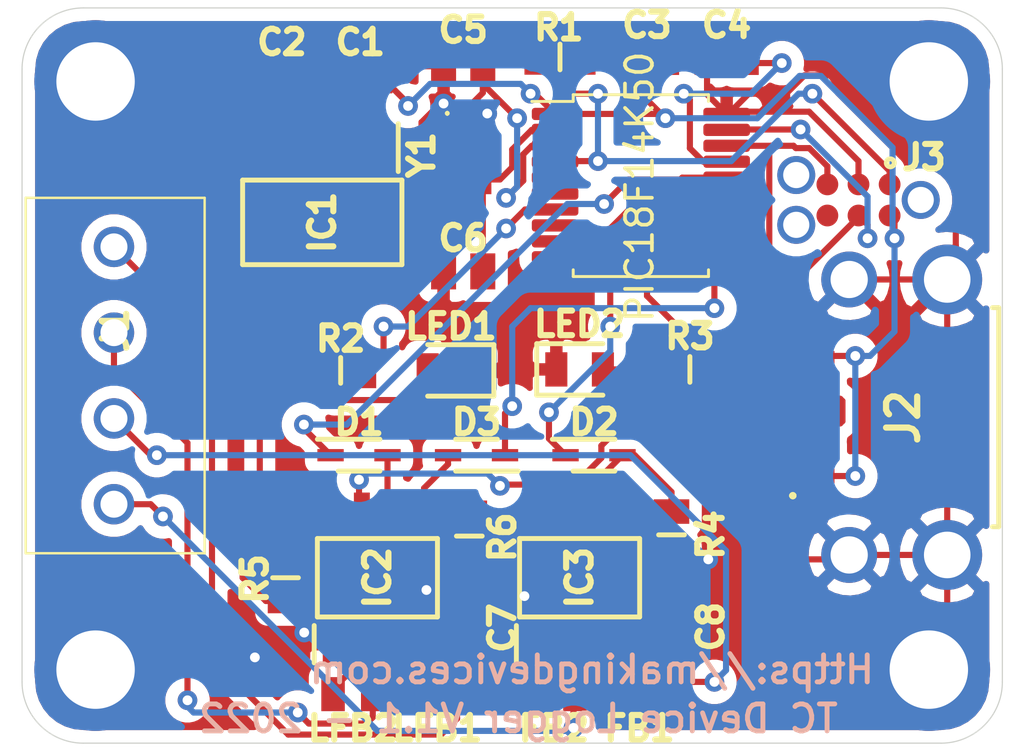
<source format=kicad_pcb>
(kicad_pcb (version 20171130) (host pcbnew "(5.1.12-1-g0a0a2da680)-1")

  (general
    (thickness 1.6)
    (drawings 10)
    (tracks 382)
    (zones 0)
    (modules 31)
    (nets 42)
  )

  (page A4)
  (layers
    (0 F.Cu signal)
    (31 B.Cu signal)
    (32 B.Adhes user)
    (33 F.Adhes user)
    (34 B.Paste user)
    (35 F.Paste user)
    (36 B.SilkS user)
    (37 F.SilkS user)
    (38 B.Mask user)
    (39 F.Mask user)
    (40 Dwgs.User user)
    (41 Cmts.User user)
    (42 Eco1.User user)
    (43 Eco2.User user)
    (44 Edge.Cuts user)
    (45 Margin user)
    (46 B.CrtYd user)
    (47 F.CrtYd user)
    (48 B.Fab user)
    (49 F.Fab user)
  )

  (setup
    (last_trace_width 0.25)
    (trace_clearance 0.2)
    (zone_clearance 0.508)
    (zone_45_only no)
    (trace_min 0.2)
    (via_size 0.8)
    (via_drill 0.4)
    (via_min_size 0.4)
    (via_min_drill 0.3)
    (uvia_size 0.3)
    (uvia_drill 0.1)
    (uvias_allowed no)
    (uvia_min_size 0.2)
    (uvia_min_drill 0.1)
    (edge_width 0.05)
    (segment_width 0.2)
    (pcb_text_width 0.3)
    (pcb_text_size 1.5 1.5)
    (mod_edge_width 0.12)
    (mod_text_size 1 1)
    (mod_text_width 0.15)
    (pad_size 1.524 1.524)
    (pad_drill 0.762)
    (pad_to_mask_clearance 0)
    (aux_axis_origin 0 0)
    (visible_elements 7FFFFFFF)
    (pcbplotparams
      (layerselection 0x010fc_ffffffff)
      (usegerberextensions false)
      (usegerberattributes true)
      (usegerberadvancedattributes true)
      (creategerberjobfile true)
      (excludeedgelayer true)
      (linewidth 0.100000)
      (plotframeref false)
      (viasonmask false)
      (mode 1)
      (useauxorigin false)
      (hpglpennumber 1)
      (hpglpenspeed 20)
      (hpglpendiameter 15.000000)
      (psnegative false)
      (psa4output false)
      (plotreference true)
      (plotvalue true)
      (plotinvisibletext false)
      (padsonsilk false)
      (subtractmaskfromsilk false)
      (outputformat 1)
      (mirror false)
      (drillshape 0)
      (scaleselection 1)
      (outputdirectory "../../../Gerber/v1.1/"))
  )

  (net 0 "")
  (net 1 GND)
  (net 2 +5V)
  (net 3 /3.3V)
  (net 4 "Net-(C4-Pad2)")
  (net 5 /Cyrstal1)
  (net 6 /Crystal2)
  (net 7 "Net-(D1-Pad2)")
  (net 8 /CS_1)
  (net 9 "Net-(D2-Pad2)")
  (net 10 /CS_2)
  (net 11 "Net-(D3-Pad2)")
  (net 12 /SCK)
  (net 13 "Net-(FB1-Pad2)")
  (net 14 "/ThermoCouple Modules/T+tcm2")
  (net 15 "Net-(FB2-Pad2)")
  (net 16 "/ThermoCouple Modules/T-tcm2")
  (net 17 "Net-(IC2-Pad8)")
  (net 18 /MISO)
  (net 19 "Net-(IC2-Pad3)")
  (net 20 "Net-(IC2-Pad2)")
  (net 21 "Net-(IC3-Pad8)")
  (net 22 /PGC)
  (net 23 /PGD)
  (net 24 /MCLR)
  (net 25 "/ThermoCouple Modules/T-tcm1")
  (net 26 "/ThermoCouple Modules/T+tcm1")
  (net 27 "Net-(LED1-Pad2)")
  (net 28 "Net-(LED2-Pad2)")
  (net 29 "Net-(R2-Pad1)")
  (net 30 "Net-(R3-Pad1)")
  (net 31 "Net-(U1-Pad12)")
  (net 32 "Net-(U1-Pad10)")
  (net 33 "Net-(U1-Pad9)")
  (net 34 "Net-(U1-Pad8)")
  (net 35 "Net-(U1-Pad6)")
  (net 36 "Net-(U1-Pad5)")
  (net 37 "Net-(J2-PadB8)")
  (net 38 "Net-(J2-PadB5)")
  (net 39 "Net-(J2-PadA8)")
  (net 40 "Net-(J2-PadA5)")
  (net 41 "Net-(J3-Pad6)")

  (net_class Default "This is the default net class."
    (clearance 0.2)
    (trace_width 0.25)
    (via_dia 0.8)
    (via_drill 0.4)
    (uvia_dia 0.3)
    (uvia_drill 0.1)
    (add_net +5V)
    (add_net /3.3V)
    (add_net /CS_1)
    (add_net /CS_2)
    (add_net /Crystal2)
    (add_net /Cyrstal1)
    (add_net /MCLR)
    (add_net /MISO)
    (add_net /PGC)
    (add_net /PGD)
    (add_net /SCK)
    (add_net "/ThermoCouple Modules/T+tcm1")
    (add_net "/ThermoCouple Modules/T+tcm2")
    (add_net "/ThermoCouple Modules/T-tcm1")
    (add_net "/ThermoCouple Modules/T-tcm2")
    (add_net GND)
    (add_net "Net-(C4-Pad2)")
    (add_net "Net-(D1-Pad2)")
    (add_net "Net-(D2-Pad2)")
    (add_net "Net-(D3-Pad2)")
    (add_net "Net-(FB1-Pad2)")
    (add_net "Net-(FB2-Pad2)")
    (add_net "Net-(IC2-Pad2)")
    (add_net "Net-(IC2-Pad3)")
    (add_net "Net-(IC2-Pad8)")
    (add_net "Net-(IC3-Pad8)")
    (add_net "Net-(J2-PadA5)")
    (add_net "Net-(J2-PadA8)")
    (add_net "Net-(J2-PadB5)")
    (add_net "Net-(J2-PadB8)")
    (add_net "Net-(J3-Pad6)")
    (add_net "Net-(LED1-Pad2)")
    (add_net "Net-(LED2-Pad2)")
    (add_net "Net-(R2-Pad1)")
    (add_net "Net-(R3-Pad1)")
    (add_net "Net-(U1-Pad10)")
    (add_net "Net-(U1-Pad12)")
    (add_net "Net-(U1-Pad5)")
    (add_net "Net-(U1-Pad6)")
    (add_net "Net-(U1-Pad8)")
    (add_net "Net-(U1-Pad9)")
  )

  (module Library_Loader:2169900003 (layer F.Cu) (tedit 0) (tstamp 63507F12)
    (at 121.6 69.2 90)
    (descr 216990-0003-1)
    (tags Connector)
    (path /6350945C)
    (fp_text reference J2 (at 0 -0.65 90) (layer F.SilkS)
      (effects (font (size 1.27 1.27) (thickness 0.254)))
    )
    (fp_text value "Type - C" (at 0 -0.65 90) (layer F.SilkS) hide
      (effects (font (size 1.27 1.27) (thickness 0.254)))
    )
    (fp_line (start 4.47 3.25) (end 4.47 3) (layer F.SilkS) (width 0.2))
    (fp_line (start -4.47 3.25) (end 4.47 3.25) (layer F.SilkS) (width 0.2))
    (fp_line (start -4.47 3) (end -4.47 3.25) (layer F.SilkS) (width 0.2))
    (fp_line (start -3.2 -5.2) (end -3.2 -5.2) (layer F.SilkS) (width 0.2))
    (fp_line (start -3.2 -5.1) (end -3.2 -5.1) (layer F.SilkS) (width 0.2))
    (fp_line (start -3.2 -5.2) (end -3.2 -5.2) (layer F.SilkS) (width 0.2))
    (fp_line (start -8.045 4.25) (end -8.045 -5.55) (layer F.CrtYd) (width 0.1))
    (fp_line (start 8.045 4.25) (end -8.045 4.25) (layer F.CrtYd) (width 0.1))
    (fp_line (start 8.045 -5.55) (end 8.045 4.25) (layer F.CrtYd) (width 0.1))
    (fp_line (start -8.045 -5.55) (end 8.045 -5.55) (layer F.CrtYd) (width 0.1))
    (fp_line (start -4.47 -3.25) (end -4.47 3.25) (layer F.Fab) (width 0.1))
    (fp_line (start 4.47 -3.25) (end -4.47 -3.25) (layer F.Fab) (width 0.1))
    (fp_line (start 4.47 3.25) (end 4.47 -3.25) (layer F.Fab) (width 0.1))
    (fp_line (start -4.47 3.25) (end 4.47 3.25) (layer F.Fab) (width 0.1))
    (fp_arc (start -3.2 -5.15) (end -3.2 -5.2) (angle -180) (layer F.SilkS) (width 0.2))
    (fp_arc (start -3.2 -5.15) (end -3.2 -5.1) (angle -180) (layer F.SilkS) (width 0.2))
    (fp_arc (start -3.2 -5.15) (end -3.2 -5.2) (angle -180) (layer F.SilkS) (width 0.2))
    (fp_text user %R (at 0 -0.65 90) (layer F.Fab)
      (effects (font (size 1.27 1.27) (thickness 0.254)))
    )
    (pad MH4 thru_hole circle (at 5.62 -2.85 90) (size 2.28 2.28) (drill 1.52) (layers *.Cu *.Mask)
      (net 1 GND))
    (pad MH3 thru_hole circle (at 5.62 1.15 90) (size 2.85 2.85) (drill 1.9) (layers *.Cu *.Mask)
      (net 1 GND))
    (pad MH2 thru_hole circle (at -5.62 1.15 90) (size 2.85 2.85) (drill 1.9) (layers *.Cu *.Mask)
      (net 1 GND))
    (pad MH1 thru_hole circle (at -5.62 -2.85 90) (size 2.28 2.28) (drill 1.52) (layers *.Cu *.Mask)
      (net 1 GND))
    (pad B8 smd rect (at -1.75 -4 90) (size 0.3 1.1) (layers F.Cu F.Paste F.Mask)
      (net 37 "Net-(J2-PadB8)"))
    (pad B7 smd rect (at -0.75 -4 90) (size 0.3 1.1) (layers F.Cu F.Paste F.Mask)
      (net 22 /PGC))
    (pad B6 smd rect (at 0.75 -4 90) (size 0.3 1.1) (layers F.Cu F.Paste F.Mask)
      (net 23 /PGD))
    (pad B5 smd rect (at 1.75 -4 90) (size 0.3 1.1) (layers F.Cu F.Paste F.Mask)
      (net 38 "Net-(J2-PadB5)"))
    (pad A12 smd rect (at 3.2 -4 90) (size 0.6 1.1) (layers F.Cu F.Paste F.Mask)
      (net 1 GND))
    (pad A9 smd rect (at 2.4 -4 90) (size 0.6 1.1) (layers F.Cu F.Paste F.Mask)
      (net 2 +5V))
    (pad A8 smd rect (at 1.25 -4 90) (size 0.3 1.1) (layers F.Cu F.Paste F.Mask)
      (net 39 "Net-(J2-PadA8)"))
    (pad A7 smd rect (at 0.25 -4 90) (size 0.3 1.1) (layers F.Cu F.Paste F.Mask)
      (net 22 /PGC))
    (pad A6 smd rect (at -0.25 -4 90) (size 0.3 1.1) (layers F.Cu F.Paste F.Mask)
      (net 23 /PGD))
    (pad A5 smd rect (at -1.25 -4 90) (size 0.3 1.1) (layers F.Cu F.Paste F.Mask)
      (net 40 "Net-(J2-PadA5)"))
    (pad A4 smd rect (at -2.4 -4 90) (size 0.6 1.1) (layers F.Cu F.Paste F.Mask)
      (net 2 +5V))
    (pad A1 smd rect (at -3.2 -4 90) (size 0.6 1.1) (layers F.Cu F.Paste F.Mask)
      (net 1 GND))
    (model D:\SamacSys_PCB_Library\KiCad\SamacSys_Parts.3dshapes\216990-0003.stp
      (offset (xyz 0 0.6499999663961336 2.069999902154526))
      (scale (xyz 1 1 1))
      (rotate (xyz -90 0 -180))
    )
  )

  (module Library_Loader:CAPC2012X140N (layer F.Cu) (tedit 0) (tstamp 61205E60)
    (at 98.8 55.25 180)
    (descr "0805 (2012 metric) 1.4 Thickness")
    (tags Capacitor)
    (path /611FB1BB)
    (attr smd)
    (fp_text reference C1 (at 0 1.35) (layer F.SilkS)
      (effects (font (size 1 1) (thickness 0.254)))
    )
    (fp_text value 100nF (at 0 0) (layer F.SilkS) hide
      (effects (font (size 1.27 1.27) (thickness 0.254)))
    )
    (fp_line (start -1.46 -0.89) (end 1.46 -0.89) (layer F.CrtYd) (width 0.05))
    (fp_line (start 1.46 -0.89) (end 1.46 0.89) (layer F.CrtYd) (width 0.05))
    (fp_line (start 1.46 0.89) (end -1.46 0.89) (layer F.CrtYd) (width 0.05))
    (fp_line (start -1.46 0.89) (end -1.46 -0.89) (layer F.CrtYd) (width 0.05))
    (fp_line (start -1 -0.625) (end 1 -0.625) (layer F.Fab) (width 0.1))
    (fp_line (start 1 -0.625) (end 1 0.625) (layer F.Fab) (width 0.1))
    (fp_line (start 1 0.625) (end -1 0.625) (layer F.Fab) (width 0.1))
    (fp_line (start -1 0.625) (end -1 -0.625) (layer F.Fab) (width 0.1))
    (fp_text user %R (at 0 0) (layer F.Fab)
      (effects (font (size 1 1) (thickness 0.254)))
    )
    (pad 2 smd rect (at 0.8 0 180) (size 1.02 1.47) (layers F.Cu F.Paste F.Mask)
      (net 1 GND))
    (pad 1 smd rect (at -0.8 0 180) (size 1.02 1.47) (layers F.Cu F.Paste F.Mask)
      (net 2 +5V))
    (model D:\SamacSys_PCB_Library\KiCad\SamacSys_Parts.3dshapes\C0805C475M8RACTU.stp
      (at (xyz 0 0 0))
      (scale (xyz 1 1 1))
      (rotate (xyz 0 0 0))
    )
  )

  (module Library_Loader:CAPC2012X140N (layer F.Cu) (tedit 0) (tstamp 61205E6F)
    (at 95.55 55.25)
    (descr "0805 (2012 metric) 1.4 Thickness")
    (tags Capacitor)
    (path /611F9EEE)
    (attr smd)
    (fp_text reference C2 (at 0.05 -1.35) (layer F.SilkS)
      (effects (font (size 1 1) (thickness 0.254)))
    )
    (fp_text value 100nF (at 0 0) (layer F.SilkS) hide
      (effects (font (size 1.27 1.27) (thickness 0.254)))
    )
    (fp_line (start -1.46 -0.89) (end 1.46 -0.89) (layer F.CrtYd) (width 0.05))
    (fp_line (start 1.46 -0.89) (end 1.46 0.89) (layer F.CrtYd) (width 0.05))
    (fp_line (start 1.46 0.89) (end -1.46 0.89) (layer F.CrtYd) (width 0.05))
    (fp_line (start -1.46 0.89) (end -1.46 -0.89) (layer F.CrtYd) (width 0.05))
    (fp_line (start -1 -0.625) (end 1 -0.625) (layer F.Fab) (width 0.1))
    (fp_line (start 1 -0.625) (end 1 0.625) (layer F.Fab) (width 0.1))
    (fp_line (start 1 0.625) (end -1 0.625) (layer F.Fab) (width 0.1))
    (fp_line (start -1 0.625) (end -1 -0.625) (layer F.Fab) (width 0.1))
    (fp_text user %R (at 0 0) (layer F.Fab)
      (effects (font (size 1 1) (thickness 0.254)))
    )
    (pad 2 smd rect (at 0.8 0) (size 1.02 1.47) (layers F.Cu F.Paste F.Mask)
      (net 1 GND))
    (pad 1 smd rect (at -0.8 0) (size 1.02 1.47) (layers F.Cu F.Paste F.Mask)
      (net 3 /3.3V))
    (model D:\SamacSys_PCB_Library\KiCad\SamacSys_Parts.3dshapes\C0805C475M8RACTU.stp
      (at (xyz 0 0 0))
      (scale (xyz 1 1 1))
      (rotate (xyz 0 0 0))
    )
  )

  (module Library_Loader:CAPC2012X140N (layer F.Cu) (tedit 0) (tstamp 61205E7E)
    (at 110.5 54.5 180)
    (descr "0805 (2012 metric) 1.4 Thickness")
    (tags Capacitor)
    (path /6122728D)
    (attr smd)
    (fp_text reference C3 (at 0 1.3) (layer F.SilkS)
      (effects (font (size 1 1) (thickness 0.254)))
    )
    (fp_text value 100nF (at 0 0) (layer F.SilkS) hide
      (effects (font (size 1.27 1.27) (thickness 0.254)))
    )
    (fp_line (start -1.46 -0.89) (end 1.46 -0.89) (layer F.CrtYd) (width 0.05))
    (fp_line (start 1.46 -0.89) (end 1.46 0.89) (layer F.CrtYd) (width 0.05))
    (fp_line (start 1.46 0.89) (end -1.46 0.89) (layer F.CrtYd) (width 0.05))
    (fp_line (start -1.46 0.89) (end -1.46 -0.89) (layer F.CrtYd) (width 0.05))
    (fp_line (start -1 -0.625) (end 1 -0.625) (layer F.Fab) (width 0.1))
    (fp_line (start 1 -0.625) (end 1 0.625) (layer F.Fab) (width 0.1))
    (fp_line (start 1 0.625) (end -1 0.625) (layer F.Fab) (width 0.1))
    (fp_line (start -1 0.625) (end -1 -0.625) (layer F.Fab) (width 0.1))
    (fp_text user %R (at 0 0) (layer F.Fab)
      (effects (font (size 1 1) (thickness 0.254)))
    )
    (pad 2 smd rect (at 0.8 0 180) (size 1.02 1.47) (layers F.Cu F.Paste F.Mask)
      (net 2 +5V))
    (pad 1 smd rect (at -0.8 0 180) (size 1.02 1.47) (layers F.Cu F.Paste F.Mask)
      (net 1 GND))
    (model D:\SamacSys_PCB_Library\KiCad\SamacSys_Parts.3dshapes\C0805C475M8RACTU.stp
      (at (xyz 0 0 0))
      (scale (xyz 1 1 1))
      (rotate (xyz 0 0 0))
    )
  )

  (module Library_Loader:CAPC2012X140N (layer F.Cu) (tedit 0) (tstamp 61205E8D)
    (at 113.75 54.5)
    (descr "0805 (2012 metric) 1.4 Thickness")
    (tags Capacitor)
    (path /6125711E)
    (attr smd)
    (fp_text reference C4 (at 0 -1.3) (layer F.SilkS)
      (effects (font (size 1 1) (thickness 0.254)))
    )
    (fp_text value 100nF (at 0 0) (layer F.SilkS) hide
      (effects (font (size 1.27 1.27) (thickness 0.254)))
    )
    (fp_line (start -1.46 -0.89) (end 1.46 -0.89) (layer F.CrtYd) (width 0.05))
    (fp_line (start 1.46 -0.89) (end 1.46 0.89) (layer F.CrtYd) (width 0.05))
    (fp_line (start 1.46 0.89) (end -1.46 0.89) (layer F.CrtYd) (width 0.05))
    (fp_line (start -1.46 0.89) (end -1.46 -0.89) (layer F.CrtYd) (width 0.05))
    (fp_line (start -1 -0.625) (end 1 -0.625) (layer F.Fab) (width 0.1))
    (fp_line (start 1 -0.625) (end 1 0.625) (layer F.Fab) (width 0.1))
    (fp_line (start 1 0.625) (end -1 0.625) (layer F.Fab) (width 0.1))
    (fp_line (start -1 0.625) (end -1 -0.625) (layer F.Fab) (width 0.1))
    (fp_text user %R (at 0 0) (layer F.Fab)
      (effects (font (size 1 1) (thickness 0.254)))
    )
    (pad 2 smd rect (at 0.8 0) (size 1.02 1.47) (layers F.Cu F.Paste F.Mask)
      (net 4 "Net-(C4-Pad2)"))
    (pad 1 smd rect (at -0.8 0) (size 1.02 1.47) (layers F.Cu F.Paste F.Mask)
      (net 1 GND))
    (model D:\SamacSys_PCB_Library\KiCad\SamacSys_Parts.3dshapes\C0805C475M8RACTU.stp
      (at (xyz 0 0 0))
      (scale (xyz 1 1 1))
      (rotate (xyz 0 0 0))
    )
  )

  (module Library_Loader:CAPC2012X140N (layer F.Cu) (tedit 0) (tstamp 61205E9C)
    (at 103 54.75 180)
    (descr "0805 (2012 metric) 1.4 Thickness")
    (tags Capacitor)
    (path /611EFDE5)
    (attr smd)
    (fp_text reference C5 (at 0 1.35) (layer F.SilkS)
      (effects (font (size 1 1) (thickness 0.254)))
    )
    (fp_text value 22pF (at 0 0) (layer F.SilkS) hide
      (effects (font (size 1.27 1.27) (thickness 0.254)))
    )
    (fp_line (start -1.46 -0.89) (end 1.46 -0.89) (layer F.CrtYd) (width 0.05))
    (fp_line (start 1.46 -0.89) (end 1.46 0.89) (layer F.CrtYd) (width 0.05))
    (fp_line (start 1.46 0.89) (end -1.46 0.89) (layer F.CrtYd) (width 0.05))
    (fp_line (start -1.46 0.89) (end -1.46 -0.89) (layer F.CrtYd) (width 0.05))
    (fp_line (start -1 -0.625) (end 1 -0.625) (layer F.Fab) (width 0.1))
    (fp_line (start 1 -0.625) (end 1 0.625) (layer F.Fab) (width 0.1))
    (fp_line (start 1 0.625) (end -1 0.625) (layer F.Fab) (width 0.1))
    (fp_line (start -1 0.625) (end -1 -0.625) (layer F.Fab) (width 0.1))
    (fp_text user %R (at 0 0) (layer F.Fab)
      (effects (font (size 1 1) (thickness 0.254)))
    )
    (pad 2 smd rect (at 0.8 0 180) (size 1.02 1.47) (layers F.Cu F.Paste F.Mask)
      (net 1 GND))
    (pad 1 smd rect (at -0.8 0 180) (size 1.02 1.47) (layers F.Cu F.Paste F.Mask)
      (net 5 /Cyrstal1))
    (model D:\SamacSys_PCB_Library\KiCad\SamacSys_Parts.3dshapes\C0805C475M8RACTU.stp
      (at (xyz 0 0 0))
      (scale (xyz 1 1 1))
      (rotate (xyz 0 0 0))
    )
  )

  (module Library_Loader:CAPC2012X140N (layer F.Cu) (tedit 0) (tstamp 61205EAB)
    (at 103 63.25)
    (descr "0805 (2012 metric) 1.4 Thickness")
    (tags Capacitor)
    (path /611EEAFC)
    (attr smd)
    (fp_text reference C6 (at 0 -1.35) (layer F.SilkS)
      (effects (font (size 1 1) (thickness 0.254)))
    )
    (fp_text value 22pF (at 0 0) (layer F.SilkS) hide
      (effects (font (size 1.27 1.27) (thickness 0.254)))
    )
    (fp_line (start -1.46 -0.89) (end 1.46 -0.89) (layer F.CrtYd) (width 0.05))
    (fp_line (start 1.46 -0.89) (end 1.46 0.89) (layer F.CrtYd) (width 0.05))
    (fp_line (start 1.46 0.89) (end -1.46 0.89) (layer F.CrtYd) (width 0.05))
    (fp_line (start -1.46 0.89) (end -1.46 -0.89) (layer F.CrtYd) (width 0.05))
    (fp_line (start -1 -0.625) (end 1 -0.625) (layer F.Fab) (width 0.1))
    (fp_line (start 1 -0.625) (end 1 0.625) (layer F.Fab) (width 0.1))
    (fp_line (start 1 0.625) (end -1 0.625) (layer F.Fab) (width 0.1))
    (fp_line (start -1 0.625) (end -1 -0.625) (layer F.Fab) (width 0.1))
    (fp_text user %R (at 0 0) (layer F.Fab)
      (effects (font (size 1 1) (thickness 0.254)))
    )
    (pad 2 smd rect (at 0.8 0) (size 1.02 1.47) (layers F.Cu F.Paste F.Mask)
      (net 6 /Crystal2))
    (pad 1 smd rect (at -0.8 0) (size 1.02 1.47) (layers F.Cu F.Paste F.Mask)
      (net 1 GND))
    (model D:\SamacSys_PCB_Library\KiCad\SamacSys_Parts.3dshapes\C0805C475M8RACTU.stp
      (at (xyz 0 0 0))
      (scale (xyz 1 1 1))
      (rotate (xyz 0 0 0))
    )
  )

  (module Library_Loader:CAPC2012X140N (layer F.Cu) (tedit 0) (tstamp 61205EBA)
    (at 103.25 77.8 270)
    (descr "0805 (2012 metric) 1.4 Thickness")
    (tags Capacitor)
    (path /60AFDA00/611ED141)
    (attr smd)
    (fp_text reference C7 (at 0 -1.35 90) (layer F.SilkS)
      (effects (font (size 1 1) (thickness 0.254)))
    )
    (fp_text value 100nF (at 0 0 90) (layer F.SilkS) hide
      (effects (font (size 1.27 1.27) (thickness 0.254)))
    )
    (fp_line (start -1.46 -0.89) (end 1.46 -0.89) (layer F.CrtYd) (width 0.05))
    (fp_line (start 1.46 -0.89) (end 1.46 0.89) (layer F.CrtYd) (width 0.05))
    (fp_line (start 1.46 0.89) (end -1.46 0.89) (layer F.CrtYd) (width 0.05))
    (fp_line (start -1.46 0.89) (end -1.46 -0.89) (layer F.CrtYd) (width 0.05))
    (fp_line (start -1 -0.625) (end 1 -0.625) (layer F.Fab) (width 0.1))
    (fp_line (start 1 -0.625) (end 1 0.625) (layer F.Fab) (width 0.1))
    (fp_line (start 1 0.625) (end -1 0.625) (layer F.Fab) (width 0.1))
    (fp_line (start -1 0.625) (end -1 -0.625) (layer F.Fab) (width 0.1))
    (fp_text user %R (at 0 0 90) (layer F.Fab)
      (effects (font (size 1 1) (thickness 0.254)))
    )
    (pad 2 smd rect (at 0.8 0 270) (size 1.02 1.47) (layers F.Cu F.Paste F.Mask)
      (net 3 /3.3V))
    (pad 1 smd rect (at -0.8 0 270) (size 1.02 1.47) (layers F.Cu F.Paste F.Mask)
      (net 1 GND))
    (model D:\SamacSys_PCB_Library\KiCad\SamacSys_Parts.3dshapes\C0805C475M8RACTU.stp
      (at (xyz 0 0 0))
      (scale (xyz 1 1 1))
      (rotate (xyz 0 0 0))
    )
  )

  (module Library_Loader:CAPC2012X140N (layer F.Cu) (tedit 0) (tstamp 61205EC9)
    (at 111.5 77.75 270)
    (descr "0805 (2012 metric) 1.4 Thickness")
    (tags Capacitor)
    (path /60AFDA00/611EE2D4)
    (attr smd)
    (fp_text reference C8 (at 0 -1.6 90) (layer F.SilkS)
      (effects (font (size 1 1) (thickness 0.254)))
    )
    (fp_text value 100nF (at 0 0 90) (layer F.SilkS) hide
      (effects (font (size 1.27 1.27) (thickness 0.254)))
    )
    (fp_line (start -1.46 -0.89) (end 1.46 -0.89) (layer F.CrtYd) (width 0.05))
    (fp_line (start 1.46 -0.89) (end 1.46 0.89) (layer F.CrtYd) (width 0.05))
    (fp_line (start 1.46 0.89) (end -1.46 0.89) (layer F.CrtYd) (width 0.05))
    (fp_line (start -1.46 0.89) (end -1.46 -0.89) (layer F.CrtYd) (width 0.05))
    (fp_line (start -1 -0.625) (end 1 -0.625) (layer F.Fab) (width 0.1))
    (fp_line (start 1 -0.625) (end 1 0.625) (layer F.Fab) (width 0.1))
    (fp_line (start 1 0.625) (end -1 0.625) (layer F.Fab) (width 0.1))
    (fp_line (start -1 0.625) (end -1 -0.625) (layer F.Fab) (width 0.1))
    (fp_text user %R (at 0 0 90) (layer F.Fab)
      (effects (font (size 1 1) (thickness 0.254)))
    )
    (pad 2 smd rect (at 0.8 0 270) (size 1.02 1.47) (layers F.Cu F.Paste F.Mask)
      (net 3 /3.3V))
    (pad 1 smd rect (at -0.8 0 270) (size 1.02 1.47) (layers F.Cu F.Paste F.Mask)
      (net 1 GND))
    (model D:\SamacSys_PCB_Library\KiCad\SamacSys_Parts.3dshapes\C0805C475M8RACTU.stp
      (at (xyz 0 0 0))
      (scale (xyz 1 1 1))
      (rotate (xyz 0 0 0))
    )
  )

  (module Library_Loader:SOD2513X120N (layer F.Cu) (tedit 0) (tstamp 61205EDB)
    (at 98.75 70.75)
    (descr SOD323)
    (tags Diode)
    (path /60AFDA00/611E3073)
    (attr smd)
    (fp_text reference D1 (at 0 -1.35) (layer F.SilkS)
      (effects (font (size 1 1) (thickness 0.254)))
    )
    (fp_text value ZLLS410TA (at 0 0) (layer F.SilkS) hide
      (effects (font (size 1.27 1.27) (thickness 0.254)))
    )
    (fp_line (start -1.975 -1.15) (end 1.975 -1.15) (layer F.CrtYd) (width 0.05))
    (fp_line (start 1.975 -1.15) (end 1.975 1.15) (layer F.CrtYd) (width 0.05))
    (fp_line (start 1.975 1.15) (end -1.975 1.15) (layer F.CrtYd) (width 0.05))
    (fp_line (start -1.975 1.15) (end -1.975 -1.15) (layer F.CrtYd) (width 0.05))
    (fp_line (start -0.85 -0.65) (end 0.85 -0.65) (layer F.Fab) (width 0.1))
    (fp_line (start 0.85 -0.65) (end 0.85 0.65) (layer F.Fab) (width 0.1))
    (fp_line (start 0.85 0.65) (end -0.85 0.65) (layer F.Fab) (width 0.1))
    (fp_line (start -0.85 0.65) (end -0.85 -0.65) (layer F.Fab) (width 0.1))
    (fp_line (start -0.85 -0.112) (end -0.312 -0.65) (layer F.Fab) (width 0.1))
    (fp_line (start -1.7 -0.65) (end 0.85 -0.65) (layer F.SilkS) (width 0.2))
    (fp_line (start -0.85 0.65) (end 0.85 0.65) (layer F.SilkS) (width 0.2))
    (fp_text user %R (at 0 0) (layer F.Fab)
      (effects (font (size 1 1) (thickness 0.254)))
    )
    (pad 2 smd rect (at 1.162 0 90) (size 0.5 1.075) (layers F.Cu F.Paste F.Mask)
      (net 7 "Net-(D1-Pad2)"))
    (pad 1 smd rect (at -1.162 0 90) (size 0.5 1.075) (layers F.Cu F.Paste F.Mask)
      (net 8 /CS_1))
    (model D:\SamacSys_PCB_Library\KiCad\SamacSys_Parts.3dshapes\ZLLS410TA.stp
      (at (xyz 0 0 0))
      (scale (xyz 1 1 1))
      (rotate (xyz 0 0 0))
    )
  )

  (module Library_Loader:SOD2513X120N (layer F.Cu) (tedit 0) (tstamp 61205EED)
    (at 108.338 70.75)
    (descr SOD323)
    (tags Diode)
    (path /60AFDA00/611E3F22)
    (attr smd)
    (fp_text reference D2 (at 0 -1.35) (layer F.SilkS)
      (effects (font (size 1 1) (thickness 0.254)))
    )
    (fp_text value ZLLS410TA (at 0 0) (layer F.SilkS) hide
      (effects (font (size 1.27 1.27) (thickness 0.254)))
    )
    (fp_line (start -1.975 -1.15) (end 1.975 -1.15) (layer F.CrtYd) (width 0.05))
    (fp_line (start 1.975 -1.15) (end 1.975 1.15) (layer F.CrtYd) (width 0.05))
    (fp_line (start 1.975 1.15) (end -1.975 1.15) (layer F.CrtYd) (width 0.05))
    (fp_line (start -1.975 1.15) (end -1.975 -1.15) (layer F.CrtYd) (width 0.05))
    (fp_line (start -0.85 -0.65) (end 0.85 -0.65) (layer F.Fab) (width 0.1))
    (fp_line (start 0.85 -0.65) (end 0.85 0.65) (layer F.Fab) (width 0.1))
    (fp_line (start 0.85 0.65) (end -0.85 0.65) (layer F.Fab) (width 0.1))
    (fp_line (start -0.85 0.65) (end -0.85 -0.65) (layer F.Fab) (width 0.1))
    (fp_line (start -0.85 -0.112) (end -0.312 -0.65) (layer F.Fab) (width 0.1))
    (fp_line (start -1.7 -0.65) (end 0.85 -0.65) (layer F.SilkS) (width 0.2))
    (fp_line (start -0.85 0.65) (end 0.85 0.65) (layer F.SilkS) (width 0.2))
    (fp_text user %R (at 0 0) (layer F.Fab)
      (effects (font (size 1 1) (thickness 0.254)))
    )
    (pad 2 smd rect (at 1.162 0 90) (size 0.5 1.075) (layers F.Cu F.Paste F.Mask)
      (net 9 "Net-(D2-Pad2)"))
    (pad 1 smd rect (at -1.162 0 90) (size 0.5 1.075) (layers F.Cu F.Paste F.Mask)
      (net 10 /CS_2))
    (model D:\SamacSys_PCB_Library\KiCad\SamacSys_Parts.3dshapes\ZLLS410TA.stp
      (at (xyz 0 0 0))
      (scale (xyz 1 1 1))
      (rotate (xyz 0 0 0))
    )
  )

  (module Library_Loader:SOD2513X120N (layer F.Cu) (tedit 0) (tstamp 61205EFF)
    (at 103.544 70.75 180)
    (descr SOD323)
    (tags Diode)
    (path /60AFDA00/611E1D22)
    (attr smd)
    (fp_text reference D3 (at 0 1.35) (layer F.SilkS)
      (effects (font (size 1 1) (thickness 0.254)))
    )
    (fp_text value ZLLS410TA (at 0 0) (layer F.SilkS) hide
      (effects (font (size 1.27 1.27) (thickness 0.254)))
    )
    (fp_line (start -1.975 -1.15) (end 1.975 -1.15) (layer F.CrtYd) (width 0.05))
    (fp_line (start 1.975 -1.15) (end 1.975 1.15) (layer F.CrtYd) (width 0.05))
    (fp_line (start 1.975 1.15) (end -1.975 1.15) (layer F.CrtYd) (width 0.05))
    (fp_line (start -1.975 1.15) (end -1.975 -1.15) (layer F.CrtYd) (width 0.05))
    (fp_line (start -0.85 -0.65) (end 0.85 -0.65) (layer F.Fab) (width 0.1))
    (fp_line (start 0.85 -0.65) (end 0.85 0.65) (layer F.Fab) (width 0.1))
    (fp_line (start 0.85 0.65) (end -0.85 0.65) (layer F.Fab) (width 0.1))
    (fp_line (start -0.85 0.65) (end -0.85 -0.65) (layer F.Fab) (width 0.1))
    (fp_line (start -0.85 -0.112) (end -0.312 -0.65) (layer F.Fab) (width 0.1))
    (fp_line (start -1.7 -0.65) (end 0.85 -0.65) (layer F.SilkS) (width 0.2))
    (fp_line (start -0.85 0.65) (end 0.85 0.65) (layer F.SilkS) (width 0.2))
    (fp_text user %R (at 0 0) (layer F.Fab)
      (effects (font (size 1 1) (thickness 0.254)))
    )
    (pad 2 smd rect (at 1.162 0 270) (size 0.5 1.075) (layers F.Cu F.Paste F.Mask)
      (net 11 "Net-(D3-Pad2)"))
    (pad 1 smd rect (at -1.162 0 270) (size 0.5 1.075) (layers F.Cu F.Paste F.Mask)
      (net 12 /SCK))
    (model D:\SamacSys_PCB_Library\KiCad\SamacSys_Parts.3dshapes\ZLLS410TA.stp
      (at (xyz 0 0 0))
      (scale (xyz 1 1 1))
      (rotate (xyz 0 0 0))
    )
  )

  (module Library_Loader:CAPC2012X90N (layer F.Cu) (tedit 0) (tstamp 61205F0E)
    (at 110.19 80.5 180)
    (descr 0805)
    (tags Inductor)
    (path /60AFDA00/611DE3B5)
    (attr smd)
    (fp_text reference FB1 (at 0 -1.4) (layer F.SilkS)
      (effects (font (size 1 1) (thickness 0.254)))
    )
    (fp_text value 742792005 (at 0 0) (layer F.SilkS) hide
      (effects (font (size 1.27 1.27) (thickness 0.254)))
    )
    (fp_line (start -1.44 -0.85) (end 1.44 -0.85) (layer F.CrtYd) (width 0.05))
    (fp_line (start 1.44 -0.85) (end 1.44 0.85) (layer F.CrtYd) (width 0.05))
    (fp_line (start 1.44 0.85) (end -1.44 0.85) (layer F.CrtYd) (width 0.05))
    (fp_line (start -1.44 0.85) (end -1.44 -0.85) (layer F.CrtYd) (width 0.05))
    (fp_line (start -1 -0.625) (end 1 -0.625) (layer F.Fab) (width 0.1))
    (fp_line (start 1 -0.625) (end 1 0.625) (layer F.Fab) (width 0.1))
    (fp_line (start 1 0.625) (end -1 0.625) (layer F.Fab) (width 0.1))
    (fp_line (start -1 0.625) (end -1 -0.625) (layer F.Fab) (width 0.1))
    (fp_text user %R (at 0 0) (layer F.Fab)
      (effects (font (size 1 1) (thickness 0.254)))
    )
    (pad 2 smd rect (at 0.81 0 180) (size 0.96 1.39) (layers F.Cu F.Paste F.Mask)
      (net 13 "Net-(FB1-Pad2)"))
    (pad 1 smd rect (at -0.81 0 180) (size 0.96 1.39) (layers F.Cu F.Paste F.Mask)
      (net 14 "/ThermoCouple Modules/T+tcm2"))
    (model D:\SamacSys_PCB_Library\KiCad\SamacSys_Parts.3dshapes\742792005.stp
      (at (xyz 0 0 0))
      (scale (xyz 1 1 1))
      (rotate (xyz 0 0 0))
    )
  )

  (module Library_Loader:CAPC2012X90N (layer F.Cu) (tedit 0) (tstamp 61205F1D)
    (at 106.75 80.5 180)
    (descr 0805)
    (tags Inductor)
    (path /60AFDA00/611DF27E)
    (attr smd)
    (fp_text reference FB2 (at 0.05 -1.4) (layer F.SilkS)
      (effects (font (size 1 1) (thickness 0.254)))
    )
    (fp_text value 742792005 (at 0 0) (layer F.SilkS) hide
      (effects (font (size 1.27 1.27) (thickness 0.254)))
    )
    (fp_line (start -1.44 -0.85) (end 1.44 -0.85) (layer F.CrtYd) (width 0.05))
    (fp_line (start 1.44 -0.85) (end 1.44 0.85) (layer F.CrtYd) (width 0.05))
    (fp_line (start 1.44 0.85) (end -1.44 0.85) (layer F.CrtYd) (width 0.05))
    (fp_line (start -1.44 0.85) (end -1.44 -0.85) (layer F.CrtYd) (width 0.05))
    (fp_line (start -1 -0.625) (end 1 -0.625) (layer F.Fab) (width 0.1))
    (fp_line (start 1 -0.625) (end 1 0.625) (layer F.Fab) (width 0.1))
    (fp_line (start 1 0.625) (end -1 0.625) (layer F.Fab) (width 0.1))
    (fp_line (start -1 0.625) (end -1 -0.625) (layer F.Fab) (width 0.1))
    (fp_text user %R (at 0 0) (layer F.Fab)
      (effects (font (size 1 1) (thickness 0.254)))
    )
    (pad 2 smd rect (at 0.81 0 180) (size 0.96 1.39) (layers F.Cu F.Paste F.Mask)
      (net 15 "Net-(FB2-Pad2)"))
    (pad 1 smd rect (at -0.81 0 180) (size 0.96 1.39) (layers F.Cu F.Paste F.Mask)
      (net 16 "/ThermoCouple Modules/T-tcm2"))
    (model D:\SamacSys_PCB_Library\KiCad\SamacSys_Parts.3dshapes\742792005.stp
      (at (xyz 0 0 0))
      (scale (xyz 1 1 1))
      (rotate (xyz 0 0 0))
    )
  )

  (module Library_Loader:SOT230P700X180-4N (layer F.Cu) (tedit 0) (tstamp 61205F34)
    (at 97.25 61.25 270)
    (descr TC1108-3.3VDBTR)
    (tags "Integrated Circuit")
    (path /611F931D)
    (attr smd)
    (fp_text reference IC1 (at 0 0 90) (layer F.SilkS)
      (effects (font (size 1 1) (thickness 0.254)))
    )
    (fp_text value TC1108-3.3VDBTR (at 0 0 90) (layer F.SilkS) hide
      (effects (font (size 1.27 1.27) (thickness 0.254)))
    )
    (fp_line (start -4.275 -3.6) (end 4.275 -3.6) (layer F.CrtYd) (width 0.05))
    (fp_line (start 4.275 -3.6) (end 4.275 3.6) (layer F.CrtYd) (width 0.05))
    (fp_line (start 4.275 3.6) (end -4.275 3.6) (layer F.CrtYd) (width 0.05))
    (fp_line (start -4.275 3.6) (end -4.275 -3.6) (layer F.CrtYd) (width 0.05))
    (fp_line (start -1.75 -3.25) (end 1.75 -3.25) (layer F.Fab) (width 0.1))
    (fp_line (start 1.75 -3.25) (end 1.75 3.25) (layer F.Fab) (width 0.1))
    (fp_line (start 1.75 3.25) (end -1.75 3.25) (layer F.Fab) (width 0.1))
    (fp_line (start -1.75 3.25) (end -1.75 -3.25) (layer F.Fab) (width 0.1))
    (fp_line (start -1.75 -0.95) (end 0.55 -3.25) (layer F.Fab) (width 0.1))
    (fp_line (start -1.725 -3.25) (end 1.725 -3.25) (layer F.SilkS) (width 0.2))
    (fp_line (start 1.725 -3.25) (end 1.725 3.25) (layer F.SilkS) (width 0.2))
    (fp_line (start 1.725 3.25) (end -1.725 3.25) (layer F.SilkS) (width 0.2))
    (fp_line (start -1.725 3.25) (end -1.725 -3.25) (layer F.SilkS) (width 0.2))
    (fp_line (start -4.025 -3.1) (end -2.075 -3.1) (layer F.SilkS) (width 0.2))
    (fp_text user %R (at 0 0 90) (layer F.Fab)
      (effects (font (size 1 1) (thickness 0.254)))
    )
    (pad 4 smd rect (at 3.05 0 270) (size 1.95 3.2) (layers F.Cu F.Paste F.Mask)
      (net 1 GND))
    (pad 3 smd rect (at -3.05 2.3) (size 0.9 1.95) (layers F.Cu F.Paste F.Mask)
      (net 3 /3.3V))
    (pad 2 smd rect (at -3.05 0) (size 0.9 1.95) (layers F.Cu F.Paste F.Mask)
      (net 1 GND))
    (pad 1 smd rect (at -3.05 -2.3) (size 0.9 1.95) (layers F.Cu F.Paste F.Mask)
      (net 2 +5V))
    (model D:\SamacSys_PCB_Library\KiCad\SamacSys_Parts.3dshapes\TC1108-3.3VDBTR.stp
      (at (xyz 0 0 0))
      (scale (xyz 1 1 1))
      (rotate (xyz 0 0 0))
    )
  )

  (module Library_Loader:SOIC127P600X175-8N (layer F.Cu) (tedit 0) (tstamp 61205F4F)
    (at 99.5 75.75 90)
    (descr "8 SO-3")
    (tags "Integrated Circuit")
    (path /60AFDA00/611D796C)
    (attr smd)
    (fp_text reference IC2 (at 0 0 90) (layer F.SilkS)
      (effects (font (size 1 1) (thickness 0.254)))
    )
    (fp_text value MAX31855KASA+ (at 0 0 90) (layer F.SilkS) hide
      (effects (font (size 1.27 1.27) (thickness 0.254)))
    )
    (fp_line (start -3.725 -2.75) (end 3.725 -2.75) (layer F.CrtYd) (width 0.05))
    (fp_line (start 3.725 -2.75) (end 3.725 2.75) (layer F.CrtYd) (width 0.05))
    (fp_line (start 3.725 2.75) (end -3.725 2.75) (layer F.CrtYd) (width 0.05))
    (fp_line (start -3.725 2.75) (end -3.725 -2.75) (layer F.CrtYd) (width 0.05))
    (fp_line (start -1.95 -2.45) (end 1.95 -2.45) (layer F.Fab) (width 0.1))
    (fp_line (start 1.95 -2.45) (end 1.95 2.45) (layer F.Fab) (width 0.1))
    (fp_line (start 1.95 2.45) (end -1.95 2.45) (layer F.Fab) (width 0.1))
    (fp_line (start -1.95 2.45) (end -1.95 -2.45) (layer F.Fab) (width 0.1))
    (fp_line (start -1.95 -1.18) (end -0.68 -2.45) (layer F.Fab) (width 0.1))
    (fp_line (start -1.6 -2.45) (end 1.6 -2.45) (layer F.SilkS) (width 0.2))
    (fp_line (start 1.6 -2.45) (end 1.6 2.45) (layer F.SilkS) (width 0.2))
    (fp_line (start 1.6 2.45) (end -1.6 2.45) (layer F.SilkS) (width 0.2))
    (fp_line (start -1.6 2.45) (end -1.6 -2.45) (layer F.SilkS) (width 0.2))
    (fp_line (start -3.475 -2.58) (end -1.95 -2.58) (layer F.SilkS) (width 0.2))
    (fp_text user %R (at 0 0 90) (layer F.Fab)
      (effects (font (size 1 1) (thickness 0.254)))
    )
    (pad 8 smd rect (at 2.712 -1.905 180) (size 0.65 1.525) (layers F.Cu F.Paste F.Mask)
      (net 17 "Net-(IC2-Pad8)"))
    (pad 7 smd rect (at 2.712 -0.635 180) (size 0.65 1.525) (layers F.Cu F.Paste F.Mask)
      (net 18 /MISO))
    (pad 6 smd rect (at 2.712 0.635 180) (size 0.65 1.525) (layers F.Cu F.Paste F.Mask)
      (net 7 "Net-(D1-Pad2)"))
    (pad 5 smd rect (at 2.712 1.905 180) (size 0.65 1.525) (layers F.Cu F.Paste F.Mask)
      (net 11 "Net-(D3-Pad2)"))
    (pad 4 smd rect (at -2.712 1.905 180) (size 0.65 1.525) (layers F.Cu F.Paste F.Mask)
      (net 3 /3.3V))
    (pad 3 smd rect (at -2.712 0.635 180) (size 0.65 1.525) (layers F.Cu F.Paste F.Mask)
      (net 19 "Net-(IC2-Pad3)"))
    (pad 2 smd rect (at -2.712 -0.635 180) (size 0.65 1.525) (layers F.Cu F.Paste F.Mask)
      (net 20 "Net-(IC2-Pad2)"))
    (pad 1 smd rect (at -2.712 -1.905 180) (size 0.65 1.525) (layers F.Cu F.Paste F.Mask)
      (net 1 GND))
    (model D:\SamacSys_PCB_Library\KiCad\SamacSys_Parts.3dshapes\MAX31855KASA+.stp
      (at (xyz 0 0 0))
      (scale (xyz 1 1 1))
      (rotate (xyz 0 0 0))
    )
  )

  (module Library_Loader:SOIC127P600X175-8N (layer F.Cu) (tedit 0) (tstamp 61205F6A)
    (at 107.75 75.75 90)
    (descr "8 SO-3")
    (tags "Integrated Circuit")
    (path /60AFDA00/611D8506)
    (attr smd)
    (fp_text reference IC3 (at 0 0 90) (layer F.SilkS)
      (effects (font (size 1 1) (thickness 0.254)))
    )
    (fp_text value MAX31855KASA+ (at 0 0 90) (layer F.SilkS) hide
      (effects (font (size 1.27 1.27) (thickness 0.254)))
    )
    (fp_line (start -3.725 -2.75) (end 3.725 -2.75) (layer F.CrtYd) (width 0.05))
    (fp_line (start 3.725 -2.75) (end 3.725 2.75) (layer F.CrtYd) (width 0.05))
    (fp_line (start 3.725 2.75) (end -3.725 2.75) (layer F.CrtYd) (width 0.05))
    (fp_line (start -3.725 2.75) (end -3.725 -2.75) (layer F.CrtYd) (width 0.05))
    (fp_line (start -1.95 -2.45) (end 1.95 -2.45) (layer F.Fab) (width 0.1))
    (fp_line (start 1.95 -2.45) (end 1.95 2.45) (layer F.Fab) (width 0.1))
    (fp_line (start 1.95 2.45) (end -1.95 2.45) (layer F.Fab) (width 0.1))
    (fp_line (start -1.95 2.45) (end -1.95 -2.45) (layer F.Fab) (width 0.1))
    (fp_line (start -1.95 -1.18) (end -0.68 -2.45) (layer F.Fab) (width 0.1))
    (fp_line (start -1.6 -2.45) (end 1.6 -2.45) (layer F.SilkS) (width 0.2))
    (fp_line (start 1.6 -2.45) (end 1.6 2.45) (layer F.SilkS) (width 0.2))
    (fp_line (start 1.6 2.45) (end -1.6 2.45) (layer F.SilkS) (width 0.2))
    (fp_line (start -1.6 2.45) (end -1.6 -2.45) (layer F.SilkS) (width 0.2))
    (fp_line (start -3.475 -2.58) (end -1.95 -2.58) (layer F.SilkS) (width 0.2))
    (fp_text user %R (at 0 0 90) (layer F.Fab)
      (effects (font (size 1 1) (thickness 0.254)))
    )
    (pad 8 smd rect (at 2.712 -1.905 180) (size 0.65 1.525) (layers F.Cu F.Paste F.Mask)
      (net 21 "Net-(IC3-Pad8)"))
    (pad 7 smd rect (at 2.712 -0.635 180) (size 0.65 1.525) (layers F.Cu F.Paste F.Mask)
      (net 18 /MISO))
    (pad 6 smd rect (at 2.712 0.635 180) (size 0.65 1.525) (layers F.Cu F.Paste F.Mask)
      (net 9 "Net-(D2-Pad2)"))
    (pad 5 smd rect (at 2.712 1.905 180) (size 0.65 1.525) (layers F.Cu F.Paste F.Mask)
      (net 11 "Net-(D3-Pad2)"))
    (pad 4 smd rect (at -2.712 1.905 180) (size 0.65 1.525) (layers F.Cu F.Paste F.Mask)
      (net 3 /3.3V))
    (pad 3 smd rect (at -2.712 0.635 180) (size 0.65 1.525) (layers F.Cu F.Paste F.Mask)
      (net 13 "Net-(FB1-Pad2)"))
    (pad 2 smd rect (at -2.712 -0.635 180) (size 0.65 1.525) (layers F.Cu F.Paste F.Mask)
      (net 15 "Net-(FB2-Pad2)"))
    (pad 1 smd rect (at -2.712 -1.905 180) (size 0.65 1.525) (layers F.Cu F.Paste F.Mask)
      (net 1 GND))
    (model D:\SamacSys_PCB_Library\KiCad\SamacSys_Parts.3dshapes\MAX31855KASA+.stp
      (at (xyz 0 0 0))
      (scale (xyz 1 1 1))
      (rotate (xyz 0 0 0))
    )
  )

  (module Library_Loader:TC2030-MCP-NL (layer F.Cu) (tedit 0) (tstamp 61205FB2)
    (at 119.13 60.335 180)
    (descr TC2030-MCP-NL)
    (tags Connector)
    (path /61218202)
    (fp_text reference J3 (at -2.67 1.735) (layer F.SilkS)
      (effects (font (size 1 1) (thickness 0.254)))
    )
    (fp_text value TC2030-MCP-NL (at -0.343 -2.183) (layer F.SilkS) hide
      (effects (font (size 1.27 1.27) (thickness 0.254)))
    )
    (fp_circle (center -1.297 1.514) (end -1.297 1.577) (layer F.SilkS) (width 0.2))
    (fp_text user %R (at -0.343 -2.183) (layer F.Fab)
      (effects (font (size 1 1) (thickness 0.254)))
    )
    (pad 9 thru_hole circle (at 2.54 1.016 180) (size 1.55 1.55) (drill 1.0668) (layers *.Cu *.Mask))
    (pad 8 thru_hole circle (at 2.54 -1.016 180) (size 1.55 1.55) (drill 1.0668) (layers *.Cu *.Mask))
    (pad 7 thru_hole circle (at -2.54 0 180) (size 1.55 1.55) (drill 1.0668) (layers *.Cu *.Mask))
    (pad 6 smd circle (at 1.27 -0.635 270) (size 0.889 0.889) (layers F.Cu F.Paste F.Mask)
      (net 41 "Net-(J3-Pad6)"))
    (pad 5 smd circle (at 1.27 0.635 270) (size 0.889 0.889) (layers F.Cu F.Paste F.Mask)
      (net 22 /PGC))
    (pad 4 smd circle (at 0 -0.635 270) (size 0.889 0.889) (layers F.Cu F.Paste F.Mask)
      (net 23 /PGD))
    (pad 3 smd circle (at 0 0.635 270) (size 0.889 0.889) (layers F.Cu F.Paste F.Mask)
      (net 1 GND))
    (pad 2 smd circle (at -1.27 -0.635 270) (size 0.889 0.889) (layers F.Cu F.Paste F.Mask)
      (net 2 +5V))
    (pad 1 smd circle (at -1.27 0.635 270) (size 0.889 0.889) (layers F.Cu F.Paste F.Mask)
      (net 24 /MCLR))
  )

  (module Library_Loader:1751264 (layer F.Cu) (tedit 0) (tstamp 61205FCD)
    (at 88.75 62.25 270)
    (descr 1751264-2)
    (tags Connector)
    (path /612913B9)
    (fp_text reference J1 (at 3.4 -0.05 90) (layer F.SilkS)
      (effects (font (size 1 1) (thickness 0.254)))
    )
    (fp_text value 4-terminal (at 3.4 -0.05 90) (layer F.SilkS) hide
      (effects (font (size 1.27 1.27) (thickness 0.254)))
    )
    (fp_line (start -2 3.6) (end 12.5 3.6) (layer F.Fab) (width 0.2))
    (fp_line (start 12.5 3.6) (end 12.5 -3.7) (layer F.Fab) (width 0.2))
    (fp_line (start 12.5 -3.7) (end -2 -3.7) (layer F.Fab) (width 0.2))
    (fp_line (start -2 -3.7) (end -2 3.6) (layer F.Fab) (width 0.2))
    (fp_line (start -2 -3.7) (end 12.5 -3.7) (layer F.SilkS) (width 0.1))
    (fp_line (start 12.5 -3.7) (end 12.5 3.6) (layer F.SilkS) (width 0.1))
    (fp_line (start 12.5 3.6) (end -2 3.6) (layer F.SilkS) (width 0.1))
    (fp_line (start -2 3.6) (end -2 -3.7) (layer F.SilkS) (width 0.1))
    (fp_line (start -6.7 -4.7) (end 13.5 -4.7) (layer F.CrtYd) (width 0.1))
    (fp_line (start 13.5 -4.7) (end 13.5 4.6) (layer F.CrtYd) (width 0.1))
    (fp_line (start 13.5 4.6) (end -6.7 4.6) (layer F.CrtYd) (width 0.1))
    (fp_line (start -6.7 4.6) (end -6.7 -4.7) (layer F.CrtYd) (width 0.1))
    (fp_line (start -5.7 0) (end -5.7 0) (layer F.SilkS) (width 0.1))
    (fp_line (start -5.6 0) (end -5.6 0) (layer F.SilkS) (width 0.1))
    (fp_line (start -5.7 0) (end -5.7 0) (layer F.SilkS) (width 0.1))
    (fp_arc (start -5.65 0) (end -5.7 0) (angle -180) (layer F.SilkS) (width 0.1))
    (fp_arc (start -5.65 0) (end -5.6 0) (angle -180) (layer F.SilkS) (width 0.1))
    (fp_arc (start -5.65 0) (end -5.7 0) (angle -180) (layer F.SilkS) (width 0.1))
    (fp_text user %R (at 3.4 -0.05 90) (layer F.Fab)
      (effects (font (size 1 1) (thickness 0.254)))
    )
    (pad 4 thru_hole circle (at 10.5 0 270) (size 1.65 1.65) (drill 1.1) (layers *.Cu *.Mask)
      (net 16 "/ThermoCouple Modules/T-tcm2"))
    (pad 3 thru_hole circle (at 7 0 270) (size 1.65 1.65) (drill 1.1) (layers *.Cu *.Mask)
      (net 14 "/ThermoCouple Modules/T+tcm2"))
    (pad 2 thru_hole circle (at 3.5 0 270) (size 1.65 1.65) (drill 1.1) (layers *.Cu *.Mask)
      (net 25 "/ThermoCouple Modules/T-tcm1"))
    (pad 1 thru_hole circle (at 0 0 270) (size 1.65 1.65) (drill 1.1) (layers *.Cu *.Mask)
      (net 26 "/ThermoCouple Modules/T+tcm1"))
    (model D:\SamacSys_PCB_Library\KiCad\SamacSys_Parts.3dshapes\1751264.stp
      (at (xyz 0 0 0))
      (scale (xyz 1 1 1))
      (rotate (xyz 0 0 0))
    )
  )

  (module Library_Loader:LEDC2012X90N (layer F.Cu) (tedit 0) (tstamp 61205FE0)
    (at 102.5 67.29 180)
    (descr "SML-H12x Series-1")
    (tags LED)
    (path /61243180)
    (attr smd)
    (fp_text reference LED1 (at 0 1.79) (layer F.SilkS)
      (effects (font (size 1 1) (thickness 0.254)))
    )
    (fp_text value Green (at 0 0) (layer F.SilkS) hide
      (effects (font (size 1.27 1.27) (thickness 0.254)))
    )
    (fp_line (start -1.85 -1.15) (end 1.85 -1.15) (layer F.CrtYd) (width 0.05))
    (fp_line (start 1.85 -1.15) (end 1.85 1.15) (layer F.CrtYd) (width 0.05))
    (fp_line (start 1.85 1.15) (end -1.85 1.15) (layer F.CrtYd) (width 0.05))
    (fp_line (start -1.85 1.15) (end -1.85 -1.15) (layer F.CrtYd) (width 0.05))
    (fp_line (start -1 -0.625) (end 1 -0.625) (layer F.Fab) (width 0.1))
    (fp_line (start 1 -0.625) (end 1 0.625) (layer F.Fab) (width 0.1))
    (fp_line (start 1 0.625) (end -1 0.625) (layer F.Fab) (width 0.1))
    (fp_line (start -1 0.625) (end -1 -0.625) (layer F.Fab) (width 0.1))
    (fp_line (start -1 -0.208) (end -0.583 -0.625) (layer F.Fab) (width 0.1))
    (fp_line (start 0.95 -1.05) (end -1.75 -1.05) (layer F.SilkS) (width 0.2))
    (fp_line (start -1.75 -1.05) (end -1.75 1.05) (layer F.SilkS) (width 0.2))
    (fp_line (start -1.75 1.05) (end 0.95 1.05) (layer F.SilkS) (width 0.2))
    (fp_text user %R (at 0 0) (layer F.Fab)
      (effects (font (size 1 1) (thickness 0.254)))
    )
    (pad 2 smd rect (at 0.95 0 180) (size 0.9 1.4) (layers F.Cu F.Paste F.Mask)
      (net 27 "Net-(LED1-Pad2)"))
    (pad 1 smd rect (at -0.95 0 180) (size 0.9 1.4) (layers F.Cu F.Paste F.Mask)
      (net 1 GND))
    (model D:\SamacSys_PCB_Library\KiCad\SamacSys_Parts.3dshapes\SML-H12V8TT86.stp
      (offset (xyz -0.02999999887889222 0 0.1399999984934563))
      (scale (xyz 1 1 1))
      (rotate (xyz -90 0 0))
    )
  )

  (module Library_Loader:LEDC2012X90N (layer F.Cu) (tedit 0) (tstamp 61205FF3)
    (at 107.75 67.25)
    (descr "SML-H12x Series-1")
    (tags LED)
    (path /612482DC)
    (attr smd)
    (fp_text reference LED2 (at 0 -1.85) (layer F.SilkS)
      (effects (font (size 1 1) (thickness 0.254)))
    )
    (fp_text value Green (at 0 0) (layer F.SilkS) hide
      (effects (font (size 1.27 1.27) (thickness 0.254)))
    )
    (fp_line (start -1.85 -1.15) (end 1.85 -1.15) (layer F.CrtYd) (width 0.05))
    (fp_line (start 1.85 -1.15) (end 1.85 1.15) (layer F.CrtYd) (width 0.05))
    (fp_line (start 1.85 1.15) (end -1.85 1.15) (layer F.CrtYd) (width 0.05))
    (fp_line (start -1.85 1.15) (end -1.85 -1.15) (layer F.CrtYd) (width 0.05))
    (fp_line (start -1 -0.625) (end 1 -0.625) (layer F.Fab) (width 0.1))
    (fp_line (start 1 -0.625) (end 1 0.625) (layer F.Fab) (width 0.1))
    (fp_line (start 1 0.625) (end -1 0.625) (layer F.Fab) (width 0.1))
    (fp_line (start -1 0.625) (end -1 -0.625) (layer F.Fab) (width 0.1))
    (fp_line (start -1 -0.208) (end -0.583 -0.625) (layer F.Fab) (width 0.1))
    (fp_line (start 0.95 -1.05) (end -1.75 -1.05) (layer F.SilkS) (width 0.2))
    (fp_line (start -1.75 -1.05) (end -1.75 1.05) (layer F.SilkS) (width 0.2))
    (fp_line (start -1.75 1.05) (end 0.95 1.05) (layer F.SilkS) (width 0.2))
    (fp_text user %R (at 0 0) (layer F.Fab)
      (effects (font (size 1 1) (thickness 0.254)))
    )
    (pad 2 smd rect (at 0.95 0) (size 0.9 1.4) (layers F.Cu F.Paste F.Mask)
      (net 28 "Net-(LED2-Pad2)"))
    (pad 1 smd rect (at -0.95 0) (size 0.9 1.4) (layers F.Cu F.Paste F.Mask)
      (net 1 GND))
    (model D:\SamacSys_PCB_Library\KiCad\SamacSys_Parts.3dshapes\SML-H12V8TT86.stp
      (offset (xyz -0.02999999887889222 0 0.1399999984934563))
      (scale (xyz 1 1 1))
      (rotate (xyz -90 0 0))
    )
  )

  (module Library_Loader:CAPC2012X90N (layer F.Cu) (tedit 0) (tstamp 61206002)
    (at 101.94 80.5 180)
    (descr 0805)
    (tags Inductor)
    (path /60AFDA00/611DBCC7)
    (attr smd)
    (fp_text reference LFB1 (at 0 -1.4) (layer F.SilkS)
      (effects (font (size 1 1) (thickness 0.254)))
    )
    (fp_text value Ferrite (at 0 0) (layer F.SilkS) hide
      (effects (font (size 1.27 1.27) (thickness 0.254)))
    )
    (fp_line (start -1.44 -0.85) (end 1.44 -0.85) (layer F.CrtYd) (width 0.05))
    (fp_line (start 1.44 -0.85) (end 1.44 0.85) (layer F.CrtYd) (width 0.05))
    (fp_line (start 1.44 0.85) (end -1.44 0.85) (layer F.CrtYd) (width 0.05))
    (fp_line (start -1.44 0.85) (end -1.44 -0.85) (layer F.CrtYd) (width 0.05))
    (fp_line (start -1 -0.625) (end 1 -0.625) (layer F.Fab) (width 0.1))
    (fp_line (start 1 -0.625) (end 1 0.625) (layer F.Fab) (width 0.1))
    (fp_line (start 1 0.625) (end -1 0.625) (layer F.Fab) (width 0.1))
    (fp_line (start -1 0.625) (end -1 -0.625) (layer F.Fab) (width 0.1))
    (fp_text user %R (at 0 0) (layer F.Fab)
      (effects (font (size 1 1) (thickness 0.254)))
    )
    (pad 2 smd rect (at 0.81 0 180) (size 0.96 1.39) (layers F.Cu F.Paste F.Mask)
      (net 19 "Net-(IC2-Pad3)"))
    (pad 1 smd rect (at -0.81 0 180) (size 0.96 1.39) (layers F.Cu F.Paste F.Mask)
      (net 26 "/ThermoCouple Modules/T+tcm1"))
    (model D:\SamacSys_PCB_Library\KiCad\SamacSys_Parts.3dshapes\742792005.stp
      (at (xyz 0 0 0))
      (scale (xyz 1 1 1))
      (rotate (xyz 0 0 0))
    )
  )

  (module Library_Loader:CAPC2012X90N (layer F.Cu) (tedit 0) (tstamp 61206011)
    (at 98.5 80.5 180)
    (descr 0805)
    (tags Inductor)
    (path /60AFDA00/611DAC69)
    (attr smd)
    (fp_text reference LFB2 (at 0 -1.4) (layer F.SilkS)
      (effects (font (size 1 1) (thickness 0.254)))
    )
    (fp_text value Ferrite (at 0 0) (layer F.SilkS) hide
      (effects (font (size 1.27 1.27) (thickness 0.254)))
    )
    (fp_line (start -1.44 -0.85) (end 1.44 -0.85) (layer F.CrtYd) (width 0.05))
    (fp_line (start 1.44 -0.85) (end 1.44 0.85) (layer F.CrtYd) (width 0.05))
    (fp_line (start 1.44 0.85) (end -1.44 0.85) (layer F.CrtYd) (width 0.05))
    (fp_line (start -1.44 0.85) (end -1.44 -0.85) (layer F.CrtYd) (width 0.05))
    (fp_line (start -1 -0.625) (end 1 -0.625) (layer F.Fab) (width 0.1))
    (fp_line (start 1 -0.625) (end 1 0.625) (layer F.Fab) (width 0.1))
    (fp_line (start 1 0.625) (end -1 0.625) (layer F.Fab) (width 0.1))
    (fp_line (start -1 0.625) (end -1 -0.625) (layer F.Fab) (width 0.1))
    (fp_text user %R (at 0 0) (layer F.Fab)
      (effects (font (size 1 1) (thickness 0.254)))
    )
    (pad 2 smd rect (at 0.81 0 180) (size 0.96 1.39) (layers F.Cu F.Paste F.Mask)
      (net 20 "Net-(IC2-Pad2)"))
    (pad 1 smd rect (at -0.81 0 180) (size 0.96 1.39) (layers F.Cu F.Paste F.Mask)
      (net 25 "/ThermoCouple Modules/T-tcm1"))
    (model D:\SamacSys_PCB_Library\KiCad\SamacSys_Parts.3dshapes\742792005.stp
      (at (xyz 0 0 0))
      (scale (xyz 1 1 1))
      (rotate (xyz 0 0 0))
    )
  )

  (module Library_Loader:RESC2012X75N (layer F.Cu) (tedit 0) (tstamp 61206021)
    (at 106.95 54.5 180)
    (descr ERJP6W)
    (tags Resistor)
    (path /6121478B)
    (attr smd)
    (fp_text reference R1 (at 0.05 1.2) (layer F.SilkS)
      (effects (font (size 1 1) (thickness 0.254)))
    )
    (fp_text value 10k (at 0 0) (layer F.SilkS) hide
      (effects (font (size 1.27 1.27) (thickness 0.254)))
    )
    (fp_line (start -1.7 -1) (end 1.7 -1) (layer F.CrtYd) (width 0.05))
    (fp_line (start 1.7 -1) (end 1.7 1) (layer F.CrtYd) (width 0.05))
    (fp_line (start 1.7 1) (end -1.7 1) (layer F.CrtYd) (width 0.05))
    (fp_line (start -1.7 1) (end -1.7 -1) (layer F.CrtYd) (width 0.05))
    (fp_line (start -1 -0.625) (end 1 -0.625) (layer F.Fab) (width 0.1))
    (fp_line (start 1 -0.625) (end 1 0.625) (layer F.Fab) (width 0.1))
    (fp_line (start 1 0.625) (end -1 0.625) (layer F.Fab) (width 0.1))
    (fp_line (start -1 0.625) (end -1 -0.625) (layer F.Fab) (width 0.1))
    (fp_line (start 0 -0.525) (end 0 0.525) (layer F.SilkS) (width 0.2))
    (fp_text user %R (at 0 0) (layer F.Fab)
      (effects (font (size 1 1) (thickness 0.254)))
    )
    (pad 2 smd rect (at 0.95 0 180) (size 1 1.45) (layers F.Cu F.Paste F.Mask)
      (net 24 /MCLR))
    (pad 1 smd rect (at -0.95 0 180) (size 1 1.45) (layers F.Cu F.Paste F.Mask)
      (net 2 +5V))
    (model D:\SamacSys_PCB_Library\KiCad\SamacSys_Parts.3dshapes\ERJP6WF1303V.stp
      (at (xyz 0 0 0))
      (scale (xyz 1 1 1))
      (rotate (xyz 0 0 0))
    )
  )

  (module Library_Loader:RESC2012X75N (layer F.Cu) (tedit 0) (tstamp 61206031)
    (at 98 67.29 180)
    (descr ERJP6W)
    (tags Resistor)
    (path /6123CF68)
    (attr smd)
    (fp_text reference R2 (at 0 1.29) (layer F.SilkS)
      (effects (font (size 1 1) (thickness 0.254)))
    )
    (fp_text value 220 (at 0 0) (layer F.SilkS) hide
      (effects (font (size 1.27 1.27) (thickness 0.254)))
    )
    (fp_line (start -1.7 -1) (end 1.7 -1) (layer F.CrtYd) (width 0.05))
    (fp_line (start 1.7 -1) (end 1.7 1) (layer F.CrtYd) (width 0.05))
    (fp_line (start 1.7 1) (end -1.7 1) (layer F.CrtYd) (width 0.05))
    (fp_line (start -1.7 1) (end -1.7 -1) (layer F.CrtYd) (width 0.05))
    (fp_line (start -1 -0.625) (end 1 -0.625) (layer F.Fab) (width 0.1))
    (fp_line (start 1 -0.625) (end 1 0.625) (layer F.Fab) (width 0.1))
    (fp_line (start 1 0.625) (end -1 0.625) (layer F.Fab) (width 0.1))
    (fp_line (start -1 0.625) (end -1 -0.625) (layer F.Fab) (width 0.1))
    (fp_line (start 0 -0.525) (end 0 0.525) (layer F.SilkS) (width 0.2))
    (fp_text user %R (at 0 0) (layer F.Fab)
      (effects (font (size 1 1) (thickness 0.254)))
    )
    (pad 2 smd rect (at 0.95 0 180) (size 1 1.45) (layers F.Cu F.Paste F.Mask)
      (net 27 "Net-(LED1-Pad2)"))
    (pad 1 smd rect (at -0.95 0 180) (size 1 1.45) (layers F.Cu F.Paste F.Mask)
      (net 29 "Net-(R2-Pad1)"))
    (model D:\SamacSys_PCB_Library\KiCad\SamacSys_Parts.3dshapes\ERJP6WF1303V.stp
      (at (xyz 0 0 0))
      (scale (xyz 1 1 1))
      (rotate (xyz 0 0 0))
    )
  )

  (module Library_Loader:RESC2012X75N (layer F.Cu) (tedit 0) (tstamp 61206041)
    (at 112.25 67.25 180)
    (descr ERJP6W)
    (tags Resistor)
    (path /6123E138)
    (attr smd)
    (fp_text reference R3 (at 0 1.35) (layer F.SilkS)
      (effects (font (size 1 1) (thickness 0.254)))
    )
    (fp_text value 220 (at 0 0) (layer F.SilkS) hide
      (effects (font (size 1.27 1.27) (thickness 0.254)))
    )
    (fp_line (start -1.7 -1) (end 1.7 -1) (layer F.CrtYd) (width 0.05))
    (fp_line (start 1.7 -1) (end 1.7 1) (layer F.CrtYd) (width 0.05))
    (fp_line (start 1.7 1) (end -1.7 1) (layer F.CrtYd) (width 0.05))
    (fp_line (start -1.7 1) (end -1.7 -1) (layer F.CrtYd) (width 0.05))
    (fp_line (start -1 -0.625) (end 1 -0.625) (layer F.Fab) (width 0.1))
    (fp_line (start 1 -0.625) (end 1 0.625) (layer F.Fab) (width 0.1))
    (fp_line (start 1 0.625) (end -1 0.625) (layer F.Fab) (width 0.1))
    (fp_line (start -1 0.625) (end -1 -0.625) (layer F.Fab) (width 0.1))
    (fp_line (start 0 -0.525) (end 0 0.525) (layer F.SilkS) (width 0.2))
    (fp_text user %R (at 0 0) (layer F.Fab)
      (effects (font (size 1 1) (thickness 0.254)))
    )
    (pad 2 smd rect (at 0.95 0 180) (size 1 1.45) (layers F.Cu F.Paste F.Mask)
      (net 28 "Net-(LED2-Pad2)"))
    (pad 1 smd rect (at -0.95 0 180) (size 1 1.45) (layers F.Cu F.Paste F.Mask)
      (net 30 "Net-(R3-Pad1)"))
    (model D:\SamacSys_PCB_Library\KiCad\SamacSys_Parts.3dshapes\ERJP6WF1303V.stp
      (at (xyz 0 0 0))
      (scale (xyz 1 1 1))
      (rotate (xyz 0 0 0))
    )
  )

  (module Library_Loader:RESC2012X75N (layer F.Cu) (tedit 0) (tstamp 61206051)
    (at 111.5 74 90)
    (descr ERJP6W)
    (tags Resistor)
    (path /60AFDA00/611EA2E3)
    (attr smd)
    (fp_text reference R4 (at 0 1.6 90) (layer F.SilkS)
      (effects (font (size 1 1) (thickness 0.254)))
    )
    (fp_text value 10k (at 0 0 90) (layer F.SilkS) hide
      (effects (font (size 1.27 1.27) (thickness 0.254)))
    )
    (fp_line (start -1.7 -1) (end 1.7 -1) (layer F.CrtYd) (width 0.05))
    (fp_line (start 1.7 -1) (end 1.7 1) (layer F.CrtYd) (width 0.05))
    (fp_line (start 1.7 1) (end -1.7 1) (layer F.CrtYd) (width 0.05))
    (fp_line (start -1.7 1) (end -1.7 -1) (layer F.CrtYd) (width 0.05))
    (fp_line (start -1 -0.625) (end 1 -0.625) (layer F.Fab) (width 0.1))
    (fp_line (start 1 -0.625) (end 1 0.625) (layer F.Fab) (width 0.1))
    (fp_line (start 1 0.625) (end -1 0.625) (layer F.Fab) (width 0.1))
    (fp_line (start -1 0.625) (end -1 -0.625) (layer F.Fab) (width 0.1))
    (fp_line (start 0 -0.525) (end 0 0.525) (layer F.SilkS) (width 0.2))
    (fp_text user %R (at 0 0 90) (layer F.Fab)
      (effects (font (size 1 1) (thickness 0.254)))
    )
    (pad 2 smd rect (at 0.95 0 90) (size 1 1.45) (layers F.Cu F.Paste F.Mask)
      (net 9 "Net-(D2-Pad2)"))
    (pad 1 smd rect (at -0.95 0 90) (size 1 1.45) (layers F.Cu F.Paste F.Mask)
      (net 3 /3.3V))
    (model D:\SamacSys_PCB_Library\KiCad\SamacSys_Parts.3dshapes\ERJP6WF1303V.stp
      (at (xyz 0 0 0))
      (scale (xyz 1 1 1))
      (rotate (xyz 0 0 0))
    )
  )

  (module Library_Loader:RESC2012X75N (layer F.Cu) (tedit 0) (tstamp 61206061)
    (at 95.75 75.75 90)
    (descr ERJP6W)
    (tags Resistor)
    (path /60AFDA00/611E940C)
    (attr smd)
    (fp_text reference R5 (at -0.05 -1.25 90) (layer F.SilkS)
      (effects (font (size 1 1) (thickness 0.254)))
    )
    (fp_text value 10k (at 0 0 90) (layer F.SilkS) hide
      (effects (font (size 1.27 1.27) (thickness 0.254)))
    )
    (fp_line (start -1.7 -1) (end 1.7 -1) (layer F.CrtYd) (width 0.05))
    (fp_line (start 1.7 -1) (end 1.7 1) (layer F.CrtYd) (width 0.05))
    (fp_line (start 1.7 1) (end -1.7 1) (layer F.CrtYd) (width 0.05))
    (fp_line (start -1.7 1) (end -1.7 -1) (layer F.CrtYd) (width 0.05))
    (fp_line (start -1 -0.625) (end 1 -0.625) (layer F.Fab) (width 0.1))
    (fp_line (start 1 -0.625) (end 1 0.625) (layer F.Fab) (width 0.1))
    (fp_line (start 1 0.625) (end -1 0.625) (layer F.Fab) (width 0.1))
    (fp_line (start -1 0.625) (end -1 -0.625) (layer F.Fab) (width 0.1))
    (fp_line (start 0 -0.525) (end 0 0.525) (layer F.SilkS) (width 0.2))
    (fp_text user %R (at 0 0 90) (layer F.Fab)
      (effects (font (size 1 1) (thickness 0.254)))
    )
    (pad 2 smd rect (at 0.95 0 90) (size 1 1.45) (layers F.Cu F.Paste F.Mask)
      (net 7 "Net-(D1-Pad2)"))
    (pad 1 smd rect (at -0.95 0 90) (size 1 1.45) (layers F.Cu F.Paste F.Mask)
      (net 3 /3.3V))
    (model D:\SamacSys_PCB_Library\KiCad\SamacSys_Parts.3dshapes\ERJP6WF1303V.stp
      (at (xyz 0 0 0))
      (scale (xyz 1 1 1))
      (rotate (xyz 0 0 0))
    )
  )

  (module Library_Loader:RESC2012X75N (layer F.Cu) (tedit 0) (tstamp 61206071)
    (at 103.25 74.05 90)
    (descr ERJP6W)
    (tags Resistor)
    (path /60AFDA00/611E8466)
    (attr smd)
    (fp_text reference R6 (at -0.05 1.35 90) (layer F.SilkS)
      (effects (font (size 1 1) (thickness 0.254)))
    )
    (fp_text value 10k (at 0 0 90) (layer F.SilkS) hide
      (effects (font (size 1.27 1.27) (thickness 0.254)))
    )
    (fp_line (start -1.7 -1) (end 1.7 -1) (layer F.CrtYd) (width 0.05))
    (fp_line (start 1.7 -1) (end 1.7 1) (layer F.CrtYd) (width 0.05))
    (fp_line (start 1.7 1) (end -1.7 1) (layer F.CrtYd) (width 0.05))
    (fp_line (start -1.7 1) (end -1.7 -1) (layer F.CrtYd) (width 0.05))
    (fp_line (start -1 -0.625) (end 1 -0.625) (layer F.Fab) (width 0.1))
    (fp_line (start 1 -0.625) (end 1 0.625) (layer F.Fab) (width 0.1))
    (fp_line (start 1 0.625) (end -1 0.625) (layer F.Fab) (width 0.1))
    (fp_line (start -1 0.625) (end -1 -0.625) (layer F.Fab) (width 0.1))
    (fp_line (start 0 -0.525) (end 0 0.525) (layer F.SilkS) (width 0.2))
    (fp_text user %R (at 0 0 90) (layer F.Fab)
      (effects (font (size 1 1) (thickness 0.254)))
    )
    (pad 2 smd rect (at 0.95 0 90) (size 1 1.45) (layers F.Cu F.Paste F.Mask)
      (net 11 "Net-(D3-Pad2)"))
    (pad 1 smd rect (at -0.95 0 90) (size 1 1.45) (layers F.Cu F.Paste F.Mask)
      (net 3 /3.3V))
    (model D:\SamacSys_PCB_Library\KiCad\SamacSys_Parts.3dshapes\ERJP6WF1303V.stp
      (at (xyz 0 0 0))
      (scale (xyz 1 1 1))
      (rotate (xyz 0 0 0))
    )
  )

  (module Library_Loader:CX2520DB12000D0GPSC1 (layer F.Cu) (tedit 0) (tstamp 612060B1)
    (at 103 58.65 270)
    (descr CX2520DB12000D0GPSC1-1)
    (tags "Crystal or Oscillator")
    (path /611E8360)
    (attr smd)
    (fp_text reference Y1 (at -0.15 1.7 90) (layer F.SilkS)
      (effects (font (size 1 1) (thickness 0.254)))
    )
    (fp_text value 12Mhz (at -0.225 0 90) (layer F.SilkS) hide
      (effects (font (size 1.27 1.27) (thickness 0.254)))
    )
    (fp_line (start -1.25 -1) (end 1.25 -1) (layer F.Fab) (width 0.2))
    (fp_line (start 1.25 -1) (end 1.25 1) (layer F.Fab) (width 0.2))
    (fp_line (start 1.25 1) (end -1.25 1) (layer F.Fab) (width 0.2))
    (fp_line (start -1.25 1) (end -1.25 -1) (layer F.Fab) (width 0.2))
    (fp_line (start -2.9 -2.15) (end 2.45 -2.15) (layer F.CrtYd) (width 0.1))
    (fp_line (start 2.45 -2.15) (end 2.45 2.15) (layer F.CrtYd) (width 0.1))
    (fp_line (start 2.45 2.15) (end -2.9 2.15) (layer F.CrtYd) (width 0.1))
    (fp_line (start -2.9 2.15) (end -2.9 -2.15) (layer F.CrtYd) (width 0.1))
    (fp_line (start -1.8 0.65) (end -1.8 0.65) (layer F.SilkS) (width 0.1))
    (fp_line (start -1.9 0.65) (end -1.9 0.65) (layer F.SilkS) (width 0.1))
    (fp_arc (start -1.85 0.65) (end -1.9 0.65) (angle -180) (layer F.SilkS) (width 0.1))
    (fp_arc (start -1.85 0.65) (end -1.8 0.65) (angle -180) (layer F.SilkS) (width 0.1))
    (fp_text user %R (at -0.225 0 90) (layer F.Fab)
      (effects (font (size 1 1) (thickness 0.254)))
    )
    (pad 4 smd rect (at -0.85 -0.65) (size 1 1.2) (layers F.Cu F.Paste F.Mask)
      (net 1 GND))
    (pad 3 smd rect (at 0.85 -0.65) (size 1 1.2) (layers F.Cu F.Paste F.Mask)
      (net 6 /Crystal2))
    (pad 2 smd rect (at 0.85 0.65) (size 1 1.2) (layers F.Cu F.Paste F.Mask)
      (net 1 GND))
    (pad 1 smd rect (at -0.85 0.65) (size 1 1.2) (layers F.Cu F.Paste F.Mask)
      (net 5 /Cyrstal1))
    (model D:\SamacSys_PCB_Library\KiCad\SamacSys_Parts.3dshapes\CX2520DB12000D0GPSC1.stp
      (at (xyz 0 0 0))
      (scale (xyz 1 1 1))
      (rotate (xyz 0 0 0))
    )
  )

  (module Package_SO:SSOP-20_5.3x7.2mm_P0.65mm (layer F.Cu) (tedit 5D9F72B1) (tstamp 6120609C)
    (at 110.25 59.75)
    (descr "SSOP, 20 Pin (http://ww1.microchip.com/downloads/en/DeviceDoc/40001800C.pdf), generated with kicad-footprint-generator ipc_gullwing_generator.py")
    (tags "SSOP SO")
    (path /611D78C5)
    (attr smd)
    (fp_text reference U1 (at 0 -4.55) (layer F.SilkS) hide
      (effects (font (size 1 1) (thickness 0.15)))
    )
    (fp_text value PIC18F14K50 (at -0.05 0.05 90) (layer F.SilkS)
      (effects (font (size 1.1 1.1) (thickness 0.15)))
    )
    (fp_line (start 0 3.71) (end 2.76 3.71) (layer F.SilkS) (width 0.12))
    (fp_line (start 2.76 3.71) (end 2.76 3.435) (layer F.SilkS) (width 0.12))
    (fp_line (start 0 3.71) (end -2.76 3.71) (layer F.SilkS) (width 0.12))
    (fp_line (start -2.76 3.71) (end -2.76 3.435) (layer F.SilkS) (width 0.12))
    (fp_line (start 0 -3.71) (end 2.76 -3.71) (layer F.SilkS) (width 0.12))
    (fp_line (start 2.76 -3.71) (end 2.76 -3.435) (layer F.SilkS) (width 0.12))
    (fp_line (start 0 -3.71) (end -2.76 -3.71) (layer F.SilkS) (width 0.12))
    (fp_line (start -2.76 -3.71) (end -2.76 -3.435) (layer F.SilkS) (width 0.12))
    (fp_line (start -2.76 -3.435) (end -4.45 -3.435) (layer F.SilkS) (width 0.12))
    (fp_line (start -1.65 -3.6) (end 2.65 -3.6) (layer F.Fab) (width 0.1))
    (fp_line (start 2.65 -3.6) (end 2.65 3.6) (layer F.Fab) (width 0.1))
    (fp_line (start 2.65 3.6) (end -2.65 3.6) (layer F.Fab) (width 0.1))
    (fp_line (start -2.65 3.6) (end -2.65 -2.6) (layer F.Fab) (width 0.1))
    (fp_line (start -2.65 -2.6) (end -1.65 -3.6) (layer F.Fab) (width 0.1))
    (fp_line (start -4.7 -3.85) (end -4.7 3.85) (layer F.CrtYd) (width 0.05))
    (fp_line (start -4.7 3.85) (end 4.7 3.85) (layer F.CrtYd) (width 0.05))
    (fp_line (start 4.7 3.85) (end 4.7 -3.85) (layer F.CrtYd) (width 0.05))
    (fp_line (start 4.7 -3.85) (end -4.7 -3.85) (layer F.CrtYd) (width 0.05))
    (fp_text user %R (at 0 0.25) (layer F.SilkS) hide
      (effects (font (size 1 1) (thickness 0.15)))
    )
    (pad 20 smd roundrect (at 3.5 -2.925) (size 1.9 0.5) (layers F.Cu F.Paste F.Mask) (roundrect_rratio 0.25)
      (net 1 GND))
    (pad 19 smd roundrect (at 3.5 -2.275) (size 1.9 0.5) (layers F.Cu F.Paste F.Mask) (roundrect_rratio 0.25)
      (net 23 /PGD))
    (pad 18 smd roundrect (at 3.5 -1.625) (size 1.9 0.5) (layers F.Cu F.Paste F.Mask) (roundrect_rratio 0.25)
      (net 22 /PGC))
    (pad 17 smd roundrect (at 3.5 -0.975) (size 1.9 0.5) (layers F.Cu F.Paste F.Mask) (roundrect_rratio 0.25)
      (net 4 "Net-(C4-Pad2)"))
    (pad 16 smd roundrect (at 3.5 -0.325) (size 1.9 0.5) (layers F.Cu F.Paste F.Mask) (roundrect_rratio 0.25)
      (net 8 /CS_1))
    (pad 15 smd roundrect (at 3.5 0.325) (size 1.9 0.5) (layers F.Cu F.Paste F.Mask) (roundrect_rratio 0.25)
      (net 10 /CS_2))
    (pad 14 smd roundrect (at 3.5 0.975) (size 1.9 0.5) (layers F.Cu F.Paste F.Mask) (roundrect_rratio 0.25)
      (net 30 "Net-(R3-Pad1)"))
    (pad 13 smd roundrect (at 3.5 1.625) (size 1.9 0.5) (layers F.Cu F.Paste F.Mask) (roundrect_rratio 0.25)
      (net 18 /MISO))
    (pad 12 smd roundrect (at 3.5 2.275) (size 1.9 0.5) (layers F.Cu F.Paste F.Mask) (roundrect_rratio 0.25)
      (net 31 "Net-(U1-Pad12)"))
    (pad 11 smd roundrect (at 3.5 2.925) (size 1.9 0.5) (layers F.Cu F.Paste F.Mask) (roundrect_rratio 0.25)
      (net 12 /SCK))
    (pad 10 smd roundrect (at -3.5 2.925) (size 1.9 0.5) (layers F.Cu F.Paste F.Mask) (roundrect_rratio 0.25)
      (net 32 "Net-(U1-Pad10)"))
    (pad 9 smd roundrect (at -3.5 2.275) (size 1.9 0.5) (layers F.Cu F.Paste F.Mask) (roundrect_rratio 0.25)
      (net 33 "Net-(U1-Pad9)"))
    (pad 8 smd roundrect (at -3.5 1.625) (size 1.9 0.5) (layers F.Cu F.Paste F.Mask) (roundrect_rratio 0.25)
      (net 34 "Net-(U1-Pad8)"))
    (pad 7 smd roundrect (at -3.5 0.975) (size 1.9 0.5) (layers F.Cu F.Paste F.Mask) (roundrect_rratio 0.25)
      (net 29 "Net-(R2-Pad1)"))
    (pad 6 smd roundrect (at -3.5 0.325) (size 1.9 0.5) (layers F.Cu F.Paste F.Mask) (roundrect_rratio 0.25)
      (net 35 "Net-(U1-Pad6)"))
    (pad 5 smd roundrect (at -3.5 -0.325) (size 1.9 0.5) (layers F.Cu F.Paste F.Mask) (roundrect_rratio 0.25)
      (net 36 "Net-(U1-Pad5)"))
    (pad 4 smd roundrect (at -3.5 -0.975) (size 1.9 0.5) (layers F.Cu F.Paste F.Mask) (roundrect_rratio 0.25)
      (net 24 /MCLR))
    (pad 3 smd roundrect (at -3.5 -1.625) (size 1.9 0.5) (layers F.Cu F.Paste F.Mask) (roundrect_rratio 0.25)
      (net 5 /Cyrstal1))
    (pad 2 smd roundrect (at -3.5 -2.275) (size 1.9 0.5) (layers F.Cu F.Paste F.Mask) (roundrect_rratio 0.25)
      (net 6 /Crystal2))
    (pad 1 smd roundrect (at -3.5 -2.925) (size 1.9 0.5) (layers F.Cu F.Paste F.Mask) (roundrect_rratio 0.25)
      (net 2 +5V))
    (model ${KISYS3DMOD}/Package_SO.3dshapes/SSOP-20_5.3x7.2mm_P0.65mm.wrl
      (at (xyz 0 0 0))
      (scale (xyz 1 1 1))
      (rotate (xyz 0 0 0))
    )
  )

  (gr_text Https://makingdevices.com (at 108.25 79.5) (layer B.SilkS) (tstamp 614308EF)
    (effects (font (size 1.1 1.1) (thickness 0.2)) (justify mirror))
  )
  (gr_text "TC Device Logger V1.1 - 2022" (at 105.25 81.5) (layer B.SilkS) (tstamp 614308EE)
    (effects (font (size 1.1 1.1) (thickness 0.2)) (justify mirror))
  )
  (gr_arc (start 87.5 55) (end 87.5 52.5) (angle -90) (layer Edge.Cuts) (width 0.05))
  (gr_arc (start 87.5 80) (end 85 80) (angle -90) (layer Edge.Cuts) (width 0.05))
  (gr_arc (start 122.5 80) (end 122.5 82.5) (angle -90) (layer Edge.Cuts) (width 0.05))
  (gr_arc (start 122.5 55) (end 125 55) (angle -90) (layer Edge.Cuts) (width 0.05))
  (gr_line (start 87.5 82.5) (end 122.5 82.5) (layer Edge.Cuts) (width 0.05) (tstamp 6141BA83))
  (gr_line (start 85 55) (end 85 80) (layer Edge.Cuts) (width 0.05) (tstamp 6141BA7C))
  (gr_line (start 125 55) (end 125 80) (layer Edge.Cuts) (width 0.05))
  (gr_line (start 87.5 52.5) (end 122.5 52.5) (layer Edge.Cuts) (width 0.05))

  (via (at 122 79.5) (size 5) (drill 3.2) (layers F.Cu B.Cu) (net 1) (tstamp 6141BD1A))
  (via (at 88 79.5) (size 5) (drill 3.2) (layers F.Cu B.Cu) (net 1) (tstamp 6141BD1A))
  (via (at 88 55.5) (size 5) (drill 3.2) (layers F.Cu B.Cu) (net 1) (tstamp 6141BD1A))
  (segment (start 113.840165 56.734835) (end 113.75 56.825) (width 0.25) (layer F.Cu) (net 1))
  (segment (start 117.115416 56.734835) (end 113.840165 56.734835) (width 0.25) (layer F.Cu) (net 1))
  (segment (start 112.95 56.025) (end 113.75 56.825) (width 0.25) (layer F.Cu) (net 1))
  (segment (start 112.95 54.5) (end 112.95 56.025) (width 0.25) (layer F.Cu) (net 1))
  (segment (start 111.3 54.5) (end 112.95 54.5) (width 0.25) (layer F.Cu) (net 1))
  (segment (start 102.2 63.019998) (end 102.2 63.25) (width 0.25) (layer F.Cu) (net 1))
  (segment (start 111.3 53.515) (end 111.224999 53.439999) (width 0.25) (layer F.Cu) (net 1))
  (segment (start 111.3 54.5) (end 111.3 53.515) (width 0.25) (layer F.Cu) (net 1))
  (segment (start 102.2 54.269998) (end 102.2 54.75) (width 0.25) (layer F.Cu) (net 1))
  (segment (start 98 54.265) (end 98 55.25) (width 0.25) (layer F.Cu) (net 1))
  (segment (start 98.075001 54.189999) (end 98 54.265) (width 0.25) (layer F.Cu) (net 1))
  (segment (start 96.35 55.25) (end 98 55.25) (width 0.25) (layer F.Cu) (net 1))
  (segment (start 98 55.25) (end 98 54.5) (width 0.25) (layer F.Cu) (net 1))
  (segment (start 98 54.5) (end 98.25 54.25) (width 0.25) (layer F.Cu) (net 1))
  (segment (start 98 57.45) (end 97.25 58.2) (width 0.25) (layer F.Cu) (net 1))
  (segment (start 98 55.25) (end 98 57.45) (width 0.25) (layer F.Cu) (net 1))
  (segment (start 96.35 55.25) (end 96.35 54.6) (width 0.25) (layer F.Cu) (net 1))
  (segment (start 96.35 54.6) (end 95.5 53.75) (width 0.25) (layer F.Cu) (net 1))
  (segment (start 89.75 53.75) (end 88 55.5) (width 0.25) (layer F.Cu) (net 1))
  (segment (start 95.5 53.75) (end 89.75 53.75) (width 0.25) (layer F.Cu) (net 1))
  (segment (start 98.3 63.25) (end 97.25 64.3) (width 0.25) (layer F.Cu) (net 1))
  (segment (start 102.2 63.25) (end 98.3 63.25) (width 0.25) (layer F.Cu) (net 1))
  (segment (start 102.2 66.04) (end 102.2 63.25) (width 0.25) (layer F.Cu) (net 1))
  (segment (start 103.45 67.29) (end 102.2 66.04) (width 0.25) (layer F.Cu) (net 1))
  (segment (start 106.76 67.29) (end 106.8 67.25) (width 0.25) (layer F.Cu) (net 1))
  (segment (start 103.45 67.29) (end 106.76 67.29) (width 0.25) (layer F.Cu) (net 1))
  (segment (start 111.5 76.95) (end 112.86 76.95) (width 0.25) (layer F.Cu) (net 1))
  (via (at 96.512653 77.987347) (size 0.8) (drill 0.4) (layers F.Cu B.Cu) (net 1))
  (segment (start 96.987306 78.462) (end 96.512653 77.987347) (width 0.25) (layer F.Cu) (net 1))
  (segment (start 97.595 78.462) (end 96.987306 78.462) (width 0.25) (layer F.Cu) (net 1))
  (segment (start 96.512653 77.987347) (end 98.25 76.25) (width 0.25) (layer B.Cu) (net 1))
  (via (at 101.5 76.25) (size 0.8) (drill 0.4) (layers F.Cu B.Cu) (net 1) (status 1000000))
  (segment (start 98.25 76.25) (end 101.5 76.25) (width 0.25) (layer B.Cu) (net 1))
  (segment (start 102.5 76.25) (end 103.25 77) (width 0.25) (layer F.Cu) (net 1))
  (segment (start 101.5 76.25) (end 102.5 76.25) (width 0.25) (layer F.Cu) (net 1))
  (segment (start 101.5 76.25) (end 105.25 76.25) (width 0.25) (layer B.Cu) (net 1))
  (via (at 105.5 76.5) (size 0.8) (drill 0.4) (layers F.Cu B.Cu) (net 1))
  (segment (start 105.25 76.25) (end 105.5 76.5) (width 0.25) (layer B.Cu) (net 1))
  (segment (start 105.5 78.117) (end 105.845 78.462) (width 0.25) (layer F.Cu) (net 1))
  (segment (start 105.5 76.5) (end 105.5 78.117) (width 0.25) (layer F.Cu) (net 1))
  (segment (start 105.5 76.5) (end 106.5 76.5) (width 0.25) (layer B.Cu) (net 1))
  (segment (start 106.5 76.5) (end 108 75) (width 0.25) (layer B.Cu) (net 1))
  (segment (start 108 75) (end 108.75 75) (width 0.25) (layer B.Cu) (net 1))
  (segment (start 108.75 75) (end 113 75) (width 0.25) (layer B.Cu) (net 1))
  (via (at 113 75) (size 0.8) (drill 0.4) (layers F.Cu B.Cu) (net 1))
  (segment (start 113 75.45) (end 111.5 76.95) (width 0.25) (layer F.Cu) (net 1))
  (segment (start 113 75) (end 113 75.45) (width 0.25) (layer F.Cu) (net 1))
  (segment (start 123.14 78.36) (end 122 79.5) (width 0.25) (layer F.Cu) (net 1))
  (segment (start 111.224999 53.439999) (end 103.029999 53.439999) (width 0.25) (layer F.Cu) (net 1))
  (segment (start 102.2 54.75) (end 101.639999 54.189999) (width 0.25) (layer F.Cu) (net 1))
  (segment (start 101.639999 54.189999) (end 98.075001 54.189999) (width 0.25) (layer F.Cu) (net 1))
  (segment (start 103.029999 53.439999) (end 102.2 54.269998) (width 0.25) (layer F.Cu) (net 1))
  (segment (start 102.35 63.1) (end 102.2 63.25) (width 0.25) (layer F.Cu) (net 1))
  (segment (start 102.35 59.5) (end 102.35 63.1) (width 0.25) (layer F.Cu) (net 1))
  (segment (start 113.825 56.825) (end 114.65 56) (width 0.25) (layer F.Cu) (net 1))
  (segment (start 113.75 56.825) (end 113.825 56.825) (width 0.25) (layer F.Cu) (net 1))
  (segment (start 116.176998 56) (end 116.926998 55.25) (width 0.25) (layer F.Cu) (net 1))
  (segment (start 114.65 56) (end 116.176998 56) (width 0.25) (layer F.Cu) (net 1))
  (segment (start 121.75 55.25) (end 122 55.5) (width 0.25) (layer F.Cu) (net 1))
  (segment (start 116.926998 55.25) (end 121.75 55.25) (width 0.25) (layer F.Cu) (net 1))
  (segment (start 88 79.5) (end 94 79.5) (width 0.25) (layer B.Cu) (net 1))
  (via (at 94.5 79) (size 0.8) (drill 0.4) (layers F.Cu B.Cu) (net 1))
  (segment (start 94 79.5) (end 94.5 79) (width 0.25) (layer B.Cu) (net 1))
  (segment (start 95.5 79) (end 96.512653 77.987347) (width 0.25) (layer F.Cu) (net 1))
  (segment (start 94.5 79) (end 95.5 79) (width 0.25) (layer F.Cu) (net 1))
  (segment (start 103.65 57.4) (end 103.85 57.4) (width 0.25) (layer F.Cu) (net 1))
  (segment (start 103.65 57.8) (end 103.65 57.55) (width 0.25) (layer F.Cu) (net 1))
  (via (at 103.982499 56.807805) (size 0.8) (drill 0.4) (layers F.Cu B.Cu) (net 1))
  (segment (start 103.65 57.140304) (end 103.982499 56.807805) (width 0.25) (layer F.Cu) (net 1))
  (segment (start 103.65 57.8) (end 103.65 57.140304) (width 0.25) (layer F.Cu) (net 1))
  (segment (start 103.982499 56.807805) (end 103.874694 56.7) (width 0.25) (layer B.Cu) (net 1))
  (segment (start 119.13 58.749419) (end 117.115416 56.734835) (width 0.25) (layer F.Cu) (net 1))
  (segment (start 119.13 59.7) (end 119.13 58.749419) (width 0.25) (layer F.Cu) (net 1))
  (segment (start 122.75 63.58) (end 118.75 63.58) (width 0.25) (layer F.Cu) (net 1))
  (segment (start 117.6 64.73) (end 117.6 66) (width 0.25) (layer F.Cu) (net 1))
  (segment (start 118.75 63.58) (end 117.6 64.73) (width 0.25) (layer F.Cu) (net 1))
  (segment (start 122.75 74.82) (end 118.75 74.82) (width 0.25) (layer F.Cu) (net 1))
  (segment (start 117.6 73.67) (end 117.6 72.4) (width 0.25) (layer F.Cu) (net 1))
  (segment (start 118.75 74.82) (end 117.6 73.67) (width 0.25) (layer F.Cu) (net 1))
  (segment (start 118.57 75) (end 118.75 74.82) (width 0.25) (layer F.Cu) (net 1))
  (segment (start 113 75) (end 118.57 75) (width 0.25) (layer F.Cu) (net 1))
  (segment (start 122.75 78.75) (end 122 79.5) (width 0.25) (layer F.Cu) (net 1))
  (segment (start 122.75 74.82) (end 122.75 78.75) (width 0.25) (layer F.Cu) (net 1))
  (segment (start 122.75 63.58) (end 122.75 62.55) (width 0.25) (layer F.Cu) (net 1))
  (segment (start 122.75 62.55) (end 123.1 62.2) (width 0.25) (layer F.Cu) (net 1))
  (segment (start 123.1 56.6) (end 122 55.5) (width 0.25) (layer F.Cu) (net 1))
  (segment (start 123.1 62.2) (end 123.1 56.6) (width 0.25) (layer F.Cu) (net 1))
  (segment (start 122.75 74.82) (end 122.75 63.58) (width 0.25) (layer F.Cu) (net 1))
  (via (at 102.2 56.4) (size 0.8) (drill 0.4) (layers F.Cu B.Cu) (net 1))
  (segment (start 102.607805 56.807805) (end 102.2 56.4) (width 0.25) (layer B.Cu) (net 1))
  (segment (start 103.982499 56.807805) (end 102.607805 56.807805) (width 0.25) (layer B.Cu) (net 1))
  (segment (start 102.2 56.4) (end 102.2 54.75) (width 0.25) (layer F.Cu) (net 1))
  (segment (start 102.064998 56.4) (end 101.3 57.164998) (width 0.25) (layer F.Cu) (net 1))
  (segment (start 102.2 56.4) (end 102.064998 56.4) (width 0.25) (layer F.Cu) (net 1))
  (segment (start 101.3 57.164998) (end 101.3 59.3) (width 0.25) (layer F.Cu) (net 1))
  (segment (start 101.5 59.5) (end 102.35 59.5) (width 0.25) (layer F.Cu) (net 1))
  (segment (start 101.3 59.3) (end 101.5 59.5) (width 0.25) (layer F.Cu) (net 1))
  (via (at 122 55.5) (size 5) (drill 3.2) (layers F.Cu B.Cu) (net 1) (tstamp 6141BD1A))
  (segment (start 117.598001 55.274999) (end 116.725001 55.274999) (width 0.25) (layer B.Cu) (net 2))
  (segment (start 120.52 58.196998) (end 117.598001 55.274999) (width 0.25) (layer B.Cu) (net 2))
  (segment (start 116.725001 55.274999) (end 115 57) (width 0.25) (layer B.Cu) (net 2))
  (via (at 111.25 57) (size 0.8) (drill 0.4) (layers F.Cu B.Cu) (net 2))
  (segment (start 115 57) (end 111.25 57) (width 0.25) (layer B.Cu) (net 2))
  (segment (start 109.7 55.45) (end 109.7 54.5) (width 0.25) (layer F.Cu) (net 2))
  (segment (start 111.25 57) (end 109.7 55.45) (width 0.25) (layer F.Cu) (net 2))
  (segment (start 111.075 56.825) (end 106.75 56.825) (width 0.25) (layer F.Cu) (net 2))
  (segment (start 111.25 57) (end 111.075 56.825) (width 0.25) (layer F.Cu) (net 2))
  (segment (start 109.7 54.5) (end 107.9 54.5) (width 0.25) (layer F.Cu) (net 2))
  (segment (start 106.75 56.825) (end 105.925 56) (width 0.25) (layer F.Cu) (net 2))
  (via (at 105.75 56) (size 0.8) (drill 0.4) (layers F.Cu B.Cu) (net 2))
  (segment (start 105.925 56) (end 105.75 56) (width 0.25) (layer F.Cu) (net 2))
  (segment (start 105.350001 55.600001) (end 101.649999 55.600001) (width 0.25) (layer B.Cu) (net 2))
  (segment (start 105.75 56) (end 105.350001 55.600001) (width 0.25) (layer B.Cu) (net 2))
  (via (at 100.75 56.5) (size 0.8) (drill 0.4) (layers F.Cu B.Cu) (net 2))
  (segment (start 101.649999 55.600001) (end 100.75 56.5) (width 0.25) (layer B.Cu) (net 2))
  (segment (start 100.75 56.4) (end 99.6 55.25) (width 0.25) (layer F.Cu) (net 2))
  (segment (start 100.75 56.5) (end 100.75 56.4) (width 0.25) (layer F.Cu) (net 2))
  (segment (start 99.55 55.3) (end 99.6 55.25) (width 0.25) (layer F.Cu) (net 2))
  (segment (start 99.55 58.2) (end 99.55 55.3) (width 0.25) (layer F.Cu) (net 2))
  (via (at 120.6 61.9) (size 0.8) (drill 0.4) (layers F.Cu B.Cu) (net 2))
  (segment (start 120.52 61.82) (end 120.6 61.9) (width 0.25) (layer B.Cu) (net 2))
  (segment (start 120.52 58.196998) (end 120.52 61.82) (width 0.25) (layer B.Cu) (net 2))
  (segment (start 120.6 61.17) (end 120.4 60.97) (width 0.25) (layer F.Cu) (net 2))
  (segment (start 120.6 61.9) (end 120.6 61.17) (width 0.25) (layer F.Cu) (net 2))
  (segment (start 120.6 61.9) (end 120.6 65.7) (width 0.25) (layer B.Cu) (net 2))
  (segment (start 120.6 65.7) (end 120 66.3) (width 0.25) (layer B.Cu) (net 2))
  (via (at 119 66.7) (size 0.8) (drill 0.4) (layers F.Cu B.Cu) (net 2))
  (segment (start 119.6 66.7) (end 119 66.7) (width 0.25) (layer B.Cu) (net 2))
  (segment (start 120 66.3) (end 119.6 66.7) (width 0.25) (layer B.Cu) (net 2))
  (segment (start 117.7 66.7) (end 117.6 66.8) (width 0.25) (layer F.Cu) (net 2))
  (segment (start 119 66.7) (end 117.7 66.7) (width 0.25) (layer F.Cu) (net 2))
  (via (at 119 71.6) (size 0.8) (drill 0.4) (layers F.Cu B.Cu) (net 2))
  (segment (start 119 66.7) (end 119 71.6) (width 0.25) (layer B.Cu) (net 2))
  (segment (start 119 71.6) (end 117.6 71.6) (width 0.25) (layer F.Cu) (net 2))
  (segment (start 94.75 58) (end 94.95 58.2) (width 0.25) (layer F.Cu) (net 3))
  (segment (start 94.75 55.25) (end 94.75 58) (width 0.25) (layer F.Cu) (net 3))
  (segment (start 104.310001 78.524999) (end 104.235 78.6) (width 0.25) (layer F.Cu) (net 3))
  (segment (start 104.235 78.6) (end 103.25 78.6) (width 0.25) (layer F.Cu) (net 3))
  (segment (start 104.310001 76.060001) (end 104.310001 78.524999) (width 0.25) (layer F.Cu) (net 3))
  (segment (start 103.25 75) (end 104.310001 76.060001) (width 0.25) (layer F.Cu) (net 3))
  (segment (start 101.543 78.6) (end 101.405 78.462) (width 0.25) (layer F.Cu) (net 3))
  (segment (start 103.25 78.6) (end 101.543 78.6) (width 0.25) (layer F.Cu) (net 3))
  (segment (start 111.412 78.462) (end 111.5 78.55) (width 0.25) (layer F.Cu) (net 3))
  (segment (start 109.655 78.462) (end 111.412 78.462) (width 0.25) (layer F.Cu) (net 3))
  (segment (start 110.25 76.2) (end 111.5 74.95) (width 0.25) (layer F.Cu) (net 3))
  (segment (start 110.25 77.530002) (end 110.25 76.2) (width 0.25) (layer F.Cu) (net 3))
  (segment (start 111.269998 78.55) (end 110.25 77.530002) (width 0.25) (layer F.Cu) (net 3))
  (segment (start 111.5 78.55) (end 111.269998 78.55) (width 0.25) (layer F.Cu) (net 3))
  (segment (start 94.95 76.7) (end 95.75 76.7) (width 0.25) (layer F.Cu) (net 3))
  (segment (start 94 75.75) (end 94.95 76.7) (width 0.25) (layer F.Cu) (net 3))
  (segment (start 94 73.75) (end 94 75.75) (width 0.25) (layer F.Cu) (net 3))
  (segment (start 94.699999 73.050001) (end 94 73.75) (width 0.25) (layer F.Cu) (net 3))
  (segment (start 94.699999 58.450001) (end 94.699999 73.050001) (width 0.25) (layer F.Cu) (net 3))
  (segment (start 94.95 58.2) (end 94.699999 58.450001) (width 0.25) (layer F.Cu) (net 3))
  (segment (start 101.405 77.4495) (end 101.405 78.462) (width 0.25) (layer F.Cu) (net 3))
  (segment (start 100.6555 76.7) (end 101.405 77.4495) (width 0.25) (layer F.Cu) (net 3))
  (segment (start 95.75 76.7) (end 100.6555 76.7) (width 0.25) (layer F.Cu) (net 3))
  (segment (start 109.655 77.4495) (end 109.655 78.462) (width 0.25) (layer F.Cu) (net 3))
  (segment (start 107.2055 75) (end 109.655 77.4495) (width 0.25) (layer F.Cu) (net 3))
  (segment (start 103.25 75) (end 107.2055 75) (width 0.25) (layer F.Cu) (net 3))
  (segment (start 112.8 58.775) (end 112.25 58.225) (width 0.25) (layer F.Cu) (net 4))
  (segment (start 113.75 58.775) (end 112.8 58.775) (width 0.25) (layer F.Cu) (net 4))
  (via (at 112 56) (size 0.8) (drill 0.4) (layers F.Cu B.Cu) (net 4))
  (segment (start 112.25 56.25) (end 112 56) (width 0.25) (layer F.Cu) (net 4))
  (segment (start 112.25 58.225) (end 112.25 56.25) (width 0.25) (layer F.Cu) (net 4))
  (segment (start 112 56) (end 114.5 56) (width 0.25) (layer B.Cu) (net 4))
  (via (at 116 54.75) (size 0.8) (drill 0.4) (layers F.Cu B.Cu) (net 4))
  (segment (start 114.75 56) (end 116 54.75) (width 0.25) (layer B.Cu) (net 4))
  (segment (start 114.5 56) (end 114.75 56) (width 0.25) (layer B.Cu) (net 4))
  (segment (start 114.8 54.75) (end 114.55 54.5) (width 0.25) (layer F.Cu) (net 4))
  (segment (start 116 54.75) (end 114.8 54.75) (width 0.25) (layer F.Cu) (net 4))
  (segment (start 102.2 57.65) (end 102.35 57.8) (width 0.25) (layer F.Cu) (net 5))
  (via (at 104.75 60.25) (size 0.8) (drill 0.4) (layers F.Cu B.Cu) (net 5))
  (segment (start 105.8 58.125) (end 106.75 58.125) (width 0.25) (layer F.Cu) (net 5))
  (segment (start 105.45001 59.54999) (end 105.45001 58.47499) (width 0.25) (layer F.Cu) (net 5))
  (segment (start 105.45001 58.47499) (end 105.8 58.125) (width 0.25) (layer F.Cu) (net 5))
  (segment (start 104.75 60.25) (end 105.45001 59.54999) (width 0.25) (layer F.Cu) (net 5))
  (segment (start 102.35 57.414998) (end 102.35 57.8) (width 0.25) (layer F.Cu) (net 5))
  (segment (start 103.8 55.964998) (end 102.35 57.414998) (width 0.25) (layer F.Cu) (net 5))
  (segment (start 103.8 54.75) (end 103.8 55.964998) (width 0.25) (layer F.Cu) (net 5))
  (via (at 105.2 57) (size 0.8) (drill 0.4) (layers F.Cu B.Cu) (net 5))
  (segment (start 105.2 59.8) (end 105.2 57) (width 0.25) (layer B.Cu) (net 5))
  (segment (start 104.75 60.25) (end 105.2 59.8) (width 0.25) (layer B.Cu) (net 5))
  (segment (start 103.8 55.6) (end 103.8 54.75) (width 0.25) (layer F.Cu) (net 5))
  (segment (start 105.2 57) (end 103.8 55.6) (width 0.25) (layer F.Cu) (net 5))
  (segment (start 103.8 59.25) (end 103.65 59.1) (width 0.25) (layer F.Cu) (net 6))
  (segment (start 103.65 59.1) (end 103.65 59) (width 0.25) (layer F.Cu) (net 6))
  (segment (start 103.8 59.65) (end 103.65 59.5) (width 0.25) (layer F.Cu) (net 6))
  (segment (start 103.8 63.25) (end 103.8 59.65) (width 0.25) (layer F.Cu) (net 6))
  (segment (start 103.65 59.5) (end 104.5 59.5) (width 0.25) (layer F.Cu) (net 6))
  (segment (start 104.5 59.5) (end 105 59) (width 0.25) (layer F.Cu) (net 6))
  (segment (start 105.8 57.475) (end 106.75 57.475) (width 0.25) (layer F.Cu) (net 6))
  (segment (start 105 58.275) (end 105.8 57.475) (width 0.25) (layer F.Cu) (net 6))
  (segment (start 105 59) (end 105 58.275) (width 0.25) (layer F.Cu) (net 6))
  (segment (start 99.912 72.815) (end 100.135 73.038) (width 0.25) (layer F.Cu) (net 7))
  (segment (start 99.912 70.75) (end 99.912 72.815) (width 0.25) (layer F.Cu) (net 7))
  (segment (start 99.3855 74.8) (end 95.75 74.8) (width 0.25) (layer F.Cu) (net 7))
  (segment (start 100.135 74.0505) (end 99.3855 74.8) (width 0.25) (layer F.Cu) (net 7))
  (segment (start 100.135 73.038) (end 100.135 74.0505) (width 0.25) (layer F.Cu) (net 7))
  (segment (start 111.93859 59.425) (end 111.86359 59.5) (width 0.25) (layer F.Cu) (net 8))
  (segment (start 113.75 59.425) (end 111.93859 59.425) (width 0.25) (layer F.Cu) (net 8))
  (segment (start 111.86359 59.5) (end 109.75 59.5) (width 0.25) (layer F.Cu) (net 8))
  (segment (start 109.75 59.5) (end 108.75 60.5) (width 0.25) (layer F.Cu) (net 8))
  (via (at 108.75 60.5) (size 0.8) (drill 0.4) (layers F.Cu B.Cu) (net 8))
  (segment (start 108.75 60.5) (end 107.25 60.5) (width 0.25) (layer B.Cu) (net 8))
  (segment (start 107.25 60.5) (end 98.25 69.5) (width 0.25) (layer B.Cu) (net 8))
  (via (at 96.5 69.5) (size 0.8) (drill 0.4) (layers F.Cu B.Cu) (net 8))
  (segment (start 98.25 69.5) (end 96.5 69.5) (width 0.25) (layer B.Cu) (net 8))
  (segment (start 96.5 69.662) (end 97.588 70.75) (width 0.25) (layer F.Cu) (net 8))
  (segment (start 96.5 69.5) (end 96.5 69.662) (width 0.25) (layer F.Cu) (net 8))
  (segment (start 111.5 73.05) (end 111.5 72.25) (width 0.25) (layer F.Cu) (net 9))
  (segment (start 110 70.75) (end 109.5 70.75) (width 0.25) (layer F.Cu) (net 9))
  (segment (start 111.5 72.25) (end 110 70.75) (width 0.25) (layer F.Cu) (net 9))
  (segment (start 108.385 71.865) (end 109.5 70.75) (width 0.25) (layer F.Cu) (net 9))
  (segment (start 108.385 73.038) (end 108.385 71.865) (width 0.25) (layer F.Cu) (net 9))
  (segment (start 113.75 60.075) (end 110.425 60.075) (width 0.25) (layer F.Cu) (net 10))
  (segment (start 110.425 60.075) (end 109 61.5) (width 0.25) (layer F.Cu) (net 10))
  (segment (start 109 61.5) (end 109 65.5) (width 0.25) (layer F.Cu) (net 10))
  (via (at 109 65.5) (size 0.8) (drill 0.4) (layers F.Cu B.Cu) (net 10))
  (segment (start 109 65.5) (end 109 66.5) (width 0.25) (layer B.Cu) (net 10))
  (via (at 106.5 69) (size 0.8) (drill 0.4) (layers F.Cu B.Cu) (net 10))
  (segment (start 109 66.5) (end 106.5 69) (width 0.25) (layer B.Cu) (net 10))
  (segment (start 106.5 70.074) (end 107.176 70.75) (width 0.25) (layer F.Cu) (net 10))
  (segment (start 106.5 69) (end 106.5 70.074) (width 0.25) (layer F.Cu) (net 10))
  (segment (start 102.382 70.75) (end 102.382 71.118) (width 0.25) (layer F.Cu) (net 11))
  (segment (start 101.405 72.095) (end 101.405 73.038) (width 0.25) (layer F.Cu) (net 11))
  (segment (start 102.382 71.118) (end 101.405 72.095) (width 0.25) (layer F.Cu) (net 11))
  (segment (start 109.655 73.038) (end 109.655 74.095) (width 0.25) (layer F.Cu) (net 11))
  (segment (start 109.655 74.095) (end 109.25 74.5) (width 0.25) (layer F.Cu) (net 11))
  (segment (start 109.25 74.5) (end 104.75 74.5) (width 0.25) (layer F.Cu) (net 11))
  (segment (start 103.35 73.1) (end 103.25 73.1) (width 0.25) (layer F.Cu) (net 11))
  (segment (start 104.75 74.5) (end 103.35 73.1) (width 0.25) (layer F.Cu) (net 11))
  (segment (start 101.467 73.1) (end 101.405 73.038) (width 0.25) (layer F.Cu) (net 11))
  (segment (start 103.25 73.1) (end 101.467 73.1) (width 0.25) (layer F.Cu) (net 11))
  (segment (start 104.706 70.75) (end 104.706 69.044) (width 0.25) (layer F.Cu) (net 12))
  (via (at 105 68.75) (size 0.8) (drill 0.4) (layers F.Cu B.Cu) (net 12))
  (segment (start 104.706 69.044) (end 105 68.75) (width 0.25) (layer F.Cu) (net 12))
  (segment (start 105 68.75) (end 105 65.5) (width 0.25) (layer B.Cu) (net 12))
  (segment (start 105 65.5) (end 105.25 65.25) (width 0.25) (layer B.Cu) (net 12))
  (segment (start 105.25 65.25) (end 105.75 64.75) (width 0.25) (layer B.Cu) (net 12))
  (via (at 113.25 64.75) (size 0.8) (drill 0.4) (layers F.Cu B.Cu) (net 12))
  (segment (start 105.75 64.75) (end 113.25 64.75) (width 0.25) (layer B.Cu) (net 12))
  (segment (start 113.25 63.175) (end 113.75 62.675) (width 0.25) (layer F.Cu) (net 12))
  (segment (start 113.25 64.75) (end 113.25 63.175) (width 0.25) (layer F.Cu) (net 12))
  (segment (start 108.385 79.505) (end 108.385 78.462) (width 0.25) (layer F.Cu) (net 13))
  (segment (start 109.38 80.5) (end 108.385 79.505) (width 0.25) (layer F.Cu) (net 13))
  (segment (start 88.75 69.25) (end 90.25 70.75) (width 0.25) (layer F.Cu) (net 14))
  (via (at 90.5 70.75) (size 0.8) (drill 0.4) (layers F.Cu B.Cu) (net 14))
  (segment (start 90.25 70.75) (end 90.5 70.75) (width 0.25) (layer F.Cu) (net 14))
  (via (at 113.25 80) (size 0.8) (drill 0.4) (layers F.Cu B.Cu) (net 14))
  (segment (start 111.5 80) (end 111 80.5) (width 0.25) (layer F.Cu) (net 14))
  (segment (start 113.25 80) (end 111.5 80) (width 0.25) (layer F.Cu) (net 14))
  (segment (start 113.725001 79.524999) (end 113.25 80) (width 0.25) (layer B.Cu) (net 14))
  (segment (start 113.725001 74.651999) (end 113.725001 79.524999) (width 0.25) (layer B.Cu) (net 14))
  (segment (start 109.823002 70.75) (end 113.725001 74.651999) (width 0.25) (layer B.Cu) (net 14))
  (segment (start 90.5 70.75) (end 109.823002 70.75) (width 0.25) (layer B.Cu) (net 14))
  (segment (start 107.115 79.11) (end 107.115 78.462) (width 0.25) (layer F.Cu) (net 15))
  (segment (start 105.94 80.285) (end 107.115 79.11) (width 0.25) (layer F.Cu) (net 15))
  (segment (start 105.94 80.5) (end 105.94 80.285) (width 0.25) (layer F.Cu) (net 15))
  (via (at 90.75 73.25) (size 0.8) (drill 0.4) (layers F.Cu B.Cu) (net 16))
  (segment (start 90.25 72.75) (end 90.75 73.25) (width 0.25) (layer F.Cu) (net 16))
  (segment (start 88.75 72.75) (end 90.25 72.75) (width 0.25) (layer F.Cu) (net 16))
  (segment (start 90.75 73.25) (end 99.5 82) (width 0.25) (layer B.Cu) (net 16))
  (via (at 107.5 81.875) (size 0.8) (drill 0.4) (layers F.Cu B.Cu) (net 16))
  (segment (start 107.375 82) (end 107.5 81.875) (width 0.25) (layer B.Cu) (net 16))
  (segment (start 99.5 82) (end 107.375 82) (width 0.25) (layer B.Cu) (net 16))
  (segment (start 107.5 80.56) (end 107.56 80.5) (width 0.25) (layer F.Cu) (net 16))
  (segment (start 107.5 81.875) (end 107.5 80.56) (width 0.25) (layer F.Cu) (net 16))
  (segment (start 107.115 73.038) (end 107.115 72.365) (width 0.25) (layer F.Cu) (net 18))
  (segment (start 106.700499 71.950499) (end 104.549501 71.950499) (width 0.25) (layer F.Cu) (net 18))
  (segment (start 107.115 72.365) (end 106.700499 71.950499) (width 0.25) (layer F.Cu) (net 18))
  (via (at 104.5 72) (size 0.8) (drill 0.4) (layers F.Cu B.Cu) (net 18))
  (segment (start 104.549501 71.950499) (end 104.5 72) (width 0.25) (layer F.Cu) (net 18))
  (segment (start 104.5 72) (end 104 71.5) (width 0.25) (layer B.Cu) (net 18))
  (via (at 98.75 71.75) (size 0.8) (drill 0.4) (layers F.Cu B.Cu) (net 18))
  (segment (start 99 71.5) (end 98.75 71.75) (width 0.25) (layer B.Cu) (net 18))
  (segment (start 104 71.5) (end 99 71.5) (width 0.25) (layer B.Cu) (net 18))
  (segment (start 98.75 72.923) (end 98.865 73.038) (width 0.25) (layer F.Cu) (net 18))
  (segment (start 98.75 71.75) (end 98.75 72.923) (width 0.25) (layer F.Cu) (net 18))
  (segment (start 107.115 73.038) (end 107.115 72.385) (width 0.25) (layer F.Cu) (net 18))
  (segment (start 108.637499 70.362501) (end 110 69) (width 0.25) (layer F.Cu) (net 18))
  (segment (start 108.637499 70.862501) (end 108.637499 70.362501) (width 0.25) (layer F.Cu) (net 18))
  (segment (start 107.115 72.385) (end 108.637499 70.862501) (width 0.25) (layer F.Cu) (net 18))
  (segment (start 113.260002 69) (end 114.5 67.760002) (width 0.25) (layer F.Cu) (net 18))
  (segment (start 110 69) (end 113.260002 69) (width 0.25) (layer F.Cu) (net 18))
  (segment (start 114.5 67.760002) (end 114.5 67.75) (width 0.25) (layer F.Cu) (net 18))
  (segment (start 114.7 61.375) (end 113.75 61.375) (width 0.25) (layer F.Cu) (net 18))
  (segment (start 115.02501 61.70001) (end 114.7 61.375) (width 0.25) (layer F.Cu) (net 18))
  (segment (start 115.02501 67.22499) (end 115.02501 61.70001) (width 0.25) (layer F.Cu) (net 18))
  (segment (start 114.5 67.75) (end 115.02501 67.22499) (width 0.25) (layer F.Cu) (net 18))
  (segment (start 100.135 79.505) (end 100.135 78.462) (width 0.25) (layer F.Cu) (net 19))
  (segment (start 101.13 80.5) (end 100.135 79.505) (width 0.25) (layer F.Cu) (net 19))
  (segment (start 98.865 79.11) (end 98.865 78.462) (width 0.25) (layer F.Cu) (net 20))
  (segment (start 97.69 80.285) (end 98.865 79.11) (width 0.25) (layer F.Cu) (net 20))
  (segment (start 97.69 80.5) (end 97.69 80.285) (width 0.25) (layer F.Cu) (net 20))
  (segment (start 113.75 58.125) (end 114.686412 58.125) (width 0.25) (layer F.Cu) (net 22))
  (segment (start 117.86 58.960998) (end 117.86 59.7) (width 0.25) (layer F.Cu) (net 22))
  (segment (start 116.573001 58.218999) (end 117.118001 58.218999) (width 0.25) (layer F.Cu) (net 22))
  (segment (start 117.118001 58.218999) (end 117.86 58.960998) (width 0.25) (layer F.Cu) (net 22))
  (segment (start 116.479002 58.125) (end 116.573001 58.218999) (width 0.25) (layer F.Cu) (net 22))
  (segment (start 115.489999 68.625001) (end 115.489999 58.210001) (width 0.25) (layer F.Cu) (net 22))
  (segment (start 115.489999 58.210001) (end 115.575 58.125) (width 0.25) (layer F.Cu) (net 22))
  (segment (start 117.6 69.95) (end 116.814998 69.95) (width 0.25) (layer F.Cu) (net 22))
  (segment (start 115.575 58.125) (end 113.75 58.125) (width 0.25) (layer F.Cu) (net 22))
  (segment (start 116.479002 58.125) (end 115.575 58.125) (width 0.25) (layer F.Cu) (net 22))
  (segment (start 116.332499 69.417501) (end 116.332499 69.467501) (width 0.25) (layer F.Cu) (net 22))
  (segment (start 116.8 68.95) (end 116.332499 69.417501) (width 0.25) (layer F.Cu) (net 22))
  (segment (start 116.332499 69.467501) (end 115.489999 68.625001) (width 0.25) (layer F.Cu) (net 22))
  (segment (start 117.6 68.95) (end 116.8 68.95) (width 0.25) (layer F.Cu) (net 22))
  (segment (start 116.814998 69.95) (end 116.332499 69.467501) (width 0.25) (layer F.Cu) (net 22))
  (via (at 116.767415 57.459836) (size 0.8) (drill 0.4) (layers F.Cu B.Cu) (net 23))
  (segment (start 116.767415 57.517415) (end 116.767415 57.459836) (width 0.25) (layer B.Cu) (net 23))
  (segment (start 113.765164 57.459836) (end 113.75 57.475) (width 0.25) (layer F.Cu) (net 23))
  (segment (start 116.767415 57.459836) (end 113.765164 57.459836) (width 0.25) (layer F.Cu) (net 23))
  (via (at 119.5 61.9) (size 0.8) (drill 0.4) (layers F.Cu B.Cu) (net 23))
  (segment (start 119.5 60.192421) (end 119.5 61.9) (width 0.25) (layer B.Cu) (net 23))
  (segment (start 116.767415 57.459836) (end 119.5 60.192421) (width 0.25) (layer B.Cu) (net 23))
  (segment (start 119.5 61.34) (end 119.13 60.97) (width 0.25) (layer F.Cu) (net 23))
  (segment (start 119.5 61.9) (end 119.5 61.34) (width 0.25) (layer F.Cu) (net 23))
  (segment (start 116.814998 68.45) (end 116.5 68.135002) (width 0.25) (layer F.Cu) (net 23))
  (segment (start 117.6 68.45) (end 116.814998 68.45) (width 0.25) (layer F.Cu) (net 23))
  (segment (start 119.13 61.031798) (end 119.13 60.97) (width 0.25) (layer F.Cu) (net 23))
  (segment (start 116.5 63.661798) (end 119.13 61.031798) (width 0.25) (layer F.Cu) (net 23))
  (segment (start 116.5 68.135002) (end 116.5 63.661798) (width 0.25) (layer F.Cu) (net 23))
  (segment (start 118.385002 69.45) (end 117.6 69.45) (width 0.25) (layer F.Cu) (net 23))
  (segment (start 118.475001 69.360001) (end 118.385002 69.45) (width 0.25) (layer F.Cu) (net 23))
  (segment (start 118.475001 68.539999) (end 118.475001 69.360001) (width 0.25) (layer F.Cu) (net 23))
  (segment (start 118.385002 68.45) (end 118.475001 68.539999) (width 0.25) (layer F.Cu) (net 23))
  (segment (start 117.6 68.45) (end 118.385002 68.45) (width 0.25) (layer F.Cu) (net 23))
  (via (at 117.25 56) (size 0.8) (drill 0.4) (layers F.Cu B.Cu) (net 24))
  (segment (start 116.684315 56) (end 113.934315 58.75) (width 0.25) (layer B.Cu) (net 24))
  (segment (start 117.25 56) (end 116.684315 56) (width 0.25) (layer B.Cu) (net 24))
  (via (at 108.5 58.75) (size 0.8) (drill 0.4) (layers F.Cu B.Cu) (net 24))
  (segment (start 113.934315 58.75) (end 108.5 58.75) (width 0.25) (layer B.Cu) (net 24))
  (segment (start 106.775 58.75) (end 106.75 58.775) (width 0.25) (layer F.Cu) (net 24))
  (segment (start 108.5 58.75) (end 106.775 58.75) (width 0.25) (layer F.Cu) (net 24))
  (via (at 108.5 56) (size 0.8) (drill 0.4) (layers F.Cu B.Cu) (net 24))
  (segment (start 107.5 56) (end 108.5 56) (width 0.25) (layer F.Cu) (net 24))
  (segment (start 106 54.5) (end 107.5 56) (width 0.25) (layer F.Cu) (net 24))
  (segment (start 108.5 56) (end 108.5 58.75) (width 0.25) (layer B.Cu) (net 24))
  (segment (start 120.4 59.15) (end 120.4 59.7) (width 0.25) (layer F.Cu) (net 24))
  (segment (start 117.25 56) (end 120.4 59.15) (width 0.25) (layer F.Cu) (net 24))
  (segment (start 99.31 81.445) (end 99.31 80.5) (width 0.25) (layer F.Cu) (net 25))
  (segment (start 99.05502 81.69998) (end 99.31 81.445) (width 0.25) (layer F.Cu) (net 25))
  (segment (start 96.69998 81.69998) (end 99.05502 81.69998) (width 0.25) (layer F.Cu) (net 25))
  (via (at 96.25 81.25) (size 0.8) (drill 0.4) (layers F.Cu B.Cu) (net 25))
  (segment (start 96.69998 81.69998) (end 96.25 81.25) (width 0.25) (layer F.Cu) (net 25))
  (segment (start 96.25 81.25) (end 92 81.25) (width 0.25) (layer B.Cu) (net 25))
  (segment (start 92 81.25) (end 91.75 81) (width 0.25) (layer B.Cu) (net 25))
  (via (at 91.75 80.75) (size 0.8) (drill 0.4) (layers F.Cu B.Cu) (net 25))
  (segment (start 91.75 81) (end 91.75 80.75) (width 0.25) (layer B.Cu) (net 25))
  (segment (start 88.75 67.25) (end 88.75 65.75) (width 0.25) (layer F.Cu) (net 25))
  (segment (start 91.75 70.25) (end 88.75 67.25) (width 0.25) (layer F.Cu) (net 25))
  (segment (start 91.75 80.75) (end 91.75 70.25) (width 0.25) (layer F.Cu) (net 25))
  (segment (start 88.75 62.25) (end 92.75 66.25) (width 0.25) (layer F.Cu) (net 26))
  (segment (start 92.75 79.036408) (end 95.863582 82.14999) (width 0.25) (layer F.Cu) (net 26))
  (segment (start 92.75 66.25) (end 92.75 79.036408) (width 0.25) (layer F.Cu) (net 26))
  (segment (start 95.863582 82.14999) (end 102.10001 82.14999) (width 0.25) (layer F.Cu) (net 26))
  (segment (start 102.75 81.5) (end 102.75 80.5) (width 0.25) (layer F.Cu) (net 26))
  (segment (start 102.10001 82.14999) (end 102.75 81.5) (width 0.25) (layer F.Cu) (net 26))
  (segment (start 97.05 67.8) (end 97.05 67.29) (width 0.25) (layer F.Cu) (net 27))
  (segment (start 97.75 68.5) (end 97.05 67.8) (width 0.25) (layer F.Cu) (net 27))
  (segment (start 101 68.5) (end 97.75 68.5) (width 0.25) (layer F.Cu) (net 27))
  (segment (start 101.55 67.95) (end 101 68.5) (width 0.25) (layer F.Cu) (net 27))
  (segment (start 101.55 67.29) (end 101.55 67.95) (width 0.25) (layer F.Cu) (net 27))
  (segment (start 108.7 67.25) (end 111.3 67.25) (width 0.25) (layer F.Cu) (net 28))
  (via (at 104.75 61.5) (size 0.8) (drill 0.4) (layers F.Cu B.Cu) (net 29))
  (segment (start 105.525 60.725) (end 104.75 61.5) (width 0.25) (layer F.Cu) (net 29))
  (segment (start 106.75 60.725) (end 105.525 60.725) (width 0.25) (layer F.Cu) (net 29))
  (segment (start 104.75 61.5) (end 100.75 65.5) (width 0.25) (layer B.Cu) (net 29))
  (via (at 99.75 65.5) (size 0.8) (drill 0.4) (layers F.Cu B.Cu) (net 29))
  (segment (start 100.75 65.5) (end 99.75 65.5) (width 0.25) (layer B.Cu) (net 29))
  (segment (start 99.75 66.49) (end 98.95 67.29) (width 0.25) (layer F.Cu) (net 29))
  (segment (start 99.75 65.5) (end 99.75 66.49) (width 0.25) (layer F.Cu) (net 29))
  (segment (start 111.275 60.725) (end 113.75 60.725) (width 0.25) (layer F.Cu) (net 30))
  (segment (start 110.5 61.5) (end 111.275 60.725) (width 0.25) (layer F.Cu) (net 30))
  (segment (start 110.5 64.25) (end 110.5 61.5) (width 0.25) (layer F.Cu) (net 30))
  (segment (start 113.2 66.95) (end 110.5 64.25) (width 0.25) (layer F.Cu) (net 30))
  (segment (start 113.2 67.25) (end 113.2 66.95) (width 0.25) (layer F.Cu) (net 30))

  (zone (net 1) (net_name GND) (layer F.Cu) (tstamp 6350BEC6) (hatch edge 0.508)
    (connect_pads (clearance 0.508))
    (min_thickness 0.254)
    (fill yes (arc_segments 32) (thermal_gap 0.508) (thermal_bridge_width 0.508))
    (polygon
      (pts
        (xy 125 82.5) (xy 85 82.6) (xy 85 52.5) (xy 125 52.5)
      )
    )
    (filled_polygon
      (pts
        (xy 122.856775 53.198147) (xy 123.199967 53.301763) (xy 123.516489 53.470062) (xy 123.794299 53.696637) (xy 124.022806 53.972856)
        (xy 124.19331 54.288197) (xy 124.299319 54.630656) (xy 124.34 55.017712) (xy 124.34 62.393803) (xy 124.18825 62.321355)
        (xy 122.929605 63.58) (xy 124.18825 64.838645) (xy 124.34 64.766197) (xy 124.340001 73.633803) (xy 124.18825 73.561355)
        (xy 122.929605 74.82) (xy 124.18825 76.078645) (xy 124.340001 76.006197) (xy 124.340001 79.967711) (xy 124.301853 80.356776)
        (xy 124.198238 80.699964) (xy 124.029939 81.016489) (xy 123.803365 81.294296) (xy 123.527146 81.522805) (xy 123.211803 81.69331)
        (xy 122.869344 81.799319) (xy 122.482288 81.84) (xy 108.535 81.84) (xy 108.535 81.773061) (xy 108.521653 81.705962)
        (xy 108.545506 81.725537) (xy 108.65582 81.784502) (xy 108.775518 81.820812) (xy 108.9 81.833072) (xy 109.86 81.833072)
        (xy 109.984482 81.820812) (xy 110.10418 81.784502) (xy 110.19 81.73863) (xy 110.27582 81.784502) (xy 110.395518 81.820812)
        (xy 110.52 81.833072) (xy 111.48 81.833072) (xy 111.604482 81.820812) (xy 111.72418 81.784502) (xy 111.834494 81.725537)
        (xy 111.931185 81.646185) (xy 112.010537 81.549494) (xy 112.069502 81.43918) (xy 112.105812 81.319482) (xy 112.118072 81.195)
        (xy 112.118072 80.76) (xy 112.546289 80.76) (xy 112.590226 80.803937) (xy 112.759744 80.917205) (xy 112.948102 80.995226)
        (xy 113.148061 81.035) (xy 113.351939 81.035) (xy 113.551898 80.995226) (xy 113.740256 80.917205) (xy 113.909774 80.803937)
        (xy 114.053937 80.659774) (xy 114.167205 80.490256) (xy 114.245226 80.301898) (xy 114.285 80.101939) (xy 114.285 79.898061)
        (xy 114.245226 79.698102) (xy 114.167205 79.509744) (xy 114.053937 79.340226) (xy 113.909774 79.196063) (xy 113.740256 79.082795)
        (xy 113.551898 79.004774) (xy 113.351939 78.965) (xy 113.148061 78.965) (xy 112.948102 79.004774) (xy 112.873072 79.035853)
        (xy 112.873072 78.04) (xy 112.860812 77.915518) (xy 112.824502 77.79582) (xy 112.80001 77.75) (xy 112.824502 77.70418)
        (xy 112.860812 77.584482) (xy 112.873072 77.46) (xy 112.87 77.23575) (xy 112.71125 77.077) (xy 111.627 77.077)
        (xy 111.627 77.097) (xy 111.373 77.097) (xy 111.373 77.077) (xy 111.353 77.077) (xy 111.353 76.823)
        (xy 111.373 76.823) (xy 111.373 76.803) (xy 111.627 76.803) (xy 111.627 76.823) (xy 112.71125 76.823)
        (xy 112.87 76.66425) (xy 112.873072 76.44) (xy 112.860812 76.315518) (xy 112.824502 76.19582) (xy 112.765537 76.085506)
        (xy 112.740684 76.055222) (xy 117.694384 76.055222) (xy 117.807039 76.33394) (xy 118.120513 76.488812) (xy 118.458178 76.579554)
        (xy 118.807057 76.602676) (xy 119.153743 76.557291) (xy 119.484914 76.445144) (xy 119.692961 76.33394) (xy 119.723554 76.25825)
        (xy 121.491355 76.25825) (xy 121.638342 76.566132) (xy 122.000356 76.749455) (xy 122.391178 76.858629) (xy 122.795789 76.88946)
        (xy 123.198641 76.840763) (xy 123.584252 76.714408) (xy 123.861658 76.566132) (xy 124.008645 76.25825) (xy 122.75 74.999605)
        (xy 121.491355 76.25825) (xy 119.723554 76.25825) (xy 119.805616 76.055222) (xy 118.75 74.999605) (xy 117.694384 76.055222)
        (xy 112.740684 76.055222) (xy 112.686185 75.988815) (xy 112.627796 75.940897) (xy 112.676185 75.901185) (xy 112.755537 75.804494)
        (xy 112.814502 75.69418) (xy 112.850812 75.574482) (xy 112.863072 75.45) (xy 112.863072 74.877057) (xy 116.967324 74.877057)
        (xy 117.012709 75.223743) (xy 117.124856 75.554914) (xy 117.23606 75.762961) (xy 117.514778 75.875616) (xy 118.570395 74.82)
        (xy 118.929605 74.82) (xy 119.985222 75.875616) (xy 120.26394 75.762961) (xy 120.418812 75.449487) (xy 120.509554 75.111822)
        (xy 120.525859 74.865789) (xy 120.68054 74.865789) (xy 120.729237 75.268641) (xy 120.855592 75.654252) (xy 121.003868 75.931658)
        (xy 121.31175 76.078645) (xy 122.570395 74.82) (xy 121.31175 73.561355) (xy 121.003868 73.708342) (xy 120.820545 74.070356)
        (xy 120.711371 74.461178) (xy 120.68054 74.865789) (xy 120.525859 74.865789) (xy 120.532676 74.762943) (xy 120.487291 74.416257)
        (xy 120.375144 74.085086) (xy 120.26394 73.877039) (xy 119.985222 73.764384) (xy 118.929605 74.82) (xy 118.570395 74.82)
        (xy 117.514778 73.764384) (xy 117.23606 73.877039) (xy 117.081188 74.190513) (xy 116.990446 74.528178) (xy 116.967324 74.877057)
        (xy 112.863072 74.877057) (xy 112.863072 74.45) (xy 112.850812 74.325518) (xy 112.814502 74.20582) (xy 112.755537 74.095506)
        (xy 112.677158 74) (xy 112.755537 73.904494) (xy 112.814502 73.79418) (xy 112.850812 73.674482) (xy 112.863072 73.55)
        (xy 112.863072 72.55) (xy 112.850812 72.425518) (xy 112.814502 72.30582) (xy 112.755537 72.195506) (xy 112.676185 72.098815)
        (xy 112.579494 72.019463) (xy 112.46918 71.960498) (xy 112.349482 71.924188) (xy 112.225 71.911928) (xy 112.181052 71.911928)
        (xy 112.134974 71.825724) (xy 112.040001 71.709999) (xy 112.011003 71.686201) (xy 110.647198 70.322397) (xy 110.627002 70.25582)
        (xy 110.568037 70.145506) (xy 110.488685 70.048815) (xy 110.391994 69.969463) (xy 110.28168 69.910498) (xy 110.191623 69.883179)
        (xy 110.314803 69.76) (xy 113.22268 69.76) (xy 113.260002 69.763676) (xy 113.297324 69.76) (xy 113.297335 69.76)
        (xy 113.408988 69.749003) (xy 113.552249 69.705546) (xy 113.684278 69.634974) (xy 113.800003 69.540001) (xy 113.823806 69.510997)
        (xy 114.728128 68.606676) (xy 114.726323 68.625001) (xy 114.729999 68.662323) (xy 114.729999 68.662333) (xy 114.740996 68.773986)
        (xy 114.777709 68.895014) (xy 114.784453 68.917247) (xy 114.855025 69.049277) (xy 114.884321 69.084974) (xy 114.949998 69.165002)
        (xy 114.979001 69.188804) (xy 115.768699 69.978503) (xy 115.792498 70.007502) (xy 115.821495 70.031299) (xy 115.821496 70.0313)
        (xy 115.821502 70.031305) (xy 116.251194 70.460997) (xy 116.274997 70.490001) (xy 116.390722 70.584974) (xy 116.411928 70.596309)
        (xy 116.411928 70.6) (xy 116.421777 70.7) (xy 116.411928 70.8) (xy 116.411928 71.1) (xy 116.421777 71.2)
        (xy 116.411928 71.3) (xy 116.411928 71.9) (xy 116.421777 72) (xy 116.411928 72.1) (xy 116.415 72.11425)
        (xy 116.478375 72.177625) (xy 116.519463 72.254494) (xy 116.598815 72.351185) (xy 116.695506 72.430537) (xy 116.80582 72.489502)
        (xy 116.925518 72.525812) (xy 116.93758 72.527) (xy 116.57375 72.527) (xy 116.415 72.68575) (xy 116.411928 72.7)
        (xy 116.424188 72.824482) (xy 116.460498 72.94418) (xy 116.519463 73.054494) (xy 116.598815 73.151185) (xy 116.695506 73.230537)
        (xy 116.80582 73.289502) (xy 116.925518 73.325812) (xy 117.05 73.338072) (xy 117.31425 73.335) (xy 117.473 73.17625)
        (xy 117.473 72.538072) (xy 117.727 72.538072) (xy 117.727 73.17625) (xy 117.839473 73.288723) (xy 117.807039 73.30606)
        (xy 117.694384 73.584778) (xy 118.75 74.640395) (xy 119.805616 73.584778) (xy 119.723555 73.38175) (xy 121.491355 73.38175)
        (xy 122.75 74.640395) (xy 124.008645 73.38175) (xy 123.861658 73.073868) (xy 123.499644 72.890545) (xy 123.108822 72.781371)
        (xy 122.704211 72.75054) (xy 122.301359 72.799237) (xy 121.915748 72.925592) (xy 121.638342 73.073868) (xy 121.491355 73.38175)
        (xy 119.723555 73.38175) (xy 119.692961 73.30606) (xy 119.379487 73.151188) (xy 119.041822 73.060446) (xy 118.692943 73.037324)
        (xy 118.689472 73.037778) (xy 118.739502 72.94418) (xy 118.775812 72.824482) (xy 118.788072 72.7) (xy 118.785 72.68575)
        (xy 118.691912 72.592662) (xy 118.698102 72.595226) (xy 118.898061 72.635) (xy 119.101939 72.635) (xy 119.301898 72.595226)
        (xy 119.490256 72.517205) (xy 119.659774 72.403937) (xy 119.803937 72.259774) (xy 119.917205 72.090256) (xy 119.995226 71.901898)
        (xy 120.035 71.701939) (xy 120.035 71.498061) (xy 119.995226 71.298102) (xy 119.917205 71.109744) (xy 119.803937 70.940226)
        (xy 119.659774 70.796063) (xy 119.490256 70.682795) (xy 119.301898 70.604774) (xy 119.101939 70.565) (xy 118.898061 70.565)
        (xy 118.788072 70.586878) (xy 118.788072 70.3) (xy 118.778223 70.2) (xy 118.788072 70.1) (xy 118.788072 70.096309)
        (xy 118.809278 70.084974) (xy 118.925003 69.990001) (xy 118.948806 69.960997) (xy 118.985998 69.923805) (xy 119.015002 69.900002)
        (xy 119.109975 69.784277) (xy 119.180547 69.652248) (xy 119.224004 69.508987) (xy 119.235001 69.397334) (xy 119.235001 69.397323)
        (xy 119.238677 69.360001) (xy 119.235001 69.322678) (xy 119.235001 68.577322) (xy 119.238677 68.539999) (xy 119.235001 68.502677)
        (xy 119.235001 68.502666) (xy 119.224004 68.391013) (xy 119.180547 68.247752) (xy 119.109975 68.115723) (xy 119.015002 67.999998)
        (xy 118.985999 67.976196) (xy 118.948806 67.939003) (xy 118.925003 67.909999) (xy 118.809278 67.815026) (xy 118.788072 67.803691)
        (xy 118.788072 67.8) (xy 118.779345 67.711386) (xy 118.898061 67.735) (xy 119.101939 67.735) (xy 119.301898 67.695226)
        (xy 119.490256 67.617205) (xy 119.659774 67.503937) (xy 119.803937 67.359774) (xy 119.917205 67.190256) (xy 119.995226 67.001898)
        (xy 120.035 66.801939) (xy 120.035 66.598061) (xy 119.995226 66.398102) (xy 119.917205 66.209744) (xy 119.803937 66.040226)
        (xy 119.659774 65.896063) (xy 119.490256 65.782795) (xy 119.301898 65.704774) (xy 119.101939 65.665) (xy 118.898061 65.665)
        (xy 118.786804 65.68713) (xy 118.775812 65.575518) (xy 118.739502 65.45582) (xy 118.685405 65.354614) (xy 118.807057 65.362676)
        (xy 119.153743 65.317291) (xy 119.484914 65.205144) (xy 119.692961 65.09394) (xy 119.723554 65.01825) (xy 121.491355 65.01825)
        (xy 121.638342 65.326132) (xy 122.000356 65.509455) (xy 122.391178 65.618629) (xy 122.795789 65.64946) (xy 123.198641 65.600763)
        (xy 123.584252 65.474408) (xy 123.861658 65.326132) (xy 124.008645 65.01825) (xy 122.75 63.759605) (xy 121.491355 65.01825)
        (xy 119.723554 65.01825) (xy 119.805616 64.815222) (xy 118.75 63.759605) (xy 117.694384 64.815222) (xy 117.807039 65.09394)
        (xy 117.840352 65.110398) (xy 117.727 65.22375) (xy 117.727 65.861928) (xy 117.473 65.861928) (xy 117.473 65.22375)
        (xy 117.31425 65.065) (xy 117.26 65.064369) (xy 117.26 64.532637) (xy 117.514778 64.635616) (xy 118.570395 63.58)
        (xy 118.556253 63.565858) (xy 118.735858 63.386253) (xy 118.75 63.400395) (xy 118.764143 63.386253) (xy 118.943748 63.565858)
        (xy 118.929605 63.58) (xy 119.985222 64.635616) (xy 120.26394 64.522961) (xy 120.418812 64.209487) (xy 120.509554 63.871822)
        (xy 120.532676 63.522943) (xy 120.487291 63.176257) (xy 120.398914 62.915279) (xy 120.498061 62.935) (xy 120.701939 62.935)
        (xy 120.796571 62.916177) (xy 120.711371 63.221178) (xy 120.68054 63.625789) (xy 120.729237 64.028641) (xy 120.855592 64.414252)
        (xy 121.003868 64.691658) (xy 121.31175 64.838645) (xy 122.570395 63.58) (xy 122.556253 63.565858) (xy 122.735858 63.386253)
        (xy 122.75 63.400395) (xy 124.008645 62.14175) (xy 123.861658 61.833868) (xy 123.499644 61.650545) (xy 123.108822 61.541371)
        (xy 122.704211 61.51054) (xy 122.392158 61.548261) (xy 122.568822 61.430218) (xy 122.765218 61.233822) (xy 122.919525 61.002885)
        (xy 123.025814 60.746282) (xy 123.08 60.473873) (xy 123.08 60.196127) (xy 123.025814 59.923718) (xy 122.919525 59.667115)
        (xy 122.765218 59.436178) (xy 122.568822 59.239782) (xy 122.337885 59.085475) (xy 122.081282 58.979186) (xy 121.808873 58.925)
        (xy 121.531127 58.925) (xy 121.258718 58.979186) (xy 121.22132 58.994677) (xy 121.114755 58.888112) (xy 121.105546 58.857753)
        (xy 121.034974 58.725724) (xy 120.940001 58.609999) (xy 120.911004 58.586202) (xy 118.285 55.960199) (xy 118.285 55.898061)
        (xy 118.245226 55.698102) (xy 118.167205 55.509744) (xy 118.053937 55.340226) (xy 117.909774 55.196063) (xy 117.740256 55.082795)
        (xy 117.551898 55.004774) (xy 117.351939 54.965) (xy 117.148061 54.965) (xy 117.006927 54.993073) (xy 117.035 54.851939)
        (xy 117.035 54.648061) (xy 116.995226 54.448102) (xy 116.917205 54.259744) (xy 116.803937 54.090226) (xy 116.659774 53.946063)
        (xy 116.490256 53.832795) (xy 116.301898 53.754774) (xy 116.101939 53.715) (xy 115.898061 53.715) (xy 115.698102 53.754774)
        (xy 115.697106 53.755187) (xy 115.685812 53.640518) (xy 115.649502 53.52082) (xy 115.590537 53.410506) (xy 115.511185 53.313815)
        (xy 115.414494 53.234463) (xy 115.30418 53.175498) (xy 115.25309 53.16) (xy 122.467721 53.16)
      )
    )
    (filled_polygon
      (pts
        (xy 105.25582 53.185498) (xy 105.145506 53.244463) (xy 105.048815 53.323815) (xy 104.969463 53.420506) (xy 104.910498 53.53082)
        (xy 104.874188 53.650518) (xy 104.868122 53.712112) (xy 104.840537 53.660506) (xy 104.761185 53.563815) (xy 104.664494 53.484463)
        (xy 104.55418 53.425498) (xy 104.434482 53.389188) (xy 104.31 53.376928) (xy 103.29 53.376928) (xy 103.165518 53.389188)
        (xy 103.04582 53.425498) (xy 103 53.44999) (xy 102.95418 53.425498) (xy 102.834482 53.389188) (xy 102.71 53.376928)
        (xy 102.48575 53.38) (xy 102.327 53.53875) (xy 102.327 54.623) (xy 102.347 54.623) (xy 102.347 54.877)
        (xy 102.327 54.877) (xy 102.327 55.96125) (xy 102.48575 56.12) (xy 102.569055 56.121141) (xy 102.128269 56.561928)
        (xy 101.85 56.561928) (xy 101.785 56.56833) (xy 101.785 56.398061) (xy 101.745226 56.198102) (xy 101.714011 56.122743)
        (xy 101.91425 56.12) (xy 102.073 55.96125) (xy 102.073 54.877) (xy 101.21375 54.877) (xy 101.055 55.03575)
        (xy 101.051928 55.485) (xy 101.05396 55.505628) (xy 101.051898 55.504774) (xy 100.899203 55.474401) (xy 100.748072 55.32327)
        (xy 100.748072 54.515) (xy 100.735812 54.390518) (xy 100.699502 54.27082) (xy 100.640537 54.160506) (xy 100.561185 54.063815)
        (xy 100.501704 54.015) (xy 101.051928 54.015) (xy 101.055 54.46425) (xy 101.21375 54.623) (xy 102.073 54.623)
        (xy 102.073 53.53875) (xy 101.91425 53.38) (xy 101.69 53.376928) (xy 101.565518 53.389188) (xy 101.44582 53.425498)
        (xy 101.335506 53.484463) (xy 101.238815 53.563815) (xy 101.159463 53.660506) (xy 101.100498 53.77082) (xy 101.064188 53.890518)
        (xy 101.051928 54.015) (xy 100.501704 54.015) (xy 100.464494 53.984463) (xy 100.35418 53.925498) (xy 100.234482 53.889188)
        (xy 100.11 53.876928) (xy 99.09 53.876928) (xy 98.965518 53.889188) (xy 98.84582 53.925498) (xy 98.8 53.94999)
        (xy 98.75418 53.925498) (xy 98.634482 53.889188) (xy 98.51 53.876928) (xy 98.28575 53.88) (xy 98.127 54.03875)
        (xy 98.127 55.123) (xy 98.147 55.123) (xy 98.147 55.377) (xy 98.127 55.377) (xy 98.127 56.46125)
        (xy 98.28575 56.62) (xy 98.51 56.623072) (xy 98.634482 56.610812) (xy 98.75418 56.574502) (xy 98.790001 56.555355)
        (xy 98.790001 56.67068) (xy 98.745506 56.694463) (xy 98.648815 56.773815) (xy 98.569463 56.870506) (xy 98.510498 56.98082)
        (xy 98.474188 57.100518) (xy 98.461928 57.225) (xy 98.461928 59.175) (xy 98.474188 59.299482) (xy 98.510498 59.41918)
        (xy 98.569463 59.529494) (xy 98.648815 59.626185) (xy 98.745506 59.705537) (xy 98.85582 59.764502) (xy 98.975518 59.800812)
        (xy 99.1 59.813072) (xy 100 59.813072) (xy 100.124482 59.800812) (xy 100.24418 59.764502) (xy 100.354494 59.705537)
        (xy 100.451185 59.626185) (xy 100.530537 59.529494) (xy 100.589502 59.41918) (xy 100.625812 59.299482) (xy 100.638072 59.175)
        (xy 100.638072 57.533013) (xy 100.648061 57.535) (xy 100.851939 57.535) (xy 101.051898 57.495226) (xy 101.211928 57.428939)
        (xy 101.211928 58.4) (xy 101.224188 58.524482) (xy 101.260498 58.64418) (xy 101.263609 58.65) (xy 101.260498 58.65582)
        (xy 101.224188 58.775518) (xy 101.211928 58.9) (xy 101.215 59.21425) (xy 101.37375 59.373) (xy 102.223 59.373)
        (xy 102.223 59.353) (xy 102.477 59.353) (xy 102.477 59.373) (xy 102.497 59.373) (xy 102.497 59.627)
        (xy 102.477 59.627) (xy 102.477 60.57625) (xy 102.63575 60.735) (xy 102.85 60.738072) (xy 102.974482 60.725812)
        (xy 103 60.718071) (xy 103.025518 60.725812) (xy 103.040001 60.727238) (xy 103.04 61.928609) (xy 103 61.94999)
        (xy 102.95418 61.925498) (xy 102.834482 61.889188) (xy 102.71 61.876928) (xy 102.48575 61.88) (xy 102.327 62.03875)
        (xy 102.327 63.123) (xy 102.347 63.123) (xy 102.347 63.377) (xy 102.327 63.377) (xy 102.327 64.46125)
        (xy 102.48575 64.62) (xy 102.71 64.623072) (xy 102.834482 64.610812) (xy 102.95418 64.574502) (xy 103 64.55001)
        (xy 103.04582 64.574502) (xy 103.165518 64.610812) (xy 103.29 64.623072) (xy 104.31 64.623072) (xy 104.434482 64.610812)
        (xy 104.55418 64.574502) (xy 104.664494 64.515537) (xy 104.761185 64.436185) (xy 104.840537 64.339494) (xy 104.899502 64.22918)
        (xy 104.935812 64.109482) (xy 104.948072 63.985) (xy 104.948072 62.515878) (xy 105.051898 62.495226) (xy 105.172232 62.445382)
        (xy 105.161928 62.55) (xy 105.161928 62.8) (xy 105.17659 62.948868) (xy 105.220013 63.092015) (xy 105.290529 63.22394)
        (xy 105.385427 63.339573) (xy 105.50106 63.434471) (xy 105.632985 63.504987) (xy 105.776132 63.54841) (xy 105.925 63.563072)
        (xy 107.575 63.563072) (xy 107.723868 63.54841) (xy 107.867015 63.504987) (xy 107.99894 63.434471) (xy 108.114573 63.339573)
        (xy 108.209471 63.22394) (xy 108.24 63.166824) (xy 108.240001 64.796288) (xy 108.196063 64.840226) (xy 108.082795 65.009744)
        (xy 108.004774 65.198102) (xy 107.965 65.398061) (xy 107.965 65.601939) (xy 108.004774 65.801898) (xy 108.063252 65.943076)
        (xy 108.00582 65.960498) (xy 107.895506 66.019463) (xy 107.798815 66.098815) (xy 107.75 66.158296) (xy 107.701185 66.098815)
        (xy 107.604494 66.019463) (xy 107.49418 65.960498) (xy 107.374482 65.924188) (xy 107.25 65.911928) (xy 107.08575 65.915)
        (xy 106.927 66.07375) (xy 106.927 67.123) (xy 106.947 67.123) (xy 106.947 67.377) (xy 106.927 67.377)
        (xy 106.927 67.397) (xy 106.673 67.397) (xy 106.673 67.377) (xy 105.87375 67.377) (xy 105.715 67.53575)
        (xy 105.711928 67.95) (xy 105.717196 68.003485) (xy 105.659774 67.946063) (xy 105.490256 67.832795) (xy 105.301898 67.754774)
        (xy 105.101939 67.715) (xy 104.898061 67.715) (xy 104.698102 67.754774) (xy 104.536823 67.821578) (xy 104.535 67.57575)
        (xy 104.37625 67.417) (xy 103.577 67.417) (xy 103.577 68.46625) (xy 103.73575 68.625) (xy 103.9 68.628072)
        (xy 103.970354 68.621143) (xy 103.965 68.648061) (xy 103.965 68.851939) (xy 103.967006 68.862022) (xy 103.956998 68.895014)
        (xy 103.947325 68.993225) (xy 103.942324 69.044) (xy 103.946001 69.081332) (xy 103.946 69.903921) (xy 103.92432 69.910498)
        (xy 103.814006 69.969463) (xy 103.717315 70.048815) (xy 103.637963 70.145506) (xy 103.578998 70.25582) (xy 103.544 70.371193)
        (xy 103.509002 70.25582) (xy 103.450037 70.145506) (xy 103.370685 70.048815) (xy 103.273994 69.969463) (xy 103.16368 69.910498)
        (xy 103.043982 69.874188) (xy 102.9195 69.861928) (xy 101.8445 69.861928) (xy 101.720018 69.874188) (xy 101.60032 69.910498)
        (xy 101.490006 69.969463) (xy 101.393315 70.048815) (xy 101.313963 70.145506) (xy 101.254998 70.25582) (xy 101.218688 70.375518)
        (xy 101.206428 70.5) (xy 101.206428 71) (xy 101.218688 71.124482) (xy 101.23778 71.187419) (xy 100.894002 71.531196)
        (xy 100.864999 71.554999) (xy 100.818627 71.611504) (xy 100.770026 71.670724) (xy 100.749044 71.709979) (xy 100.70418 71.685998)
        (xy 100.672 71.676236) (xy 100.672 71.596079) (xy 100.69368 71.589502) (xy 100.803994 71.530537) (xy 100.900685 71.451185)
        (xy 100.980037 71.354494) (xy 101.039002 71.24418) (xy 101.075312 71.124482) (xy 101.087572 71) (xy 101.087572 70.5)
        (xy 101.075312 70.375518) (xy 101.039002 70.25582) (xy 100.980037 70.145506) (xy 100.900685 70.048815) (xy 100.803994 69.969463)
        (xy 100.69368 69.910498) (xy 100.573982 69.874188) (xy 100.4495 69.861928) (xy 99.3745 69.861928) (xy 99.250018 69.874188)
        (xy 99.13032 69.910498) (xy 99.020006 69.969463) (xy 98.923315 70.048815) (xy 98.843963 70.145506) (xy 98.784998 70.25582)
        (xy 98.75 70.371193) (xy 98.715002 70.25582) (xy 98.656037 70.145506) (xy 98.576685 70.048815) (xy 98.479994 69.969463)
        (xy 98.36968 69.910498) (xy 98.249982 69.874188) (xy 98.1255 69.861928) (xy 97.77473 69.861928) (xy 97.531639 69.618837)
        (xy 97.535 69.601939) (xy 97.535 69.398061) (xy 97.499208 69.218121) (xy 97.601014 69.249003) (xy 97.712667 69.26)
        (xy 97.712676 69.26) (xy 97.749999 69.263676) (xy 97.787322 69.26) (xy 100.962678 69.26) (xy 101 69.263676)
        (xy 101.037322 69.26) (xy 101.037333 69.26) (xy 101.148986 69.249003) (xy 101.292247 69.205546) (xy 101.424276 69.134974)
        (xy 101.540001 69.040001) (xy 101.563803 69.010998) (xy 101.94673 68.628072) (xy 102 68.628072) (xy 102.124482 68.615812)
        (xy 102.24418 68.579502) (xy 102.354494 68.520537) (xy 102.451185 68.441185) (xy 102.5 68.381704) (xy 102.548815 68.441185)
        (xy 102.645506 68.520537) (xy 102.75582 68.579502) (xy 102.875518 68.615812) (xy 103 68.628072) (xy 103.16425 68.625)
        (xy 103.323 68.46625) (xy 103.323 67.417) (xy 103.303 67.417) (xy 103.303 67.163) (xy 103.323 67.163)
        (xy 103.323 66.11375) (xy 103.577 66.11375) (xy 103.577 67.163) (xy 104.37625 67.163) (xy 104.535 67.00425)
        (xy 104.538072 66.59) (xy 104.534133 66.55) (xy 105.711928 66.55) (xy 105.715 66.96425) (xy 105.87375 67.123)
        (xy 106.673 67.123) (xy 106.673 66.07375) (xy 106.51425 65.915) (xy 106.35 65.911928) (xy 106.225518 65.924188)
        (xy 106.10582 65.960498) (xy 105.995506 66.019463) (xy 105.898815 66.098815) (xy 105.819463 66.195506) (xy 105.760498 66.30582)
        (xy 105.724188 66.425518) (xy 105.711928 66.55) (xy 104.534133 66.55) (xy 104.525812 66.465518) (xy 104.489502 66.34582)
        (xy 104.430537 66.235506) (xy 104.351185 66.138815) (xy 104.254494 66.059463) (xy 104.14418 66.000498) (xy 104.024482 65.964188)
        (xy 103.9 65.951928) (xy 103.73575 65.955) (xy 103.577 66.11375) (xy 103.323 66.11375) (xy 103.16425 65.955)
        (xy 103 65.951928) (xy 102.875518 65.964188) (xy 102.75582 66.000498) (xy 102.645506 66.059463) (xy 102.548815 66.138815)
        (xy 102.5 66.198296) (xy 102.451185 66.138815) (xy 102.354494 66.059463) (xy 102.24418 66.000498) (xy 102.124482 65.964188)
        (xy 102 65.951928) (xy 101.1 65.951928) (xy 100.975518 65.964188) (xy 100.85582 66.000498) (xy 100.745506 66.059463)
        (xy 100.648815 66.138815) (xy 100.569463 66.235506) (xy 100.510498 66.34582) (xy 100.51 66.347462) (xy 100.51 66.203711)
        (xy 100.553937 66.159774) (xy 100.667205 65.990256) (xy 100.745226 65.801898) (xy 100.785 65.601939) (xy 100.785 65.398061)
        (xy 100.745226 65.198102) (xy 100.667205 65.009744) (xy 100.553937 64.840226) (xy 100.409774 64.696063) (xy 100.240256 64.582795)
        (xy 100.051898 64.504774) (xy 99.851939 64.465) (xy 99.648061 64.465) (xy 99.448102 64.504774) (xy 99.416934 64.517684)
        (xy 99.32625 64.427) (xy 97.377 64.427) (xy 97.377 65.75125) (xy 97.53575 65.91) (xy 98.800776 65.912957)
        (xy 98.806563 65.926928) (xy 98.45 65.926928) (xy 98.325518 65.939188) (xy 98.20582 65.975498) (xy 98.095506 66.034463)
        (xy 98 66.112842) (xy 97.904494 66.034463) (xy 97.79418 65.975498) (xy 97.674482 65.939188) (xy 97.55 65.926928)
        (xy 96.55 65.926928) (xy 96.425518 65.939188) (xy 96.30582 65.975498) (xy 96.195506 66.034463) (xy 96.098815 66.113815)
        (xy 96.019463 66.210506) (xy 95.960498 66.32082) (xy 95.924188 66.440518) (xy 95.911928 66.565) (xy 95.911928 68.015)
        (xy 95.924188 68.139482) (xy 95.960498 68.25918) (xy 96.019463 68.369494) (xy 96.098815 68.466185) (xy 96.163367 68.519162)
        (xy 96.009744 68.582795) (xy 95.840226 68.696063) (xy 95.696063 68.840226) (xy 95.582795 69.009744) (xy 95.504774 69.198102)
        (xy 95.465 69.398061) (xy 95.465 69.601939) (xy 95.504774 69.801898) (xy 95.582795 69.990256) (xy 95.696063 70.159774)
        (xy 95.840226 70.303937) (xy 96.009744 70.417205) (xy 96.198102 70.495226) (xy 96.273403 70.510204) (xy 96.412428 70.649229)
        (xy 96.412428 71) (xy 96.424688 71.124482) (xy 96.460998 71.24418) (xy 96.519963 71.354494) (xy 96.599315 71.451185)
        (xy 96.696006 71.530537) (xy 96.80632 71.589502) (xy 96.926018 71.625812) (xy 97.0505 71.638072) (xy 97.263461 71.638072)
        (xy 97.145518 71.649688) (xy 97.02582 71.685998) (xy 96.915506 71.744963) (xy 96.818815 71.824315) (xy 96.739463 71.921006)
        (xy 96.680498 72.03132) (xy 96.644188 72.151018) (xy 96.631928 72.2755) (xy 96.631928 73.68403) (xy 96.599482 73.674188)
        (xy 96.475 73.661928) (xy 95.162874 73.661928) (xy 95.211001 73.6138) (xy 95.24 73.590002) (xy 95.297001 73.520546)
        (xy 95.334973 73.474278) (xy 95.405545 73.342248) (xy 95.417906 73.301498) (xy 95.449002 73.198987) (xy 95.459999 73.087334)
        (xy 95.459999 73.087325) (xy 95.463675 73.050002) (xy 95.459999 73.012679) (xy 95.459999 65.880937) (xy 95.525518 65.900812)
        (xy 95.65 65.913072) (xy 96.96425 65.91) (xy 97.123 65.75125) (xy 97.123 64.427) (xy 97.103 64.427)
        (xy 97.103 64.173) (xy 97.123 64.173) (xy 97.123 62.84875) (xy 97.377 62.84875) (xy 97.377 64.173)
        (xy 99.32625 64.173) (xy 99.485 64.01425) (xy 99.48513 63.985) (xy 101.051928 63.985) (xy 101.064188 64.109482)
        (xy 101.100498 64.22918) (xy 101.159463 64.339494) (xy 101.238815 64.436185) (xy 101.335506 64.515537) (xy 101.44582 64.574502)
        (xy 101.565518 64.610812) (xy 101.69 64.623072) (xy 101.91425 64.62) (xy 102.073 64.46125) (xy 102.073 63.377)
        (xy 101.21375 63.377) (xy 101.055 63.53575) (xy 101.051928 63.985) (xy 99.48513 63.985) (xy 99.488072 63.325)
        (xy 99.475812 63.200518) (xy 99.439502 63.08082) (xy 99.380537 62.970506) (xy 99.301185 62.873815) (xy 99.204494 62.794463)
        (xy 99.09418 62.735498) (xy 98.974482 62.699188) (xy 98.85 62.686928) (xy 97.53575 62.69) (xy 97.377 62.84875)
        (xy 97.123 62.84875) (xy 96.96425 62.69) (xy 95.65 62.686928) (xy 95.525518 62.699188) (xy 95.459999 62.719063)
        (xy 95.459999 62.515) (xy 101.051928 62.515) (xy 101.055 62.96425) (xy 101.21375 63.123) (xy 102.073 63.123)
        (xy 102.073 62.03875) (xy 101.91425 61.88) (xy 101.69 61.876928) (xy 101.565518 61.889188) (xy 101.44582 61.925498)
        (xy 101.335506 61.984463) (xy 101.238815 62.063815) (xy 101.159463 62.160506) (xy 101.100498 62.27082) (xy 101.064188 62.390518)
        (xy 101.051928 62.515) (xy 95.459999 62.515) (xy 95.459999 60.1) (xy 101.211928 60.1) (xy 101.224188 60.224482)
        (xy 101.260498 60.34418) (xy 101.319463 60.454494) (xy 101.398815 60.551185) (xy 101.495506 60.630537) (xy 101.60582 60.689502)
        (xy 101.725518 60.725812) (xy 101.85 60.738072) (xy 102.06425 60.735) (xy 102.223 60.57625) (xy 102.223 59.627)
        (xy 101.37375 59.627) (xy 101.215 59.78575) (xy 101.211928 60.1) (xy 95.459999 60.1) (xy 95.459999 59.807163)
        (xy 95.524482 59.800812) (xy 95.64418 59.764502) (xy 95.754494 59.705537) (xy 95.851185 59.626185) (xy 95.930537 59.529494)
        (xy 95.989502 59.41918) (xy 96.025812 59.299482) (xy 96.038072 59.175) (xy 96.161928 59.175) (xy 96.174188 59.299482)
        (xy 96.210498 59.41918) (xy 96.269463 59.529494) (xy 96.348815 59.626185) (xy 96.445506 59.705537) (xy 96.55582 59.764502)
        (xy 96.675518 59.800812) (xy 96.8 59.813072) (xy 96.96425 59.81) (xy 97.123 59.65125) (xy 97.123 58.327)
        (xy 97.377 58.327) (xy 97.377 59.65125) (xy 97.53575 59.81) (xy 97.7 59.813072) (xy 97.824482 59.800812)
        (xy 97.94418 59.764502) (xy 98.054494 59.705537) (xy 98.151185 59.626185) (xy 98.230537 59.529494) (xy 98.289502 59.41918)
        (xy 98.325812 59.299482) (xy 98.338072 59.175) (xy 98.335 58.48575) (xy 98.17625 58.327) (xy 97.377 58.327)
        (xy 97.123 58.327) (xy 96.32375 58.327) (xy 96.165 58.48575) (xy 96.161928 59.175) (xy 96.038072 59.175)
        (xy 96.038072 57.225) (xy 96.161928 57.225) (xy 96.165 57.91425) (xy 96.32375 58.073) (xy 97.123 58.073)
        (xy 97.123 56.74875) (xy 96.984927 56.610677) (xy 97.10418 56.574502) (xy 97.175 56.536647) (xy 97.24582 56.574502)
        (xy 97.365518 56.610812) (xy 97.49 56.623072) (xy 97.502854 56.622896) (xy 97.377 56.74875) (xy 97.377 58.073)
        (xy 98.17625 58.073) (xy 98.335 57.91425) (xy 98.338072 57.225) (xy 98.325812 57.100518) (xy 98.289502 56.98082)
        (xy 98.230537 56.870506) (xy 98.151185 56.773815) (xy 98.054494 56.694463) (xy 97.94418 56.635498) (xy 97.824482 56.599188)
        (xy 97.743079 56.591171) (xy 97.873 56.46125) (xy 97.873 55.377) (xy 96.477 55.377) (xy 96.477 56.46125)
        (xy 96.629038 56.613288) (xy 96.55582 56.635498) (xy 96.445506 56.694463) (xy 96.348815 56.773815) (xy 96.269463 56.870506)
        (xy 96.210498 56.98082) (xy 96.174188 57.100518) (xy 96.161928 57.225) (xy 96.038072 57.225) (xy 96.025812 57.100518)
        (xy 95.989502 56.98082) (xy 95.930537 56.870506) (xy 95.851185 56.773815) (xy 95.754494 56.694463) (xy 95.64418 56.635498)
        (xy 95.524482 56.599188) (xy 95.51 56.597762) (xy 95.51 56.571391) (xy 95.55 56.55001) (xy 95.59582 56.574502)
        (xy 95.715518 56.610812) (xy 95.84 56.623072) (xy 96.06425 56.62) (xy 96.223 56.46125) (xy 96.223 55.377)
        (xy 96.203 55.377) (xy 96.203 55.123) (xy 96.223 55.123) (xy 96.223 54.03875) (xy 96.477 54.03875)
        (xy 96.477 55.123) (xy 97.873 55.123) (xy 97.873 54.03875) (xy 97.71425 53.88) (xy 97.49 53.876928)
        (xy 97.365518 53.889188) (xy 97.24582 53.925498) (xy 97.175 53.963353) (xy 97.10418 53.925498) (xy 96.984482 53.889188)
        (xy 96.86 53.876928) (xy 96.63575 53.88) (xy 96.477 54.03875) (xy 96.223 54.03875) (xy 96.06425 53.88)
        (xy 95.84 53.876928) (xy 95.715518 53.889188) (xy 95.59582 53.925498) (xy 95.55 53.94999) (xy 95.50418 53.925498)
        (xy 95.384482 53.889188) (xy 95.26 53.876928) (xy 94.24 53.876928) (xy 94.115518 53.889188) (xy 93.99582 53.925498)
        (xy 93.885506 53.984463) (xy 93.788815 54.063815) (xy 93.709463 54.160506) (xy 93.650498 54.27082) (xy 93.614188 54.390518)
        (xy 93.601928 54.515) (xy 93.601928 55.985) (xy 93.614188 56.109482) (xy 93.650498 56.22918) (xy 93.709463 56.339494)
        (xy 93.788815 56.436185) (xy 93.885506 56.515537) (xy 93.99 56.571391) (xy 93.990001 56.845481) (xy 93.969463 56.870506)
        (xy 93.910498 56.98082) (xy 93.874188 57.100518) (xy 93.861928 57.225) (xy 93.861928 59.175) (xy 93.874188 59.299482)
        (xy 93.910498 59.41918) (xy 93.939999 59.474372) (xy 93.94 72.735198) (xy 93.51 73.165199) (xy 93.51 66.287322)
        (xy 93.513676 66.249999) (xy 93.51 66.212676) (xy 93.51 66.212667) (xy 93.499003 66.101014) (xy 93.455546 65.957753)
        (xy 93.384974 65.825724) (xy 93.290001 65.709999) (xy 93.261004 65.686202) (xy 90.169949 62.595148) (xy 90.21 62.393797)
        (xy 90.21 62.106203) (xy 90.153893 61.824134) (xy 90.043835 61.558431) (xy 89.884056 61.319304) (xy 89.680696 61.115944)
        (xy 89.441569 60.956165) (xy 89.175866 60.846107) (xy 88.893797 60.79) (xy 88.606203 60.79) (xy 88.324134 60.846107)
        (xy 88.058431 60.956165) (xy 87.819304 61.115944) (xy 87.615944 61.319304) (xy 87.456165 61.558431) (xy 87.346107 61.824134)
        (xy 87.29 62.106203) (xy 87.29 62.393797) (xy 87.346107 62.675866) (xy 87.456165 62.941569) (xy 87.615944 63.180696)
        (xy 87.819304 63.384056) (xy 88.058431 63.543835) (xy 88.324134 63.653893) (xy 88.606203 63.71) (xy 88.893797 63.71)
        (xy 89.095148 63.669949) (xy 91.99 66.564802) (xy 91.99 69.415198) (xy 89.547713 66.972912) (xy 89.680696 66.884056)
        (xy 89.884056 66.680696) (xy 90.043835 66.441569) (xy 90.153893 66.175866) (xy 90.21 65.893797) (xy 90.21 65.606203)
        (xy 90.153893 65.324134) (xy 90.043835 65.058431) (xy 89.884056 64.819304) (xy 89.680696 64.615944) (xy 89.441569 64.456165)
        (xy 89.175866 64.346107) (xy 88.893797 64.29) (xy 88.606203 64.29) (xy 88.324134 64.346107) (xy 88.058431 64.456165)
        (xy 87.819304 64.615944) (xy 87.615944 64.819304) (xy 87.456165 65.058431) (xy 87.346107 65.324134) (xy 87.29 65.606203)
        (xy 87.29 65.893797) (xy 87.346107 66.175866) (xy 87.456165 66.441569) (xy 87.615944 66.680696) (xy 87.819304 66.884056)
        (xy 87.99 66.998111) (xy 87.99 67.212677) (xy 87.986324 67.25) (xy 87.99 67.287322) (xy 87.99 67.287332)
        (xy 88.000997 67.398985) (xy 88.044454 67.542246) (xy 88.115026 67.674276) (xy 88.144753 67.710498) (xy 88.209999 67.790001)
        (xy 88.239003 67.813804) (xy 88.286779 67.86158) (xy 88.058431 67.956165) (xy 87.819304 68.115944) (xy 87.615944 68.319304)
        (xy 87.456165 68.558431) (xy 87.346107 68.824134) (xy 87.29 69.106203) (xy 87.29 69.393797) (xy 87.346107 69.675866)
        (xy 87.456165 69.941569) (xy 87.615944 70.180696) (xy 87.819304 70.384056) (xy 88.058431 70.543835) (xy 88.324134 70.653893)
        (xy 88.606203 70.71) (xy 88.893797 70.71) (xy 89.095147 70.669949) (xy 89.524345 71.099147) (xy 89.582795 71.240256)
        (xy 89.696063 71.409774) (xy 89.840226 71.553937) (xy 90.009744 71.667205) (xy 90.198102 71.745226) (xy 90.398061 71.785)
        (xy 90.601939 71.785) (xy 90.801898 71.745226) (xy 90.990001 71.667311) (xy 90.990001 72.242462) (xy 90.851939 72.215)
        (xy 90.794105 72.215) (xy 90.790001 72.209999) (xy 90.674276 72.115026) (xy 90.542247 72.044454) (xy 90.398986 72.000997)
        (xy 90.287333 71.99) (xy 90.287322 71.99) (xy 90.25 71.986324) (xy 90.212678 71.99) (xy 89.998111 71.99)
        (xy 89.884056 71.819304) (xy 89.680696 71.615944) (xy 89.441569 71.456165) (xy 89.175866 71.346107) (xy 88.893797 71.29)
        (xy 88.606203 71.29) (xy 88.324134 71.346107) (xy 88.058431 71.456165) (xy 87.819304 71.615944) (xy 87.615944 71.819304)
        (xy 87.456165 72.058431) (xy 87.346107 72.324134) (xy 87.29 72.606203) (xy 87.29 72.893797) (xy 87.346107 73.175866)
        (xy 87.456165 73.441569) (xy 87.615944 73.680696) (xy 87.819304 73.884056) (xy 88.058431 74.043835) (xy 88.324134 74.153893)
        (xy 88.606203 74.21) (xy 88.893797 74.21) (xy 89.175866 74.153893) (xy 89.441569 74.043835) (xy 89.680696 73.884056)
        (xy 89.830364 73.734388) (xy 89.832795 73.740256) (xy 89.946063 73.909774) (xy 90.090226 74.053937) (xy 90.259744 74.167205)
        (xy 90.448102 74.245226) (xy 90.648061 74.285) (xy 90.851939 74.285) (xy 90.990001 74.257538) (xy 90.99 80.046289)
        (xy 90.946063 80.090226) (xy 90.832795 80.259744) (xy 90.754774 80.448102) (xy 90.715 80.648061) (xy 90.715 80.851939)
        (xy 90.754774 81.051898) (xy 90.832795 81.240256) (xy 90.946063 81.409774) (xy 91.090226 81.553937) (xy 91.259744 81.667205)
        (xy 91.448102 81.745226) (xy 91.648061 81.785) (xy 91.851939 81.785) (xy 92.051898 81.745226) (xy 92.240256 81.667205)
        (xy 92.409774 81.553937) (xy 92.553937 81.409774) (xy 92.667205 81.240256) (xy 92.745226 81.051898) (xy 92.785 80.851939)
        (xy 92.785 80.648061) (xy 92.745226 80.448102) (xy 92.667205 80.259744) (xy 92.553937 80.090226) (xy 92.51 80.046289)
        (xy 92.51 79.871209) (xy 94.47879 81.84) (xy 87.532279 81.84) (xy 87.143224 81.801853) (xy 86.800036 81.698238)
        (xy 86.483511 81.529939) (xy 86.205704 81.303365) (xy 85.977195 81.027146) (xy 85.80669 80.711803) (xy 85.700681 80.369344)
        (xy 85.66 79.982288) (xy 85.66 55.032279) (xy 85.698147 54.643225) (xy 85.801763 54.300033) (xy 85.970062 53.983511)
        (xy 86.196637 53.705701) (xy 86.472856 53.477194) (xy 86.788197 53.30669) (xy 87.130656 53.200681) (xy 87.517712 53.16)
        (xy 105.339876 53.16)
      )
    )
    (filled_polygon
      (pts
        (xy 94.3862 77.211002) (xy 94.388259 77.21351) (xy 94.399188 77.324482) (xy 94.435498 77.44418) (xy 94.494463 77.554494)
        (xy 94.573815 77.651185) (xy 94.670506 77.730537) (xy 94.78082 77.789502) (xy 94.900518 77.825812) (xy 95.025 77.838072)
        (xy 96.475 77.838072) (xy 96.599482 77.825812) (xy 96.632677 77.815742) (xy 96.635 78.17625) (xy 96.79375 78.335)
        (xy 97.468 78.335) (xy 97.468 78.315) (xy 97.722 78.315) (xy 97.722 78.335) (xy 97.742 78.335)
        (xy 97.742 78.589) (xy 97.722 78.589) (xy 97.722 78.609) (xy 97.468 78.609) (xy 97.468 78.589)
        (xy 96.79375 78.589) (xy 96.635 78.74775) (xy 96.631928 79.2245) (xy 96.644188 79.348982) (xy 96.676606 79.455851)
        (xy 96.620498 79.56082) (xy 96.584188 79.680518) (xy 96.571928 79.805) (xy 96.571928 80.263071) (xy 96.551898 80.254774)
        (xy 96.351939 80.215) (xy 96.148061 80.215) (xy 95.948102 80.254774) (xy 95.759744 80.332795) (xy 95.590226 80.446063)
        (xy 95.446063 80.590226) (xy 95.419049 80.630655) (xy 93.51 78.721607) (xy 93.51 76.334801)
      )
    )
    (filled_polygon
      (pts
        (xy 108.192126 77.061428) (xy 108.06 77.061428) (xy 107.935518 77.073688) (xy 107.81582 77.109998) (xy 107.75 77.14518)
        (xy 107.68418 77.109998) (xy 107.564482 77.073688) (xy 107.44 77.061428) (xy 106.79 77.061428) (xy 106.665518 77.073688)
        (xy 106.54582 77.109998) (xy 106.48 77.14518) (xy 106.41418 77.109998) (xy 106.294482 77.073688) (xy 106.17 77.061428)
        (xy 106.13075 77.0645) (xy 105.972 77.22325) (xy 105.972 78.335) (xy 105.992 78.335) (xy 105.992 78.589)
        (xy 105.972 78.589) (xy 105.972 78.609) (xy 105.718 78.609) (xy 105.718 78.589) (xy 105.698 78.589)
        (xy 105.698 78.335) (xy 105.718 78.335) (xy 105.718 77.22325) (xy 105.55925 77.0645) (xy 105.52 77.061428)
        (xy 105.395518 77.073688) (xy 105.27582 77.109998) (xy 105.165506 77.168963) (xy 105.070001 77.247342) (xy 105.070001 76.097326)
        (xy 105.073677 76.060001) (xy 105.070001 76.022676) (xy 105.070001 76.022668) (xy 105.059004 75.911015) (xy 105.015547 75.767754)
        (xy 105.011402 75.76) (xy 106.890699 75.76)
      )
    )
    (filled_polygon
      (pts
        (xy 103.377 76.873) (xy 103.397 76.873) (xy 103.397 77.127) (xy 103.377 77.127) (xy 103.377 77.147)
        (xy 103.123 77.147) (xy 103.123 77.127) (xy 103.103 77.127) (xy 103.103 76.873) (xy 103.123 76.873)
        (xy 103.123 76.853) (xy 103.377 76.853)
      )
    )
    (filled_polygon
      (pts
        (xy 100.83582 74.390002) (xy 100.955518 74.426312) (xy 101.08 74.438572) (xy 101.73 74.438572) (xy 101.854482 74.426312)
        (xy 101.895408 74.413897) (xy 101.886928 74.5) (xy 101.886928 75.5) (xy 101.899188 75.624482) (xy 101.935498 75.74418)
        (xy 101.994463 75.854494) (xy 102.073815 75.951185) (xy 102.122204 75.990897) (xy 102.063815 76.038815) (xy 101.984463 76.135506)
        (xy 101.925498 76.24582) (xy 101.889188 76.365518) (xy 101.876928 76.49) (xy 101.88 76.71425) (xy 102.038748 76.872998)
        (xy 101.9033 76.872998) (xy 101.219303 76.189002) (xy 101.195501 76.159999) (xy 101.079776 76.065026) (xy 100.947747 75.994454)
        (xy 100.804486 75.950997) (xy 100.692833 75.94) (xy 100.692822 75.94) (xy 100.6555 75.936324) (xy 100.618178 75.94)
        (xy 97.056046 75.94) (xy 97.005537 75.845506) (xy 96.927158 75.75) (xy 97.005537 75.654494) (xy 97.056046 75.56)
        (xy 99.348178 75.56) (xy 99.3855 75.563676) (xy 99.422822 75.56) (xy 99.422833 75.56) (xy 99.534486 75.549003)
        (xy 99.677747 75.505546) (xy 99.809776 75.434974) (xy 99.925501 75.340001) (xy 99.949303 75.310998) (xy 100.646002 74.614299)
        (xy 100.675001 74.590501) (xy 100.74291 74.507754) (xy 100.769974 74.474777) (xy 100.81985 74.381466)
      )
    )
    (filled_polygon
      (pts
        (xy 119.3205 59.68261) (xy 119.3205 59.689105) (xy 119.309605 59.7) (xy 119.3205 59.710895) (xy 119.3205 59.71739)
        (xy 119.14739 59.8905) (xy 119.140895 59.8905) (xy 119.13 59.879605) (xy 119.119105 59.8905) (xy 119.11261 59.8905)
        (xy 118.9395 59.71739) (xy 118.9395 59.710895) (xy 118.950395 59.7) (xy 118.9395 59.689105) (xy 118.9395 59.68261)
        (xy 119.115858 59.506253) (xy 119.13 59.520395) (xy 119.144143 59.506253)
      )
    )
    (filled_polygon
      (pts
        (xy 103.777 57.673) (xy 103.797 57.673) (xy 103.797 57.927) (xy 103.777 57.927) (xy 103.777 57.947)
        (xy 103.523 57.947) (xy 103.523 57.927) (xy 103.503 57.927) (xy 103.503 57.673) (xy 103.523 57.673)
        (xy 103.523 57.653) (xy 103.777 57.653)
      )
    )
    (filled_polygon
      (pts
        (xy 115.698102 55.745226) (xy 115.898061 55.785) (xy 116.101939 55.785) (xy 116.243073 55.756927) (xy 116.215 55.898061)
        (xy 116.215 56.101939) (xy 116.254774 56.301898) (xy 116.332795 56.490256) (xy 116.348144 56.513228) (xy 116.277159 56.542631)
        (xy 116.107641 56.655899) (xy 116.063704 56.699836) (xy 115.335 56.699836) (xy 115.335 56.697998) (xy 115.180252 56.697998)
        (xy 115.335 56.54325) (xy 115.324204 56.442691) (xy 115.286397 56.323457) (xy 115.226056 56.21389) (xy 115.145499 56.1182)
        (xy 115.047822 56.040065) (xy 114.936778 55.982487) (xy 114.816634 55.947678) (xy 114.692009 55.936978) (xy 114.03575 55.94)
        (xy 113.877 56.09875) (xy 113.877 56.586928) (xy 113.623 56.586928) (xy 113.623 56.09875) (xy 113.46425 55.94)
        (xy 113.035 55.938023) (xy 113.035 55.898061) (xy 113.029418 55.87) (xy 113.077002 55.87) (xy 113.077002 55.711252)
        (xy 113.23575 55.87) (xy 113.46 55.873072) (xy 113.584482 55.860812) (xy 113.70418 55.824502) (xy 113.75 55.80001)
        (xy 113.79582 55.824502) (xy 113.915518 55.860812) (xy 114.04 55.873072) (xy 115.06 55.873072) (xy 115.184482 55.860812)
        (xy 115.30418 55.824502) (xy 115.414494 55.765537) (xy 115.511185 55.686185) (xy 115.522444 55.672466)
      )
    )
    (filled_polygon
      (pts
        (xy 111.427 54.373) (xy 112.823 54.373) (xy 112.823 54.353) (xy 113.077 54.353) (xy 113.077 54.373)
        (xy 113.097 54.373) (xy 113.097 54.627) (xy 113.077 54.627) (xy 113.077 54.647) (xy 112.823 54.647)
        (xy 112.823 54.627) (xy 111.427 54.627) (xy 111.427 54.647) (xy 111.173 54.647) (xy 111.173 54.627)
        (xy 111.153 54.627) (xy 111.153 54.373) (xy 111.173 54.373) (xy 111.173 54.353) (xy 111.427 54.353)
      )
    )
  )
  (zone (net 1) (net_name GND) (layer B.Cu) (tstamp 6350BEC3) (hatch edge 0.508)
    (connect_pads (clearance 0.508))
    (min_thickness 0.254)
    (fill yes (arc_segments 32) (thermal_gap 0.508) (thermal_bridge_width 0.508))
    (polygon
      (pts
        (xy 125 82.5) (xy 85 82.6) (xy 85 52.5) (xy 125 52.5)
      )
    )
    (filled_polygon
      (pts
        (xy 122.856775 53.198147) (xy 123.199967 53.301763) (xy 123.516489 53.470062) (xy 123.794299 53.696637) (xy 124.022806 53.972856)
        (xy 124.19331 54.288197) (xy 124.299319 54.630656) (xy 124.34 55.017712) (xy 124.34 62.393803) (xy 124.18825 62.321355)
        (xy 122.929605 63.58) (xy 124.18825 64.838645) (xy 124.34 64.766197) (xy 124.340001 73.633803) (xy 124.18825 73.561355)
        (xy 122.929605 74.82) (xy 124.18825 76.078645) (xy 124.340001 76.006197) (xy 124.340001 79.967711) (xy 124.301853 80.356776)
        (xy 124.198238 80.699964) (xy 124.029939 81.016489) (xy 123.803365 81.294296) (xy 123.527146 81.522805) (xy 123.211803 81.69331)
        (xy 122.869344 81.799319) (xy 122.482288 81.84) (xy 108.535 81.84) (xy 108.535 81.773061) (xy 108.495226 81.573102)
        (xy 108.417205 81.384744) (xy 108.303937 81.215226) (xy 108.159774 81.071063) (xy 107.990256 80.957795) (xy 107.801898 80.879774)
        (xy 107.601939 80.84) (xy 107.398061 80.84) (xy 107.198102 80.879774) (xy 107.009744 80.957795) (xy 106.840226 81.071063)
        (xy 106.696063 81.215226) (xy 106.67951 81.24) (xy 99.814802 81.24) (xy 91.785 73.210199) (xy 91.785 73.148061)
        (xy 91.745226 72.948102) (xy 91.667205 72.759744) (xy 91.553937 72.590226) (xy 91.409774 72.446063) (xy 91.240256 72.332795)
        (xy 91.051898 72.254774) (xy 90.851939 72.215) (xy 90.648061 72.215) (xy 90.448102 72.254774) (xy 90.259744 72.332795)
        (xy 90.167832 72.394209) (xy 90.153893 72.324134) (xy 90.043835 72.058431) (xy 89.884056 71.819304) (xy 89.680696 71.615944)
        (xy 89.441569 71.456165) (xy 89.175866 71.346107) (xy 88.893797 71.29) (xy 88.606203 71.29) (xy 88.324134 71.346107)
        (xy 88.058431 71.456165) (xy 87.819304 71.615944) (xy 87.615944 71.819304) (xy 87.456165 72.058431) (xy 87.346107 72.324134)
        (xy 87.29 72.606203) (xy 87.29 72.893797) (xy 87.346107 73.175866) (xy 87.456165 73.441569) (xy 87.615944 73.680696)
        (xy 87.819304 73.884056) (xy 88.058431 74.043835) (xy 88.324134 74.153893) (xy 88.606203 74.21) (xy 88.893797 74.21)
        (xy 89.175866 74.153893) (xy 89.441569 74.043835) (xy 89.680696 73.884056) (xy 89.830364 73.734388) (xy 89.832795 73.740256)
        (xy 89.946063 73.909774) (xy 90.090226 74.053937) (xy 90.259744 74.167205) (xy 90.448102 74.245226) (xy 90.648061 74.285)
        (xy 90.710199 74.285) (xy 96.79371 80.368512) (xy 96.740256 80.332795) (xy 96.551898 80.254774) (xy 96.351939 80.215)
        (xy 96.148061 80.215) (xy 95.948102 80.254774) (xy 95.759744 80.332795) (xy 95.590226 80.446063) (xy 95.546289 80.49)
        (xy 92.75356 80.49) (xy 92.745226 80.448102) (xy 92.667205 80.259744) (xy 92.553937 80.090226) (xy 92.409774 79.946063)
        (xy 92.240256 79.832795) (xy 92.051898 79.754774) (xy 91.851939 79.715) (xy 91.648061 79.715) (xy 91.448102 79.754774)
        (xy 91.259744 79.832795) (xy 91.090226 79.946063) (xy 90.946063 80.090226) (xy 90.832795 80.259744) (xy 90.754774 80.448102)
        (xy 90.715 80.648061) (xy 90.715 80.851939) (xy 90.754774 81.051898) (xy 90.832795 81.240256) (xy 90.946063 81.409774)
        (xy 91.090226 81.553937) (xy 91.259744 81.667205) (xy 91.400853 81.725655) (xy 91.4362 81.761002) (xy 91.459999 81.790001)
        (xy 91.520923 81.84) (xy 87.532279 81.84) (xy 87.143224 81.801853) (xy 86.800036 81.698238) (xy 86.483511 81.529939)
        (xy 86.205704 81.303365) (xy 85.977195 81.027146) (xy 85.80669 80.711803) (xy 85.700681 80.369344) (xy 85.66 79.982288)
        (xy 85.66 69.106203) (xy 87.29 69.106203) (xy 87.29 69.393797) (xy 87.346107 69.675866) (xy 87.456165 69.941569)
        (xy 87.615944 70.180696) (xy 87.819304 70.384056) (xy 88.058431 70.543835) (xy 88.324134 70.653893) (xy 88.606203 70.71)
        (xy 88.893797 70.71) (xy 89.175866 70.653893) (xy 89.441569 70.543835) (xy 89.492501 70.509804) (xy 89.465 70.648061)
        (xy 89.465 70.851939) (xy 89.504774 71.051898) (xy 89.582795 71.240256) (xy 89.696063 71.409774) (xy 89.840226 71.553937)
        (xy 90.009744 71.667205) (xy 90.198102 71.745226) (xy 90.398061 71.785) (xy 90.601939 71.785) (xy 90.801898 71.745226)
        (xy 90.990256 71.667205) (xy 91.159774 71.553937) (xy 91.203711 71.51) (xy 97.742462 71.51) (xy 97.715 71.648061)
        (xy 97.715 71.851939) (xy 97.754774 72.051898) (xy 97.832795 72.240256) (xy 97.946063 72.409774) (xy 98.090226 72.553937)
        (xy 98.259744 72.667205) (xy 98.448102 72.745226) (xy 98.648061 72.785) (xy 98.851939 72.785) (xy 99.051898 72.745226)
        (xy 99.240256 72.667205) (xy 99.409774 72.553937) (xy 99.553937 72.409774) (xy 99.654013 72.26) (xy 103.49644 72.26)
        (xy 103.504774 72.301898) (xy 103.582795 72.490256) (xy 103.696063 72.659774) (xy 103.840226 72.803937) (xy 104.009744 72.917205)
        (xy 104.198102 72.995226) (xy 104.398061 73.035) (xy 104.601939 73.035) (xy 104.801898 72.995226) (xy 104.990256 72.917205)
        (xy 105.159774 72.803937) (xy 105.303937 72.659774) (xy 105.417205 72.490256) (xy 105.495226 72.301898) (xy 105.535 72.101939)
        (xy 105.535 71.898061) (xy 105.495226 71.698102) (xy 105.417311 71.51) (xy 109.508201 71.51) (xy 112.965001 74.966801)
        (xy 112.965002 79.001412) (xy 112.948102 79.004774) (xy 112.759744 79.082795) (xy 112.590226 79.196063) (xy 112.446063 79.340226)
        (xy 112.332795 79.509744) (xy 112.254774 79.698102) (xy 112.215 79.898061) (xy 112.215 80.101939) (xy 112.254774 80.301898)
        (xy 112.332795 80.490256) (xy 112.446063 80.659774) (xy 112.590226 80.803937) (xy 112.759744 80.917205) (xy 112.948102 80.995226)
        (xy 113.148061 81.035) (xy 113.351939 81.035) (xy 113.551898 80.995226) (xy 113.740256 80.917205) (xy 113.909774 80.803937)
        (xy 114.053937 80.659774) (xy 114.167205 80.490256) (xy 114.245226 80.301898) (xy 114.285 80.101939) (xy 114.285 80.040632)
        (xy 114.359975 79.949275) (xy 114.430547 79.817246) (xy 114.474004 79.673985) (xy 114.485001 79.562332) (xy 114.485001 79.562322)
        (xy 114.488677 79.524999) (xy 114.485001 79.487676) (xy 114.485001 76.055222) (xy 117.694384 76.055222) (xy 117.807039 76.33394)
        (xy 118.120513 76.488812) (xy 118.458178 76.579554) (xy 118.807057 76.602676) (xy 119.153743 76.557291) (xy 119.484914 76.445144)
        (xy 119.692961 76.33394) (xy 119.723554 76.25825) (xy 121.491355 76.25825) (xy 121.638342 76.566132) (xy 122.000356 76.749455)
        (xy 122.391178 76.858629) (xy 122.795789 76.88946) (xy 123.198641 76.840763) (xy 123.584252 76.714408) (xy 123.861658 76.566132)
        (xy 124.008645 76.25825) (xy 122.75 74.999605) (xy 121.491355 76.25825) (xy 119.723554 76.25825) (xy 119.805616 76.055222)
        (xy 118.75 74.999605) (xy 117.694384 76.055222) (xy 114.485001 76.055222) (xy 114.485001 74.877057) (xy 116.967324 74.877057)
        (xy 117.012709 75.223743) (xy 117.124856 75.554914) (xy 117.23606 75.762961) (xy 117.514778 75.875616) (xy 118.570395 74.82)
        (xy 118.929605 74.82) (xy 119.985222 75.875616) (xy 120.26394 75.762961) (xy 120.418812 75.449487) (xy 120.509554 75.111822)
        (xy 120.525859 74.865789) (xy 120.68054 74.865789) (xy 120.729237 75.268641) (xy 120.855592 75.654252) (xy 121.003868 75.931658)
        (xy 121.31175 76.078645) (xy 122.570395 74.82) (xy 121.31175 73.561355) (xy 121.003868 73.708342) (xy 120.820545 74.070356)
        (xy 120.711371 74.461178) (xy 120.68054 74.865789) (xy 120.525859 74.865789) (xy 120.532676 74.762943) (xy 120.487291 74.416257)
        (xy 120.375144 74.085086) (xy 120.26394 73.877039) (xy 119.985222 73.764384) (xy 118.929605 74.82) (xy 118.570395 74.82)
        (xy 117.514778 73.764384) (xy 117.23606 73.877039) (xy 117.081188 74.190513) (xy 116.990446 74.528178) (xy 116.967324 74.877057)
        (xy 114.485001 74.877057) (xy 114.485001 74.689322) (xy 114.488677 74.651999) (xy 114.485001 74.614676) (xy 114.485001 74.614666)
        (xy 114.474004 74.503013) (xy 114.430547 74.359752) (xy 114.359976 74.227724) (xy 114.359975 74.227722) (xy 114.2888 74.140996)
        (xy 114.265002 74.111998) (xy 114.236005 74.088201) (xy 113.732582 73.584778) (xy 117.694384 73.584778) (xy 118.75 74.640395)
        (xy 119.805616 73.584778) (xy 119.723555 73.38175) (xy 121.491355 73.38175) (xy 122.75 74.640395) (xy 124.008645 73.38175)
        (xy 123.861658 73.073868) (xy 123.499644 72.890545) (xy 123.108822 72.781371) (xy 122.704211 72.75054) (xy 122.301359 72.799237)
        (xy 121.915748 72.925592) (xy 121.638342 73.073868) (xy 121.491355 73.38175) (xy 119.723555 73.38175) (xy 119.692961 73.30606)
        (xy 119.379487 73.151188) (xy 119.041822 73.060446) (xy 118.692943 73.037324) (xy 118.346257 73.082709) (xy 118.015086 73.194856)
        (xy 117.807039 73.30606) (xy 117.694384 73.584778) (xy 113.732582 73.584778) (xy 110.386806 70.239003) (xy 110.363003 70.209999)
        (xy 110.247278 70.115026) (xy 110.115249 70.044454) (xy 109.971988 70.000997) (xy 109.860335 69.99) (xy 109.860324 69.99)
        (xy 109.823002 69.986324) (xy 109.78568 69.99) (xy 106.814515 69.99) (xy 106.990256 69.917205) (xy 107.159774 69.803937)
        (xy 107.303937 69.659774) (xy 107.417205 69.490256) (xy 107.495226 69.301898) (xy 107.535 69.101939) (xy 107.535 69.039801)
        (xy 109.511003 67.063799) (xy 109.540001 67.040001) (xy 109.579192 66.992247) (xy 109.634974 66.924277) (xy 109.705546 66.792247)
        (xy 109.733528 66.7) (xy 109.749003 66.648986) (xy 109.76 66.537333) (xy 109.76 66.537323) (xy 109.763676 66.5)
        (xy 109.76 66.462677) (xy 109.76 66.203711) (xy 109.803937 66.159774) (xy 109.917205 65.990256) (xy 109.995226 65.801898)
        (xy 110.035 65.601939) (xy 110.035 65.51) (xy 112.546289 65.51) (xy 112.590226 65.553937) (xy 112.759744 65.667205)
        (xy 112.948102 65.745226) (xy 113.148061 65.785) (xy 113.351939 65.785) (xy 113.551898 65.745226) (xy 113.740256 65.667205)
        (xy 113.909774 65.553937) (xy 114.053937 65.409774) (xy 114.167205 65.240256) (xy 114.245226 65.051898) (xy 114.285 64.851939)
        (xy 114.285 64.648061) (xy 114.245226 64.448102) (xy 114.167205 64.259744) (xy 114.053937 64.090226) (xy 113.909774 63.946063)
        (xy 113.740256 63.832795) (xy 113.551898 63.754774) (xy 113.351939 63.715) (xy 113.148061 63.715) (xy 112.948102 63.754774)
        (xy 112.759744 63.832795) (xy 112.590226 63.946063) (xy 112.546289 63.99) (xy 105.787325 63.99) (xy 105.75 63.986324)
        (xy 105.712675 63.99) (xy 105.712667 63.99) (xy 105.601014 64.000997) (xy 105.457753 64.044454) (xy 105.325724 64.115026)
        (xy 105.209999 64.209999) (xy 105.186196 64.239003) (xy 104.739003 64.686196) (xy 104.738997 64.686201) (xy 104.488997 64.936202)
        (xy 104.46 64.959999) (xy 104.436202 64.988997) (xy 104.436201 64.988998) (xy 104.365026 65.075724) (xy 104.294454 65.207754)
        (xy 104.281639 65.250001) (xy 104.254475 65.339554) (xy 104.250998 65.351015) (xy 104.236324 65.5) (xy 104.240001 65.537332)
        (xy 104.24 68.046289) (xy 104.196063 68.090226) (xy 104.082795 68.259744) (xy 104.004774 68.448102) (xy 103.965 68.648061)
        (xy 103.965 68.851939) (xy 104.004774 69.051898) (xy 104.082795 69.240256) (xy 104.196063 69.409774) (xy 104.340226 69.553937)
        (xy 104.509744 69.667205) (xy 104.698102 69.745226) (xy 104.898061 69.785) (xy 105.101939 69.785) (xy 105.301898 69.745226)
        (xy 105.490256 69.667205) (xy 105.635972 69.569841) (xy 105.696063 69.659774) (xy 105.840226 69.803937) (xy 106.009744 69.917205)
        (xy 106.185485 69.99) (xy 98.834801 69.99) (xy 107.564802 61.26) (xy 108.046289 61.26) (xy 108.090226 61.303937)
        (xy 108.259744 61.417205) (xy 108.448102 61.495226) (xy 108.648061 61.535) (xy 108.851939 61.535) (xy 109.051898 61.495226)
        (xy 109.240256 61.417205) (xy 109.409774 61.303937) (xy 109.553937 61.159774) (xy 109.667205 60.990256) (xy 109.745226 60.801898)
        (xy 109.785 60.601939) (xy 109.785 60.398061) (xy 109.745226 60.198102) (xy 109.667205 60.009744) (xy 109.553937 59.840226)
        (xy 109.409774 59.696063) (xy 109.240256 59.582795) (xy 109.162941 59.55077) (xy 109.203711 59.51) (xy 113.896993 59.51)
        (xy 113.934315 59.513676) (xy 113.971637 59.51) (xy 113.971648 59.51) (xy 114.083301 59.499003) (xy 114.226562 59.455546)
        (xy 114.358591 59.384974) (xy 114.474316 59.290001) (xy 114.498119 59.260997) (xy 115.838147 57.92097) (xy 115.85021 57.950092)
        (xy 115.928274 58.066924) (xy 115.922115 58.069475) (xy 115.691178 58.223782) (xy 115.494782 58.420178) (xy 115.340475 58.651115)
        (xy 115.234186 58.907718) (xy 115.18 59.180127) (xy 115.18 59.457873) (xy 115.234186 59.730282) (xy 115.340475 59.986885)
        (xy 115.494782 60.217822) (xy 115.61196 60.335) (xy 115.494782 60.452178) (xy 115.340475 60.683115) (xy 115.234186 60.939718)
        (xy 115.18 61.212127) (xy 115.18 61.489873) (xy 115.234186 61.762282) (xy 115.340475 62.018885) (xy 115.494782 62.249822)
        (xy 115.691178 62.446218) (xy 115.922115 62.600525) (xy 116.178718 62.706814) (xy 116.451127 62.761) (xy 116.728873 62.761)
        (xy 117.001282 62.706814) (xy 117.257885 62.600525) (xy 117.457523 62.467131) (xy 117.514777 62.524385) (xy 117.23606 62.637039)
        (xy 117.081188 62.950513) (xy 116.990446 63.288178) (xy 116.967324 63.637057) (xy 117.012709 63.983743) (xy 117.124856 64.314914)
        (xy 117.23606 64.522961) (xy 117.514778 64.635616) (xy 118.570395 63.58) (xy 118.556252 63.565858) (xy 118.735858 63.386252)
        (xy 118.75 63.400395) (xy 118.764143 63.386253) (xy 118.943748 63.565858) (xy 118.929605 63.58) (xy 118.943748 63.594142)
        (xy 118.764142 63.773748) (xy 118.75 63.759605) (xy 117.694384 64.815222) (xy 117.807039 65.09394) (xy 118.120513 65.248812)
        (xy 118.458178 65.339554) (xy 118.807057 65.362676) (xy 119.153743 65.317291) (xy 119.484914 65.205144) (xy 119.692961 65.09394)
        (xy 119.805615 64.815223) (xy 119.840001 64.849609) (xy 119.840001 65.385197) (xy 119.489002 65.736197) (xy 119.488997 65.736201)
        (xy 119.456419 65.768779) (xy 119.301898 65.704774) (xy 119.101939 65.665) (xy 118.898061 65.665) (xy 118.698102 65.704774)
        (xy 118.509744 65.782795) (xy 118.340226 65.896063) (xy 118.196063 66.040226) (xy 118.082795 66.209744) (xy 118.004774 66.398102)
        (xy 117.965 66.598061) (xy 117.965 66.801939) (xy 118.004774 67.001898) (xy 118.082795 67.190256) (xy 118.196063 67.359774)
        (xy 118.24 67.403711) (xy 118.240001 70.896288) (xy 118.196063 70.940226) (xy 118.082795 71.109744) (xy 118.004774 71.298102)
        (xy 117.965 71.498061) (xy 117.965 71.701939) (xy 118.004774 71.901898) (xy 118.082795 72.090256) (xy 118.196063 72.259774)
        (xy 118.340226 72.403937) (xy 118.509744 72.517205) (xy 118.698102 72.595226) (xy 118.898061 72.635) (xy 119.101939 72.635)
        (xy 119.301898 72.595226) (xy 119.490256 72.517205) (xy 119.659774 72.403937) (xy 119.803937 72.259774) (xy 119.917205 72.090256)
        (xy 119.995226 71.901898) (xy 120.035 71.701939) (xy 120.035 71.498061) (xy 119.995226 71.298102) (xy 119.917205 71.109744)
        (xy 119.803937 70.940226) (xy 119.76 70.896289) (xy 119.76 67.445662) (xy 119.892247 67.405546) (xy 120.024276 67.334974)
        (xy 120.140001 67.240001) (xy 120.163803 67.210998) (xy 120.563799 66.811003) (xy 120.563803 66.810998) (xy 121.111002 66.2638)
        (xy 121.140001 66.240001) (xy 121.181858 66.188998) (xy 121.234974 66.124277) (xy 121.305546 65.992247) (xy 121.318059 65.950997)
        (xy 121.349003 65.848986) (xy 121.36 65.737333) (xy 121.36 65.737324) (xy 121.363676 65.700001) (xy 121.36 65.662678)
        (xy 121.36 65.116508) (xy 121.37655 65.133058) (xy 121.491356 65.018252) (xy 121.638342 65.326132) (xy 122.000356 65.509455)
        (xy 122.391178 65.618629) (xy 122.795789 65.64946) (xy 123.198641 65.600763) (xy 123.584252 65.474408) (xy 123.861658 65.326132)
        (xy 124.008645 65.01825) (xy 122.75 63.759605) (xy 122.735858 63.773748) (xy 122.556253 63.594143) (xy 122.570395 63.58)
        (xy 122.556253 63.565858) (xy 122.735858 63.386253) (xy 122.75 63.400395) (xy 124.008645 62.14175) (xy 123.861658 61.833868)
        (xy 123.499644 61.650545) (xy 123.108822 61.541371) (xy 122.704211 61.51054) (xy 122.392158 61.548261) (xy 122.568822 61.430218)
        (xy 122.765218 61.233822) (xy 122.919525 61.002885) (xy 123.025814 60.746282) (xy 123.08 60.473873) (xy 123.08 60.196127)
        (xy 123.025814 59.923718) (xy 122.919525 59.667115) (xy 122.765218 59.436178) (xy 122.568822 59.239782) (xy 122.337885 59.085475)
        (xy 122.081282 58.979186) (xy 121.808873 58.925) (xy 121.531127 58.925) (xy 121.28 58.974953) (xy 121.28 58.234331)
        (xy 121.283677 58.196998) (xy 121.269003 58.048012) (xy 121.225546 57.904751) (xy 121.154974 57.772722) (xy 121.083799 57.685995)
        (xy 121.060001 57.656997) (xy 121.031004 57.6332) (xy 118.161805 54.764002) (xy 118.138002 54.734998) (xy 118.022277 54.640025)
        (xy 117.890248 54.569453) (xy 117.746987 54.525996) (xy 117.635334 54.514999) (xy 117.635323 54.514999) (xy 117.598001 54.511323)
        (xy 117.560679 54.514999) (xy 117.008533 54.514999) (xy 116.995226 54.448102) (xy 116.917205 54.259744) (xy 116.803937 54.090226)
        (xy 116.659774 53.946063) (xy 116.490256 53.832795) (xy 116.301898 53.754774) (xy 116.101939 53.715) (xy 115.898061 53.715)
        (xy 115.698102 53.754774) (xy 115.509744 53.832795) (xy 115.340226 53.946063) (xy 115.196063 54.090226) (xy 115.082795 54.259744)
        (xy 115.004774 54.448102) (xy 114.965 54.648061) (xy 114.965 54.710198) (xy 114.435199 55.24) (xy 112.703711 55.24)
        (xy 112.659774 55.196063) (xy 112.490256 55.082795) (xy 112.301898 55.004774) (xy 112.101939 54.965) (xy 111.898061 54.965)
        (xy 111.698102 55.004774) (xy 111.509744 55.082795) (xy 111.340226 55.196063) (xy 111.196063 55.340226) (xy 111.082795 55.509744)
        (xy 111.004774 55.698102) (xy 110.965 55.898061) (xy 110.965 56.001413) (xy 110.948102 56.004774) (xy 110.759744 56.082795)
        (xy 110.590226 56.196063) (xy 110.446063 56.340226) (xy 110.332795 56.509744) (xy 110.254774 56.698102) (xy 110.215 56.898061)
        (xy 110.215 57.101939) (xy 110.254774 57.301898) (xy 110.332795 57.490256) (xy 110.446063 57.659774) (xy 110.590226 57.803937)
        (xy 110.759744 57.917205) (xy 110.935485 57.99) (xy 109.26 57.99) (xy 109.26 56.703711) (xy 109.303937 56.659774)
        (xy 109.417205 56.490256) (xy 109.495226 56.301898) (xy 109.535 56.101939) (xy 109.535 55.898061) (xy 109.495226 55.698102)
        (xy 109.417205 55.509744) (xy 109.303937 55.340226) (xy 109.159774 55.196063) (xy 108.990256 55.082795) (xy 108.801898 55.004774)
        (xy 108.601939 54.965) (xy 108.398061 54.965) (xy 108.198102 55.004774) (xy 108.009744 55.082795) (xy 107.840226 55.196063)
        (xy 107.696063 55.340226) (xy 107.582795 55.509744) (xy 107.504774 55.698102) (xy 107.465 55.898061) (xy 107.465 56.101939)
        (xy 107.504774 56.301898) (xy 107.582795 56.490256) (xy 107.696063 56.659774) (xy 107.74 56.703711) (xy 107.740001 58.046288)
        (xy 107.696063 58.090226) (xy 107.582795 58.259744) (xy 107.504774 58.448102) (xy 107.465 58.648061) (xy 107.465 58.851939)
        (xy 107.504774 59.051898) (xy 107.582795 59.240256) (xy 107.696063 59.409774) (xy 107.840226 59.553937) (xy 108.009744 59.667205)
        (xy 108.087059 59.69923) (xy 108.046289 59.74) (xy 107.287322 59.74) (xy 107.249999 59.736324) (xy 107.212676 59.74)
        (xy 107.212667 59.74) (xy 107.101014 59.750997) (xy 106.957753 59.794454) (xy 106.825723 59.865026) (xy 106.742083 59.933668)
        (xy 106.709999 59.959999) (xy 106.686201 59.988997) (xy 105.666504 61.008694) (xy 105.577172 60.875) (xy 105.667205 60.740256)
        (xy 105.745226 60.551898) (xy 105.785 60.351939) (xy 105.785 60.28517) (xy 105.813863 60.25) (xy 105.834974 60.224277)
        (xy 105.905546 60.092247) (xy 105.920352 60.043436) (xy 105.949003 59.948986) (xy 105.96 59.837333) (xy 105.96 59.837324)
        (xy 105.963676 59.800001) (xy 105.96 59.762678) (xy 105.96 57.703711) (xy 106.003937 57.659774) (xy 106.117205 57.490256)
        (xy 106.195226 57.301898) (xy 106.235 57.101939) (xy 106.235 56.919382) (xy 106.240256 56.917205) (xy 106.409774 56.803937)
        (xy 106.553937 56.659774) (xy 106.667205 56.490256) (xy 106.745226 56.301898) (xy 106.785 56.101939) (xy 106.785 55.898061)
        (xy 106.745226 55.698102) (xy 106.667205 55.509744) (xy 106.553937 55.340226) (xy 106.409774 55.196063) (xy 106.240256 55.082795)
        (xy 106.051898 55.004774) (xy 105.851939 54.965) (xy 105.774226 54.965) (xy 105.642248 54.894455) (xy 105.498987 54.850998)
        (xy 105.387334 54.840001) (xy 105.387323 54.840001) (xy 105.350001 54.836325) (xy 105.312679 54.840001) (xy 101.687324 54.840001)
        (xy 101.649999 54.836325) (xy 101.612674 54.840001) (xy 101.612666 54.840001) (xy 101.501013 54.850998) (xy 101.357752 54.894455)
        (xy 101.225723 54.965027) (xy 101.109998 55.06) (xy 101.0862 55.088998) (xy 100.710198 55.465) (xy 100.648061 55.465)
        (xy 100.448102 55.504774) (xy 100.259744 55.582795) (xy 100.090226 55.696063) (xy 99.946063 55.840226) (xy 99.832795 56.009744)
        (xy 99.754774 56.198102) (xy 99.715 56.398061) (xy 99.715 56.601939) (xy 99.754774 56.801898) (xy 99.832795 56.990256)
        (xy 99.946063 57.159774) (xy 100.090226 57.303937) (xy 100.259744 57.417205) (xy 100.448102 57.495226) (xy 100.648061 57.535)
        (xy 100.851939 57.535) (xy 101.051898 57.495226) (xy 101.240256 57.417205) (xy 101.409774 57.303937) (xy 101.553937 57.159774)
        (xy 101.667205 56.990256) (xy 101.745226 56.801898) (xy 101.785 56.601939) (xy 101.785 56.539802) (xy 101.964801 56.360001)
        (xy 104.38285 56.360001) (xy 104.282795 56.509744) (xy 104.204774 56.698102) (xy 104.165 56.898061) (xy 104.165 57.101939)
        (xy 104.204774 57.301898) (xy 104.282795 57.490256) (xy 104.396063 57.659774) (xy 104.440001 57.703712) (xy 104.44 59.25813)
        (xy 104.259744 59.332795) (xy 104.090226 59.446063) (xy 103.946063 59.590226) (xy 103.832795 59.759744) (xy 103.754774 59.948102)
        (xy 103.715 60.148061) (xy 103.715 60.351939) (xy 103.754774 60.551898) (xy 103.832795 60.740256) (xy 103.922828 60.875)
        (xy 103.832795 61.009744) (xy 103.754774 61.198102) (xy 103.715 61.398061) (xy 103.715 61.460198) (xy 100.444455 64.730744)
        (xy 100.409774 64.696063) (xy 100.240256 64.582795) (xy 100.051898 64.504774) (xy 99.851939 64.465) (xy 99.648061 64.465)
        (xy 99.448102 64.504774) (xy 99.259744 64.582795) (xy 99.090226 64.696063) (xy 98.946063 64.840226) (xy 98.832795 65.009744)
        (xy 98.754774 65.198102) (xy 98.715 65.398061) (xy 98.715 65.601939) (xy 98.754774 65.801898) (xy 98.832795 65.990256)
        (xy 98.946063 66.159774) (xy 99.090226 66.303937) (xy 99.259744 66.417205) (xy 99.448102 66.495226) (xy 99.648061 66.535)
        (xy 99.851939 66.535) (xy 100.051898 66.495226) (xy 100.240256 66.417205) (xy 100.293711 66.381487) (xy 97.935199 68.74)
        (xy 97.203711 68.74) (xy 97.159774 68.696063) (xy 96.990256 68.582795) (xy 96.801898 68.504774) (xy 96.601939 68.465)
        (xy 96.398061 68.465) (xy 96.198102 68.504774) (xy 96.009744 68.582795) (xy 95.840226 68.696063) (xy 95.696063 68.840226)
        (xy 95.582795 69.009744) (xy 95.504774 69.198102) (xy 95.465 69.398061) (xy 95.465 69.601939) (xy 95.504774 69.801898)
        (xy 95.582689 69.99) (xy 91.203711 69.99) (xy 91.159774 69.946063) (xy 90.990256 69.832795) (xy 90.801898 69.754774)
        (xy 90.601939 69.715) (xy 90.398061 69.715) (xy 90.198102 69.754774) (xy 90.105283 69.793221) (xy 90.153893 69.675866)
        (xy 90.21 69.393797) (xy 90.21 69.106203) (xy 90.153893 68.824134) (xy 90.043835 68.558431) (xy 89.884056 68.319304)
        (xy 89.680696 68.115944) (xy 89.441569 67.956165) (xy 89.175866 67.846107) (xy 88.893797 67.79) (xy 88.606203 67.79)
        (xy 88.324134 67.846107) (xy 88.058431 67.956165) (xy 87.819304 68.115944) (xy 87.615944 68.319304) (xy 87.456165 68.558431)
        (xy 87.346107 68.824134) (xy 87.29 69.106203) (xy 85.66 69.106203) (xy 85.66 65.606203) (xy 87.29 65.606203)
        (xy 87.29 65.893797) (xy 87.346107 66.175866) (xy 87.456165 66.441569) (xy 87.615944 66.680696) (xy 87.819304 66.884056)
        (xy 88.058431 67.043835) (xy 88.324134 67.153893) (xy 88.606203 67.21) (xy 88.893797 67.21) (xy 89.175866 67.153893)
        (xy 89.441569 67.043835) (xy 89.680696 66.884056) (xy 89.884056 66.680696) (xy 90.043835 66.441569) (xy 90.153893 66.175866)
        (xy 90.21 65.893797) (xy 90.21 65.606203) (xy 90.153893 65.324134) (xy 90.043835 65.058431) (xy 89.884056 64.819304)
        (xy 89.680696 64.615944) (xy 89.441569 64.456165) (xy 89.175866 64.346107) (xy 88.893797 64.29) (xy 88.606203 64.29)
        (xy 88.324134 64.346107) (xy 88.058431 64.456165) (xy 87.819304 64.615944) (xy 87.615944 64.819304) (xy 87.456165 65.058431)
        (xy 87.346107 65.324134) (xy 87.29 65.606203) (xy 85.66 65.606203) (xy 85.66 62.106203) (xy 87.29 62.106203)
        (xy 87.29 62.393797) (xy 87.346107 62.675866) (xy 87.456165 62.941569) (xy 87.615944 63.180696) (xy 87.819304 63.384056)
        (xy 88.058431 63.543835) (xy 88.324134 63.653893) (xy 88.606203 63.71) (xy 88.893797 63.71) (xy 89.175866 63.653893)
        (xy 89.441569 63.543835) (xy 89.680696 63.384056) (xy 89.884056 63.180696) (xy 90.043835 62.941569) (xy 90.153893 62.675866)
        (xy 90.21 62.393797) (xy 90.21 62.106203) (xy 90.153893 61.824134) (xy 90.043835 61.558431) (xy 89.884056 61.319304)
        (xy 89.680696 61.115944) (xy 89.441569 60.956165) (xy 89.175866 60.846107) (xy 88.893797 60.79) (xy 88.606203 60.79)
        (xy 88.324134 60.846107) (xy 88.058431 60.956165) (xy 87.819304 61.115944) (xy 87.615944 61.319304) (xy 87.456165 61.558431)
        (xy 87.346107 61.824134) (xy 87.29 62.106203) (xy 85.66 62.106203) (xy 85.66 55.032279) (xy 85.698147 54.643225)
        (xy 85.801763 54.300033) (xy 85.970062 53.983511) (xy 86.196637 53.705701) (xy 86.472856 53.477194) (xy 86.788197 53.30669)
        (xy 87.130656 53.200681) (xy 87.517712 53.16) (xy 122.467721 53.16)
      )
    )
  )
)

</source>
